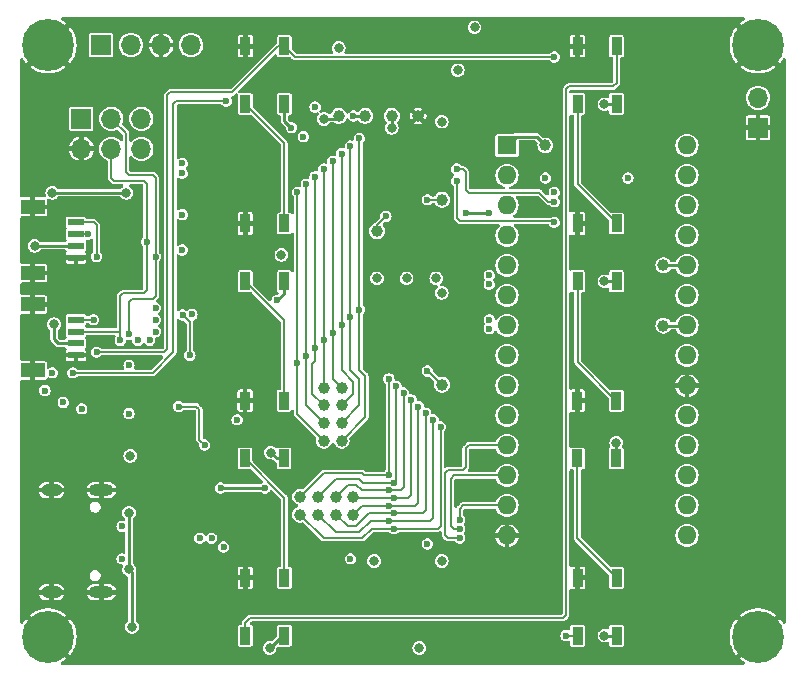
<source format=gbr>
%TF.GenerationSoftware,KiCad,Pcbnew,7.0.5-7.0.5~ubuntu20.04.1*%
%TF.CreationDate,2023-07-05T21:04:24+02:00*%
%TF.ProjectId,sao_eprom_v2,73616f5f-6570-4726-9f6d-5f76322e6b69,rev?*%
%TF.SameCoordinates,Original*%
%TF.FileFunction,Copper,L4,Bot*%
%TF.FilePolarity,Positive*%
%FSLAX46Y46*%
G04 Gerber Fmt 4.6, Leading zero omitted, Abs format (unit mm)*
G04 Created by KiCad (PCBNEW 7.0.5-7.0.5~ubuntu20.04.1) date 2023-07-05 21:04:24*
%MOMM*%
%LPD*%
G01*
G04 APERTURE LIST*
%TA.AperFunction,ComponentPad*%
%ADD10C,0.700000*%
%TD*%
%TA.AperFunction,ComponentPad*%
%ADD11C,4.400000*%
%TD*%
%TA.AperFunction,ComponentPad*%
%ADD12R,1.700000X1.700000*%
%TD*%
%TA.AperFunction,ComponentPad*%
%ADD13O,1.700000X1.700000*%
%TD*%
%TA.AperFunction,ComponentPad*%
%ADD14R,1.600000X1.600000*%
%TD*%
%TA.AperFunction,ComponentPad*%
%ADD15O,1.600000X1.600000*%
%TD*%
%TA.AperFunction,ComponentPad*%
%ADD16C,0.600000*%
%TD*%
%TA.AperFunction,ComponentPad*%
%ADD17O,2.100000X1.000000*%
%TD*%
%TA.AperFunction,ComponentPad*%
%ADD18O,1.800000X1.000000*%
%TD*%
%TA.AperFunction,SMDPad,CuDef*%
%ADD19C,1.000000*%
%TD*%
%TA.AperFunction,SMDPad,CuDef*%
%ADD20R,1.348740X0.599440*%
%TD*%
%TA.AperFunction,SMDPad,CuDef*%
%ADD21R,1.998980X1.198880*%
%TD*%
%TA.AperFunction,SMDPad,CuDef*%
%ADD22R,0.900000X1.500000*%
%TD*%
%TA.AperFunction,ViaPad*%
%ADD23C,0.800000*%
%TD*%
%TA.AperFunction,ViaPad*%
%ADD24C,0.600000*%
%TD*%
%TA.AperFunction,Conductor*%
%ADD25C,0.250000*%
%TD*%
%TA.AperFunction,Conductor*%
%ADD26C,0.200000*%
%TD*%
G04 APERTURE END LIST*
D10*
%TO.P,H3,1,1*%
%TO.N,GND*%
X185600000Y-32750000D03*
X186083274Y-31583274D03*
X186083274Y-33916726D03*
X187250000Y-31100000D03*
D11*
X187250000Y-32750000D03*
D10*
X187250000Y-34400000D03*
X188416726Y-31583274D03*
X188416726Y-33916726D03*
X188900000Y-32750000D03*
%TD*%
D12*
%TO.P,J4,1,Pin_1*%
%TO.N,GND*%
X187250000Y-39750000D03*
D13*
%TO.P,J4,2,Pin_2*%
%TO.N,/Power generation/VLED*%
X187250000Y-37210000D03*
%TD*%
D10*
%TO.P,H4,1,1*%
%TO.N,GND*%
X185600000Y-82850000D03*
X186083274Y-81683274D03*
X186083274Y-84016726D03*
X187250000Y-81200000D03*
D11*
X187250000Y-82850000D03*
D10*
X187250000Y-84500000D03*
X188416726Y-81683274D03*
X188416726Y-84016726D03*
X188900000Y-82850000D03*
%TD*%
D14*
%TO.P,U5,1,A15/VppA*%
%TO.N,/EPROM and level shifters/Q15*%
X166000000Y-41250000D03*
D15*
%TO.P,U5,2,A12*%
%TO.N,/EPROM and level shifters/Q12*%
X166000000Y-43790000D03*
%TO.P,U5,3,A7*%
%TO.N,/EPROM and level shifters/Q7*%
X166000000Y-46330000D03*
%TO.P,U5,4,A6*%
%TO.N,/EPROM and level shifters/Q6*%
X166000000Y-48870000D03*
%TO.P,U5,5,A5*%
%TO.N,/EPROM and level shifters/Q5*%
X166000000Y-51410000D03*
%TO.P,U5,6,A4*%
%TO.N,/EPROM and level shifters/Q4*%
X166000000Y-53950000D03*
%TO.P,U5,7,A3*%
%TO.N,/EPROM and level shifters/Q3*%
X166000000Y-56490000D03*
%TO.P,U5,8,A2*%
%TO.N,/EPROM and level shifters/Q2*%
X166000000Y-59030000D03*
%TO.P,U5,9,A1*%
%TO.N,/EPROM and level shifters/Q1*%
X166000000Y-61570000D03*
%TO.P,U5,10,A0*%
%TO.N,/EPROM and level shifters/Q0*%
X166000000Y-64110000D03*
%TO.P,U5,11,D0*%
%TO.N,/EPROM and level shifters/D0H*%
X166000000Y-66650000D03*
%TO.P,U5,12,D1*%
%TO.N,/EPROM and level shifters/D1H*%
X166000000Y-69190000D03*
%TO.P,U5,13,D2*%
%TO.N,/EPROM and level shifters/D2H*%
X166000000Y-71730000D03*
%TO.P,U5,14,GND*%
%TO.N,GND*%
X166000000Y-74270000D03*
%TO.P,U5,15,D3*%
%TO.N,/EPROM and level shifters/D3H*%
X181240000Y-74270000D03*
%TO.P,U5,16,D4*%
%TO.N,/EPROM and level shifters/D4H*%
X181240000Y-71730000D03*
%TO.P,U5,17,D5*%
%TO.N,/EPROM and level shifters/D5H*%
X181240000Y-69190000D03*
%TO.P,U5,18,D6*%
%TO.N,/EPROM and level shifters/D6H*%
X181240000Y-66650000D03*
%TO.P,U5,19,D7*%
%TO.N,/EPROM and level shifters/D7H*%
X181240000Y-64110000D03*
%TO.P,U5,20,~{CE}*%
%TO.N,GND*%
X181240000Y-61570000D03*
%TO.P,U5,21,A10*%
%TO.N,/EPROM and level shifters/Q10*%
X181240000Y-59030000D03*
%TO.P,U5,22,~{OE}/VppB*%
%TO.N,/EPROM and level shifters/VppB*%
X181240000Y-56490000D03*
%TO.P,U5,23,A11*%
%TO.N,/EPROM and level shifters/Q11*%
X181240000Y-53950000D03*
%TO.P,U5,24,A9/Vdet*%
%TO.N,/EPROM and level shifters/Q9*%
X181240000Y-51410000D03*
%TO.P,U5,25,A8*%
%TO.N,/EPROM and level shifters/Q8*%
X181240000Y-48870000D03*
%TO.P,U5,26,A13*%
%TO.N,/EPROM and level shifters/Q13*%
X181240000Y-46330000D03*
%TO.P,U5,27,A14*%
%TO.N,/EPROM and level shifters/Q14*%
X181240000Y-43790000D03*
%TO.P,U5,28,Vcc*%
%TO.N,+5V*%
X181240000Y-41250000D03*
%TD*%
D16*
%TO.P,U2,57,GND*%
%TO.N,GND*%
X141020000Y-62370000D03*
X141020000Y-61100000D03*
X141020000Y-59830000D03*
X139750000Y-62370000D03*
X139750000Y-61100000D03*
X139750000Y-59830000D03*
X138480000Y-62370000D03*
X138480000Y-61100000D03*
X138480000Y-59830000D03*
%TD*%
D12*
%TO.P,J1,1,Pin_1*%
%TO.N,/~{QSPI_CS}*%
X131630000Y-32750000D03*
D13*
%TO.P,J1,2,Pin_2*%
%TO.N,/SWD_DATA*%
X134170000Y-32750000D03*
%TO.P,J1,3,Pin_3*%
%TO.N,GND*%
X136710000Y-32750000D03*
%TO.P,J1,4,Pin_4*%
%TO.N,/SWD_CLK*%
X139250000Y-32750000D03*
%TD*%
D10*
%TO.P,H2,1,1*%
%TO.N,GND*%
X125500000Y-82850000D03*
X125983274Y-81683274D03*
X125983274Y-84016726D03*
X127150000Y-81200000D03*
D11*
X127150000Y-82850000D03*
D10*
X127150000Y-84500000D03*
X128316726Y-81683274D03*
X128316726Y-84016726D03*
X128800000Y-82850000D03*
%TD*%
%TO.P,H1,1,1*%
%TO.N,GND*%
X125500000Y-32750000D03*
X125983274Y-31583274D03*
X125983274Y-33916726D03*
X127150000Y-31100000D03*
D11*
X127150000Y-32750000D03*
D10*
X127150000Y-34400000D03*
X128316726Y-31583274D03*
X128316726Y-33916726D03*
X128800000Y-32750000D03*
%TD*%
D17*
%TO.P,J2,S1,SHIELD*%
%TO.N,GND*%
X131650000Y-70430000D03*
D18*
X127450000Y-70430000D03*
D17*
X131650000Y-79070000D03*
D18*
X127450000Y-79070000D03*
%TD*%
D12*
%TO.P,J3,1,3V3*%
%TO.N,+3V3*%
X129960000Y-38980000D03*
D13*
%TO.P,J3,2,GND*%
%TO.N,GND*%
X129960000Y-41535000D03*
%TO.P,J3,3,SDA*%
%TO.N,SDA*%
X132500000Y-38980000D03*
%TO.P,J3,4,SCL*%
%TO.N,SCL*%
X132500000Y-41535000D03*
%TO.P,J3,5,IO1*%
%TO.N,LED_DIN*%
X135040000Y-38980000D03*
%TO.P,J3,6,IO2*%
%TO.N,unconnected-(J3-IO2-Pad6)*%
X135040000Y-41535000D03*
%TD*%
D19*
%TO.P,TP10,1,1*%
%TO.N,/EPROM and level shifters/A4*%
X152000000Y-61750000D03*
%TD*%
D20*
%TO.P,J5,1,GND*%
%TO.N,GND*%
X129500000Y-50748600D03*
%TO.P,J5,2,VCC*%
%TO.N,+3V3*%
X129500000Y-49747840D03*
%TO.P,J5,3,SDA*%
%TO.N,SCL*%
X129500000Y-48752160D03*
%TO.P,J5,4,SCL*%
%TO.N,SDA*%
X129500000Y-47751400D03*
D21*
%TO.P,J5,5*%
%TO.N,GND*%
X125827160Y-52049080D03*
%TO.P,J5,6*%
X125827160Y-46450920D03*
%TD*%
D22*
%TO.P,D13,1,VDD*%
%TO.N,+3V3*%
X175250000Y-67750000D03*
%TO.P,D13,2,DOUT*%
%TO.N,Net-(D13-DOUT)*%
X171950000Y-67750000D03*
%TO.P,D13,3,VSS*%
%TO.N,GND*%
X171950000Y-62850000D03*
%TO.P,D13,4,DIN*%
%TO.N,Net-(D12-DOUT)*%
X175250000Y-62850000D03*
%TD*%
D19*
%TO.P,TP3,1,1*%
%TO.N,/EPROM and level shifters/~{OE}*%
X155000000Y-48500000D03*
%TD*%
%TO.P,TP11,1,1*%
%TO.N,/EPROM and level shifters/A5*%
X152000000Y-63250000D03*
%TD*%
%TO.P,TP20,1,1*%
%TO.N,/EPROM and level shifters/D6*%
X150000000Y-71000000D03*
%TD*%
D20*
%TO.P,J6,1,GND*%
%TO.N,GND*%
X129500000Y-58998600D03*
%TO.P,J6,2,VCC*%
%TO.N,+3V3*%
X129500000Y-57997840D03*
%TO.P,J6,3,SDA*%
%TO.N,SCL*%
X129500000Y-57002160D03*
%TO.P,J6,4,SCL*%
%TO.N,SDA*%
X129500000Y-56001400D03*
D21*
%TO.P,J6,5*%
%TO.N,GND*%
X125827160Y-60299080D03*
%TO.P,J6,6*%
X125827160Y-54700920D03*
%TD*%
D22*
%TO.P,D14,1,VDD*%
%TO.N,+3V3*%
X175275000Y-82750000D03*
%TO.P,D14,2,DOUT*%
%TO.N,Net-(D14-DOUT)*%
X171975000Y-82750000D03*
%TO.P,D14,3,VSS*%
%TO.N,GND*%
X171975000Y-77850000D03*
%TO.P,D14,4,DIN*%
%TO.N,Net-(D13-DOUT)*%
X175275000Y-77850000D03*
%TD*%
%TO.P,D9,1,VDD*%
%TO.N,+3V3*%
X147125000Y-67750000D03*
%TO.P,D9,2,DOUT*%
%TO.N,Net-(D10-DIN)*%
X143825000Y-67750000D03*
%TO.P,D9,3,VSS*%
%TO.N,GND*%
X143825000Y-62850000D03*
%TO.P,D9,4,DIN*%
%TO.N,Net-(D8-DOUT)*%
X147125000Y-62850000D03*
%TD*%
D19*
%TO.P,TP27,1,1*%
%TO.N,/EPROM and level shifters/VppB*%
X179250000Y-56500000D03*
%TD*%
D22*
%TO.P,D10,1,VDD*%
%TO.N,+3V3*%
X147150000Y-82750000D03*
%TO.P,D10,2,DOUT*%
%TO.N,Net-(D10-DOUT)*%
X143850000Y-82750000D03*
%TO.P,D10,3,VSS*%
%TO.N,GND*%
X143850000Y-77850000D03*
%TO.P,D10,4,DIN*%
%TO.N,Net-(D10-DIN)*%
X147150000Y-77850000D03*
%TD*%
%TO.P,D8,1,VDD*%
%TO.N,+3V3*%
X147150000Y-52750000D03*
%TO.P,D8,2,DOUT*%
%TO.N,Net-(D8-DOUT)*%
X143850000Y-52750000D03*
%TO.P,D8,3,VSS*%
%TO.N,GND*%
X143850000Y-47850000D03*
%TO.P,D8,4,DIN*%
%TO.N,Net-(D7-DOUT)*%
X147150000Y-47850000D03*
%TD*%
D19*
%TO.P,TP13,1,1*%
%TO.N,/EPROM and level shifters/A7*%
X152000000Y-66250000D03*
%TD*%
%TO.P,TP7,1,1*%
%TO.N,/EPROM and level shifters/A1*%
X150500000Y-64750000D03*
%TD*%
%TO.P,TP19,1,1*%
%TO.N,/EPROM and level shifters/D5*%
X151500000Y-71000000D03*
%TD*%
%TO.P,TP8,1,1*%
%TO.N,/EPROM and level shifters/A2*%
X150500000Y-63250000D03*
%TD*%
%TO.P,TP26,1,1*%
%TO.N,/EPROM and level shifters/Q15*%
X169250000Y-41250000D03*
%TD*%
%TO.P,TP21,1,1*%
%TO.N,/EPROM and level shifters/D7*%
X148500000Y-71000000D03*
%TD*%
%TO.P,TP24,1,1*%
%TO.N,/Power generation/12V75*%
X151750000Y-38750000D03*
%TD*%
%TO.P,TP12,1,1*%
%TO.N,/EPROM and level shifters/A6*%
X152000000Y-64750000D03*
%TD*%
%TO.P,TP16,1,1*%
%TO.N,/EPROM and level shifters/D2*%
X151500000Y-72500000D03*
%TD*%
%TO.P,TP15,1,1*%
%TO.N,/EPROM and level shifters/D1*%
X150000000Y-72500000D03*
%TD*%
%TO.P,TP25,1,1*%
%TO.N,/EPROM and level shifters/Q9*%
X179250000Y-51400000D03*
%TD*%
%TO.P,TP28,1,1*%
%TO.N,GND*%
X158500000Y-38750000D03*
%TD*%
%TO.P,TP6,1,1*%
%TO.N,/EPROM and level shifters/A0*%
X150500000Y-66250000D03*
%TD*%
%TO.P,TP17,1,1*%
%TO.N,/EPROM and level shifters/D3*%
X153000000Y-72500000D03*
%TD*%
%TO.P,TP22,1,1*%
%TO.N,+3V3*%
X156250000Y-38750000D03*
%TD*%
%TO.P,TP18,1,1*%
%TO.N,/EPROM and level shifters/D4*%
X153000000Y-71000000D03*
%TD*%
D22*
%TO.P,D7,1,VDD*%
%TO.N,+3V3*%
X147150000Y-37750000D03*
%TO.P,D7,2,DOUT*%
%TO.N,Net-(D7-DOUT)*%
X143850000Y-37750000D03*
%TO.P,D7,3,VSS*%
%TO.N,GND*%
X143850000Y-32850000D03*
%TO.P,D7,4,DIN*%
%TO.N,Net-(D6-DOUT)*%
X147150000Y-32850000D03*
%TD*%
D19*
%TO.P,TP9,1,1*%
%TO.N,/EPROM and level shifters/A3*%
X150500000Y-61750000D03*
%TD*%
%TO.P,TP4,1,1*%
%TO.N,/EPROM and level shifters/ALS*%
X160500000Y-61500000D03*
%TD*%
D22*
%TO.P,D12,1,VDD*%
%TO.N,+3V3*%
X175275000Y-52750000D03*
%TO.P,D12,2,DOUT*%
%TO.N,Net-(D12-DOUT)*%
X171975000Y-52750000D03*
%TO.P,D12,3,VSS*%
%TO.N,GND*%
X171975000Y-47850000D03*
%TO.P,D12,4,DIN*%
%TO.N,Net-(D11-DOUT)*%
X175275000Y-47850000D03*
%TD*%
%TO.P,D11,1,VDD*%
%TO.N,+3V3*%
X175275000Y-37750000D03*
%TO.P,D11,2,DOUT*%
%TO.N,Net-(D11-DOUT)*%
X171975000Y-37750000D03*
%TO.P,D11,3,VSS*%
%TO.N,GND*%
X171975000Y-32850000D03*
%TO.P,D11,4,DIN*%
%TO.N,Net-(D10-DOUT)*%
X175275000Y-32850000D03*
%TD*%
D19*
%TO.P,TP23,1,1*%
%TO.N,+5V*%
X154000000Y-38750000D03*
%TD*%
%TO.P,TP14,1,1*%
%TO.N,/EPROM and level shifters/D0*%
X148500000Y-72500000D03*
%TD*%
%TO.P,TP5,1,1*%
%TO.N,/EPROM and level shifters/AHS*%
X160500000Y-45850000D03*
%TD*%
D23*
%TO.N,GND*%
X134100000Y-68675000D03*
D24*
X157250000Y-75750000D03*
X179250000Y-71750000D03*
X133250000Y-51750000D03*
X179250000Y-69250000D03*
X178750000Y-46500000D03*
X147750000Y-69750000D03*
X131000000Y-46750000D03*
X178750000Y-41250000D03*
X158750000Y-43750000D03*
X126000000Y-48750000D03*
X143250000Y-50250000D03*
X140250000Y-82000000D03*
D23*
X154750000Y-67725000D03*
D24*
X167750000Y-41250000D03*
X179250000Y-66750000D03*
X139000000Y-45000000D03*
X145000000Y-55250000D03*
X161250000Y-66750000D03*
X167750000Y-74250000D03*
X163900000Y-54575000D03*
X126000000Y-64000000D03*
D23*
X133450000Y-71550000D03*
D24*
X167750000Y-71750000D03*
X141500000Y-52250000D03*
D23*
X154475000Y-79100000D03*
D24*
X163875000Y-48250000D03*
X147250000Y-65250000D03*
X138750000Y-51500000D03*
X136250000Y-43000000D03*
X149500000Y-83000000D03*
X167750000Y-46500000D03*
X179250000Y-77000000D03*
X143250000Y-45000000D03*
X143250000Y-41750000D03*
X167750000Y-43750000D03*
X187750000Y-43250000D03*
X164250000Y-60250000D03*
X166000000Y-37750000D03*
D23*
X133450000Y-77950000D03*
D24*
X167750000Y-66750000D03*
X158750000Y-54250000D03*
X148250000Y-43250000D03*
X167750000Y-77000000D03*
D23*
X157750000Y-35750000D03*
D24*
X131750000Y-80750000D03*
X131000000Y-63950000D03*
D23*
X148500000Y-35750000D03*
D24*
X167750000Y-69250000D03*
X182500000Y-37750000D03*
X156000000Y-59750000D03*
X163875000Y-49550000D03*
X131000000Y-59850000D03*
X158750000Y-41250000D03*
X178750000Y-43750000D03*
X167750000Y-82750000D03*
X140000000Y-70750000D03*
X164250000Y-62750000D03*
X179250000Y-74250000D03*
X141050000Y-54675000D03*
D23*
%TO.N,VBUS*%
X134250000Y-82000000D03*
X134002084Y-77146969D03*
X134002084Y-72353031D03*
%TO.N,+5V*%
X163250000Y-31250000D03*
X160475000Y-76425000D03*
D24*
X153000000Y-38750000D03*
D23*
%TO.N,/Power generation/12V75*%
X150500000Y-39000000D03*
%TO.N,/EPROM and level shifters/VppB*%
X155000000Y-52500000D03*
D24*
%TO.N,/EPROM and level shifters/~{OE}*%
X136250000Y-57000000D03*
X155750000Y-47250000D03*
%TO.N,Net-(J2-CC1)*%
X140000000Y-74500000D03*
X133400500Y-73500000D03*
%TO.N,Net-(J2-CC2)*%
X141000000Y-74500000D03*
X133400500Y-76250000D03*
%TO.N,/Power generation/12V75EN*%
X149750000Y-38000000D03*
X142250000Y-37500000D03*
X129250000Y-60500000D03*
%TO.N,/Power generation/VppAEN*%
X127500000Y-60500000D03*
X138500000Y-43600000D03*
%TO.N,/Power generation/VppBEN*%
X126875000Y-62000000D03*
X138500000Y-47100000D03*
%TO.N,/Power generation/VdetEN*%
X138500000Y-50100000D03*
X130000000Y-63550000D03*
%TO.N,/~{QSPI_CS}*%
X152750000Y-76250000D03*
%TO.N,/EPROM and level shifters/A0*%
X148250000Y-59700000D03*
X148250000Y-45200000D03*
%TO.N,/EPROM and level shifters/A1*%
X149000000Y-59050000D03*
X149000000Y-44550000D03*
%TO.N,/EPROM and level shifters/A2*%
X149750000Y-58400000D03*
X149750000Y-43900000D03*
%TO.N,/EPROM and level shifters/A3*%
X150500000Y-43250000D03*
X150500000Y-57750000D03*
%TO.N,/EPROM and level shifters/A4*%
X151250000Y-42600000D03*
X151250000Y-57100000D03*
%TO.N,/EPROM and level shifters/A5*%
X152012036Y-56429137D03*
X152012036Y-41929137D03*
%TO.N,/EPROM and level shifters/A6*%
X152750000Y-55800000D03*
X152750000Y-41300000D03*
%TO.N,/EPROM and level shifters/A7*%
X153500000Y-40650000D03*
X153500000Y-55150000D03*
%TO.N,/EPROM and level shifters/D0*%
X160375000Y-65075000D03*
X156425000Y-73700000D03*
%TO.N,/EPROM and level shifters/D1*%
X156000000Y-73050000D03*
X159750000Y-64500000D03*
%TO.N,/EPROM and level shifters/D2*%
X156425000Y-72400000D03*
X159125000Y-63925000D03*
%TO.N,/EPROM and level shifters/D3*%
X156000000Y-71750000D03*
X158500000Y-63350000D03*
%TO.N,/EPROM and level shifters/D4*%
X156425000Y-71100000D03*
X157875000Y-62775000D03*
%TO.N,/EPROM and level shifters/D5*%
X156000000Y-70450000D03*
X157250000Y-62200000D03*
%TO.N,/EPROM and level shifters/D6*%
X156425000Y-69800000D03*
X156625000Y-61625000D03*
%TO.N,/EPROM and level shifters/D7*%
X156000000Y-61000000D03*
X156000000Y-69150000D03*
D23*
%TO.N,+3V3*%
X126000000Y-49750000D03*
D24*
X164500000Y-56000000D03*
D23*
X174250000Y-82750000D03*
X175250000Y-66425000D03*
X174250000Y-52750000D03*
X174250000Y-37750000D03*
X156250000Y-39750000D03*
D24*
X164500000Y-52250000D03*
X134000000Y-59850000D03*
X136250000Y-55000000D03*
D23*
X161825000Y-34875000D03*
D24*
X164500000Y-53000000D03*
X147750000Y-39750000D03*
D23*
X160475000Y-53725000D03*
X134100000Y-67525000D03*
D24*
X143150000Y-64475000D03*
X164500000Y-47000000D03*
X139323253Y-55556010D03*
D23*
X151750000Y-33000000D03*
D24*
X134000000Y-63950000D03*
X145500000Y-70250000D03*
X141750000Y-70250000D03*
D23*
X146000000Y-67250000D03*
D24*
X164500000Y-56750000D03*
D23*
X158575000Y-83800000D03*
X160475000Y-39225000D03*
X127500000Y-45250000D03*
X154750000Y-76425000D03*
D24*
X146550000Y-54350000D03*
X142000000Y-75250000D03*
D23*
X145900000Y-83800000D03*
D24*
X162500000Y-47000000D03*
D23*
X127650000Y-56375000D03*
X133750000Y-45250000D03*
D24*
%TO.N,/EPROM and level shifters/OE*%
X136250000Y-56000000D03*
X159250000Y-75000000D03*
%TO.N,/EPROM and level shifters/ALS*%
X159250000Y-60350000D03*
X135750000Y-57750000D03*
%TO.N,/EPROM and level shifters/AHS*%
X134750000Y-57750000D03*
X159250000Y-45850000D03*
%TO.N,SDA*%
X131250000Y-50650000D03*
X131000000Y-56000000D03*
X134001231Y-57250000D03*
X136250000Y-50675000D03*
%TO.N,SCL*%
X133250000Y-57750000D03*
X130500000Y-48750000D03*
X135500000Y-49400000D03*
%TO.N,Net-(D6-DOUT)*%
X170000000Y-33750000D03*
X176250000Y-44000000D03*
X131250000Y-58750000D03*
%TO.N,+1V1*%
X139150000Y-59025498D03*
X138200000Y-63350000D03*
X138550000Y-55600000D03*
X140400000Y-66600000D03*
D23*
%TO.N,/EPROM and level shifters/Q15*%
X157500000Y-52500000D03*
%TO.N,/EPROM and level shifters/Q9*%
X146900000Y-50500000D03*
X160000000Y-52500000D03*
D24*
%TO.N,/EPROM and level shifters/Q8*%
X170000000Y-45200000D03*
%TO.N,/EPROM and level shifters/Q11*%
X161750000Y-43250000D03*
X170000000Y-46000000D03*
%TO.N,/EPROM and level shifters/Q10*%
X170000000Y-47750000D03*
X161750000Y-44250000D03*
%TO.N,/EPROM and level shifters/D2H*%
X162000000Y-72925497D03*
%TO.N,/EPROM and level shifters/D1H*%
X162000000Y-73700000D03*
%TO.N,/EPROM and level shifters/D0H*%
X162000000Y-74474503D03*
%TO.N,Net-(D14-DOUT)*%
X171000000Y-82750000D03*
X169250000Y-44000000D03*
%TO.N,/Power generation/VLED*%
X148750000Y-40500000D03*
%TO.N,/Power generation/VLEDEN*%
X138500000Y-42750000D03*
X128425000Y-63000000D03*
%TD*%
D25*
%TO.N,VBUS*%
X134000000Y-77144885D02*
X134000000Y-72355115D01*
X134250000Y-82000000D02*
X134250000Y-77394885D01*
X134002084Y-77146969D02*
X134000000Y-77144885D01*
X134000000Y-72355115D02*
X134002084Y-72353031D01*
X134250000Y-77394885D02*
X134002084Y-77146969D01*
%TO.N,+5V*%
X154000000Y-38750000D02*
X153000000Y-38750000D01*
%TO.N,/Power generation/12V75*%
X150500000Y-39000000D02*
X151500000Y-39000000D01*
X151500000Y-39000000D02*
X151750000Y-38750000D01*
%TO.N,/EPROM and level shifters/VppB*%
X179250000Y-56500000D02*
X181230000Y-56500000D01*
X181230000Y-56500000D02*
X181240000Y-56490000D01*
D26*
%TO.N,/EPROM and level shifters/~{OE}*%
X155000000Y-48500000D02*
X155000000Y-48000000D01*
X155000000Y-48000000D02*
X155750000Y-47250000D01*
%TO.N,/Power generation/12V75EN*%
X136000000Y-60500000D02*
X137750000Y-58750000D01*
X137750000Y-39750000D02*
X137750000Y-37750000D01*
X138000000Y-37500000D02*
X142250000Y-37500000D01*
X137750000Y-37750000D02*
X138000000Y-37500000D01*
X137750000Y-58750000D02*
X137750000Y-39750000D01*
X129250000Y-60500000D02*
X136000000Y-60500000D01*
%TO.N,/EPROM and level shifters/A0*%
X148250000Y-64000000D02*
X150500000Y-66250000D01*
X148250000Y-45200000D02*
X148250000Y-59700000D01*
X148250000Y-59700000D02*
X148250000Y-64000000D01*
%TO.N,/EPROM and level shifters/A1*%
X149000000Y-59050000D02*
X149000000Y-44550000D01*
X149000000Y-59050000D02*
X149000000Y-63250000D01*
X149000000Y-63250000D02*
X150500000Y-64750000D01*
%TO.N,/EPROM and level shifters/A2*%
X149500000Y-62250000D02*
X150500000Y-63250000D01*
X149750000Y-59500000D02*
X149500000Y-59750000D01*
X149500000Y-59750000D02*
X149500000Y-62250000D01*
X149750000Y-43900000D02*
X149750000Y-58400000D01*
X149750000Y-58400000D02*
X149750000Y-59500000D01*
%TO.N,/EPROM and level shifters/A3*%
X150500000Y-57750000D02*
X150500000Y-43250000D01*
X150500000Y-57750000D02*
X150500000Y-61750000D01*
%TO.N,/EPROM and level shifters/A4*%
X151250000Y-57100000D02*
X151250000Y-61000000D01*
X151250000Y-42600000D02*
X151250000Y-57100000D01*
X151250000Y-61000000D02*
X152000000Y-61750000D01*
%TO.N,/EPROM and level shifters/A5*%
X152012036Y-56429137D02*
X152012036Y-60262036D01*
X153000000Y-62250000D02*
X152000000Y-63250000D01*
X153000000Y-61250000D02*
X153000000Y-62250000D01*
X152000000Y-56450000D02*
X152000000Y-41950000D01*
X152012036Y-60262036D02*
X153000000Y-61250000D01*
%TO.N,/EPROM and level shifters/A6*%
X152750000Y-41300000D02*
X152750000Y-55800000D01*
X152750000Y-60250000D02*
X153500000Y-61000000D01*
X152750000Y-55800000D02*
X152750000Y-60250000D01*
X153500000Y-61000000D02*
X153500000Y-63250000D01*
X153500000Y-63250000D02*
X152000000Y-64750000D01*
%TO.N,/EPROM and level shifters/A7*%
X154000000Y-64250000D02*
X152000000Y-66250000D01*
X154000000Y-60750000D02*
X154000000Y-64250000D01*
X153500000Y-60250000D02*
X154000000Y-60750000D01*
X153500000Y-55150000D02*
X153500000Y-40650000D01*
X153500000Y-55150000D02*
X153500000Y-60250000D01*
%TO.N,/EPROM and level shifters/D0*%
X156425000Y-73700000D02*
X154550000Y-73700000D01*
X160375000Y-73450000D02*
X160125000Y-73700000D01*
X160375000Y-65075000D02*
X160375000Y-73450000D01*
X160125000Y-73700000D02*
X156425000Y-73700000D01*
X154550000Y-73700000D02*
X153750000Y-74500000D01*
X153750000Y-74500000D02*
X150500000Y-74500000D01*
X150500000Y-74500000D02*
X148500000Y-72500000D01*
%TO.N,/EPROM and level shifters/D1*%
X159750000Y-64500000D02*
X159750000Y-72800000D01*
X154450000Y-73050000D02*
X153500000Y-74000000D01*
X159750000Y-72800000D02*
X159500000Y-73050000D01*
X151500000Y-74000000D02*
X150000000Y-72500000D01*
X153500000Y-74000000D02*
X151500000Y-74000000D01*
X159500000Y-73050000D02*
X156000000Y-73050000D01*
X156000000Y-73050000D02*
X154450000Y-73050000D01*
%TO.N,/EPROM and level shifters/D2*%
X153250000Y-73500000D02*
X152500000Y-73500000D01*
X159125000Y-63925000D02*
X159125000Y-72150000D01*
X158875000Y-72400000D02*
X156425000Y-72400000D01*
X156425000Y-72400000D02*
X154350000Y-72400000D01*
X152500000Y-73500000D02*
X151500000Y-72500000D01*
X154350000Y-72400000D02*
X153250000Y-73500000D01*
X159125000Y-72150000D02*
X158875000Y-72400000D01*
%TO.N,/EPROM and level shifters/D3*%
X158250000Y-71750000D02*
X156000000Y-71750000D01*
X156000000Y-71750000D02*
X153750000Y-71750000D01*
X153750000Y-71750000D02*
X153000000Y-72500000D01*
X158500000Y-63350000D02*
X158500000Y-71500000D01*
X158500000Y-71500000D02*
X158250000Y-71750000D01*
%TO.N,/EPROM and level shifters/D4*%
X153100000Y-71100000D02*
X153000000Y-71000000D01*
X156425000Y-71100000D02*
X153100000Y-71100000D01*
X157875000Y-70850000D02*
X157625000Y-71100000D01*
X157875000Y-62775000D02*
X157875000Y-70850000D01*
X157625000Y-71100000D02*
X156425000Y-71100000D01*
%TO.N,/EPROM and level shifters/D5*%
X157250000Y-62200000D02*
X157250000Y-70200000D01*
X157000000Y-70450000D02*
X156000000Y-70450000D01*
X157250000Y-70200000D02*
X157000000Y-70450000D01*
X152500000Y-70000000D02*
X151500000Y-71000000D01*
X156000000Y-70450000D02*
X153700000Y-70450000D01*
X153700000Y-70450000D02*
X153250000Y-70000000D01*
X153250000Y-70000000D02*
X152500000Y-70000000D01*
%TO.N,/EPROM and level shifters/D6*%
X153800000Y-69800000D02*
X153500000Y-69500000D01*
X156625000Y-61625000D02*
X156625000Y-69600000D01*
X151500000Y-69500000D02*
X150000000Y-71000000D01*
X156625000Y-69600000D02*
X156425000Y-69800000D01*
X153500000Y-69500000D02*
X151500000Y-69500000D01*
X156425000Y-69800000D02*
X153800000Y-69800000D01*
%TO.N,/EPROM and level shifters/D7*%
X156000000Y-69150000D02*
X156000000Y-61000000D01*
X150500000Y-69000000D02*
X148500000Y-71000000D01*
X153900000Y-69150000D02*
X153750000Y-69000000D01*
X153750000Y-69000000D02*
X150500000Y-69000000D01*
X156000000Y-69150000D02*
X153900000Y-69150000D01*
D25*
%TO.N,+3V3*%
X127650000Y-57650000D02*
X128000000Y-58000000D01*
X129500000Y-49747840D02*
X126002160Y-49747840D01*
X127650000Y-56375000D02*
X127650000Y-57650000D01*
X141750000Y-70250000D02*
X145500000Y-70250000D01*
X133750000Y-45250000D02*
X127500000Y-45250000D01*
X162500000Y-47000000D02*
X164500000Y-47000000D01*
X147150000Y-82750000D02*
X146950000Y-82750000D01*
X147750000Y-39750000D02*
X147150000Y-39150000D01*
X128002160Y-57997840D02*
X129500000Y-57997840D01*
X126002160Y-49747840D02*
X126000000Y-49750000D01*
X146500000Y-67750000D02*
X146000000Y-67250000D01*
X175250000Y-67750000D02*
X175250000Y-66425000D01*
X175275000Y-52750000D02*
X174250000Y-52750000D01*
X156250000Y-38750000D02*
X156250000Y-39750000D01*
X147150000Y-53775000D02*
X146575000Y-54350000D01*
X175275000Y-37750000D02*
X174250000Y-37750000D01*
X146950000Y-82750000D02*
X145900000Y-83800000D01*
X128000000Y-58000000D02*
X128002160Y-57997840D01*
X175275000Y-82750000D02*
X174250000Y-82750000D01*
X147150000Y-39150000D02*
X147150000Y-37750000D01*
X147150000Y-52750000D02*
X147150000Y-53775000D01*
X147125000Y-67750000D02*
X146500000Y-67750000D01*
D26*
%TO.N,/EPROM and level shifters/ALS*%
X159250000Y-60350000D02*
X159350000Y-60350000D01*
X159350000Y-60350000D02*
X160500000Y-61500000D01*
%TO.N,/EPROM and level shifters/AHS*%
X159250000Y-45850000D02*
X160500000Y-45850000D01*
%TO.N,SDA*%
X131000000Y-47750000D02*
X130998600Y-47751400D01*
X134000000Y-55901449D02*
X134001231Y-55902680D01*
X133750000Y-43500000D02*
X134000000Y-43750000D01*
X133750000Y-40230000D02*
X133750000Y-43500000D01*
X136000000Y-54250000D02*
X134250000Y-54250000D01*
X131250000Y-48000000D02*
X131000000Y-47750000D01*
X136250000Y-54000000D02*
X136000000Y-54250000D01*
X131250000Y-50650000D02*
X131250000Y-48000000D01*
X132500000Y-38980000D02*
X133750000Y-40230000D01*
X130998600Y-56001400D02*
X131000000Y-56000000D01*
X134000000Y-43750000D02*
X136000000Y-43750000D01*
X130998600Y-47751400D02*
X129500000Y-47751400D01*
X134001231Y-55902680D02*
X134001231Y-57250000D01*
X136250000Y-44000000D02*
X136250000Y-54000000D01*
X134000000Y-54500000D02*
X134000000Y-55901449D01*
X129500000Y-56001400D02*
X130998600Y-56001400D01*
X136000000Y-43750000D02*
X136250000Y-44000000D01*
X134250000Y-54250000D02*
X134000000Y-54500000D01*
%TO.N,SCL*%
X133250000Y-55901449D02*
X133248769Y-55902680D01*
X130500000Y-48750000D02*
X129502160Y-48750000D01*
X133500000Y-53750000D02*
X133250000Y-54000000D01*
X135500000Y-53500000D02*
X135250000Y-53750000D01*
X135500000Y-44500000D02*
X135500000Y-53500000D01*
X133246609Y-57002160D02*
X133248769Y-57000000D01*
X135250000Y-53750000D02*
X133500000Y-53750000D01*
X133248769Y-57748769D02*
X133250000Y-57750000D01*
X133248769Y-57000000D02*
X133248769Y-57748769D01*
X135250000Y-44250000D02*
X135500000Y-44500000D01*
X132750000Y-44250000D02*
X135250000Y-44250000D01*
X133250000Y-54000000D02*
X133250000Y-55901449D01*
X132500000Y-41535000D02*
X132500000Y-44000000D01*
X133248769Y-55902680D02*
X133248769Y-57000000D01*
X129500000Y-57002160D02*
X133246609Y-57002160D01*
X129502160Y-48750000D02*
X129500000Y-48752160D01*
X132500000Y-44000000D02*
X132750000Y-44250000D01*
%TO.N,Net-(D6-DOUT)*%
X137000000Y-58750000D02*
X137250000Y-58500000D01*
X131250000Y-58750000D02*
X137000000Y-58750000D01*
X142750000Y-36750000D02*
X146650000Y-32850000D01*
X137500000Y-36750000D02*
X142750000Y-36750000D01*
X147150000Y-32850000D02*
X148050000Y-33750000D01*
X137250000Y-58500000D02*
X137250000Y-37000000D01*
X137250000Y-37000000D02*
X137500000Y-36750000D01*
X148050000Y-33750000D02*
X170000000Y-33750000D01*
X146650000Y-32850000D02*
X147150000Y-32850000D01*
%TO.N,+1V1*%
X139150000Y-59025498D02*
X139150000Y-56200000D01*
X140400000Y-66600000D02*
X139950000Y-66150000D01*
X139950000Y-63600000D02*
X139700000Y-63350000D01*
X139700000Y-63350000D02*
X138200000Y-63350000D01*
X139150000Y-56200000D02*
X138550000Y-55600000D01*
X139950000Y-66150000D02*
X139950000Y-63600000D01*
D25*
%TO.N,/EPROM and level shifters/Q15*%
X166750000Y-40500000D02*
X168500000Y-40500000D01*
X166000000Y-41250000D02*
X166750000Y-40500000D01*
X168500000Y-40500000D02*
X169250000Y-41250000D01*
%TO.N,/EPROM and level shifters/Q9*%
X181230000Y-51400000D02*
X181240000Y-51410000D01*
X179250000Y-51400000D02*
X181230000Y-51400000D01*
D26*
%TO.N,/EPROM and level shifters/Q11*%
X161750000Y-43250000D02*
X162250000Y-43250000D01*
X162500000Y-43500000D02*
X162500000Y-45000000D01*
X162500000Y-45000000D02*
X162750000Y-45250000D01*
X168750000Y-45250000D02*
X169500000Y-46000000D01*
X169500000Y-46000000D02*
X170000000Y-46000000D01*
X162750000Y-45250000D02*
X168750000Y-45250000D01*
X162250000Y-43250000D02*
X162500000Y-43500000D01*
%TO.N,/EPROM and level shifters/Q10*%
X161750000Y-47375000D02*
X161750000Y-44250000D01*
X162000000Y-47625000D02*
X161750000Y-47375000D01*
X169875000Y-47625000D02*
X162000000Y-47625000D01*
X170000000Y-47750000D02*
X169875000Y-47625000D01*
%TO.N,/EPROM and level shifters/D2H*%
X162000000Y-72000000D02*
X162000000Y-72925497D01*
X162270000Y-71730000D02*
X162000000Y-72000000D01*
X166000000Y-71730000D02*
X162270000Y-71730000D01*
%TO.N,/EPROM and level shifters/D1H*%
X161500000Y-73700000D02*
X162000000Y-73700000D01*
X161250000Y-69450000D02*
X161250000Y-73450000D01*
X161510000Y-69190000D02*
X161250000Y-69450000D01*
X161250000Y-73450000D02*
X161500000Y-73700000D01*
X166000000Y-69190000D02*
X161510000Y-69190000D01*
%TO.N,/EPROM and level shifters/D0H*%
X166000000Y-66650000D02*
X162750000Y-66650000D01*
X162500000Y-66900000D02*
X162500000Y-68500000D01*
X162500000Y-68500000D02*
X162250000Y-68750000D01*
X160750000Y-74225000D02*
X160999503Y-74474503D01*
X162250000Y-68750000D02*
X161000000Y-68750000D01*
X160999503Y-74474503D02*
X162000000Y-74474503D01*
X161000000Y-68750000D02*
X160750000Y-69000000D01*
X162750000Y-66650000D02*
X162500000Y-66900000D01*
X160750000Y-69000000D02*
X160750000Y-74225000D01*
%TO.N,Net-(D7-DOUT)*%
X147150000Y-41050000D02*
X143850000Y-37750000D01*
X147150000Y-47850000D02*
X147150000Y-41050000D01*
%TO.N,Net-(D8-DOUT)*%
X147125000Y-62850000D02*
X147125000Y-56025000D01*
X147125000Y-56025000D02*
X143850000Y-52750000D01*
%TO.N,Net-(D10-DIN)*%
X147150000Y-71075000D02*
X143825000Y-67750000D01*
X147150000Y-77850000D02*
X147150000Y-71075000D01*
%TO.N,Net-(D10-DOUT)*%
X144250000Y-81250000D02*
X170750000Y-81250000D01*
X171000000Y-81000000D02*
X171000000Y-36500000D01*
X175275000Y-35975000D02*
X175275000Y-32850000D01*
X143850000Y-81650000D02*
X144250000Y-81250000D01*
X170750000Y-81250000D02*
X171000000Y-81000000D01*
X143850000Y-82750000D02*
X143850000Y-81650000D01*
X175000000Y-36250000D02*
X175275000Y-35975000D01*
X171250000Y-36250000D02*
X175000000Y-36250000D01*
X171000000Y-36500000D02*
X171250000Y-36250000D01*
%TO.N,Net-(D11-DOUT)*%
X171975000Y-44550000D02*
X175275000Y-47850000D01*
X171975000Y-37750000D02*
X171975000Y-44550000D01*
%TO.N,Net-(D12-DOUT)*%
X171975000Y-52750000D02*
X171975000Y-59575000D01*
X171975000Y-59575000D02*
X175250000Y-62850000D01*
%TO.N,Net-(D13-DOUT)*%
X171950000Y-67750000D02*
X171950000Y-74525000D01*
X171950000Y-74525000D02*
X175275000Y-77850000D01*
%TO.N,Net-(D14-DOUT)*%
X171975000Y-82750000D02*
X171000000Y-82750000D01*
%TD*%
%TA.AperFunction,Conductor*%
%TO.N,GND*%
G36*
X138230703Y-55958974D02*
G01*
X138230709Y-55958979D01*
X138235403Y-55963046D01*
X138235411Y-55963055D01*
X138350439Y-56036978D01*
X138402035Y-56052128D01*
X138481632Y-56075500D01*
X138584522Y-56075500D01*
X138651561Y-56095185D01*
X138672198Y-56111814D01*
X138838182Y-56277797D01*
X138871666Y-56339119D01*
X138874500Y-56365477D01*
X138874500Y-58500000D01*
X138025500Y-58500000D01*
X138025500Y-56052687D01*
X138045185Y-55985648D01*
X138097989Y-55939893D01*
X138167147Y-55929949D01*
X138230703Y-55958974D01*
G37*
%TD.AperFunction*%
%TA.AperFunction,Conductor*%
G36*
X186126017Y-30420185D02*
G01*
X186171772Y-30472989D01*
X186181716Y-30542147D01*
X186152691Y-30605703D01*
X186118715Y-30633162D01*
X185961479Y-30719602D01*
X185961461Y-30719614D01*
X185717170Y-30897101D01*
X185717153Y-30897116D01*
X185697971Y-30915127D01*
X185697970Y-30915128D01*
X186216754Y-31433911D01*
X186172282Y-31398447D01*
X186105806Y-31383274D01*
X186060742Y-31383274D01*
X185994266Y-31398447D01*
X185922887Y-31455369D01*
X185883274Y-31537625D01*
X185883274Y-31628923D01*
X185917824Y-31700666D01*
X185417325Y-31200167D01*
X185304516Y-31336530D01*
X185142707Y-31591502D01*
X185142704Y-31591508D01*
X185014127Y-31864747D01*
X185014125Y-31864752D01*
X184920805Y-32151959D01*
X184864216Y-32448609D01*
X184864215Y-32448616D01*
X184845255Y-32749994D01*
X184845255Y-32750005D01*
X184864215Y-33051383D01*
X184864216Y-33051390D01*
X184920805Y-33348040D01*
X185014125Y-33635247D01*
X185014127Y-33635252D01*
X185142704Y-33908491D01*
X185142707Y-33908497D01*
X185304513Y-34163464D01*
X185417325Y-34299830D01*
X185917826Y-33799329D01*
X185883274Y-33871077D01*
X185883274Y-33962375D01*
X185922887Y-34044631D01*
X185994266Y-34101553D01*
X186060742Y-34116726D01*
X186105806Y-34116726D01*
X186172282Y-34101553D01*
X186216749Y-34066092D01*
X185697971Y-34584870D01*
X185697971Y-34584871D01*
X185717154Y-34602884D01*
X185961469Y-34780390D01*
X185961479Y-34780397D01*
X186226109Y-34925878D01*
X186226117Y-34925882D01*
X186506889Y-35037047D01*
X186506892Y-35037048D01*
X186799399Y-35112150D01*
X187098995Y-35149999D01*
X187099007Y-35150000D01*
X187400993Y-35150000D01*
X187401004Y-35149999D01*
X187700600Y-35112150D01*
X187993107Y-35037048D01*
X187993110Y-35037047D01*
X188273882Y-34925882D01*
X188273890Y-34925878D01*
X188538520Y-34780397D01*
X188538538Y-34780385D01*
X188782834Y-34602894D01*
X188802027Y-34584870D01*
X188283245Y-34066088D01*
X188327718Y-34101553D01*
X188394194Y-34116726D01*
X188439258Y-34116726D01*
X188505734Y-34101553D01*
X188577113Y-34044631D01*
X188616726Y-33962375D01*
X188616726Y-33871077D01*
X188582175Y-33799333D01*
X189082673Y-34299831D01*
X189195483Y-34163469D01*
X189357290Y-33908501D01*
X189363300Y-33895729D01*
X189409655Y-33843451D01*
X189476914Y-33824532D01*
X189543725Y-33844980D01*
X189588875Y-33898302D01*
X189599500Y-33948524D01*
X189599500Y-81651475D01*
X189579815Y-81718514D01*
X189527011Y-81764269D01*
X189457853Y-81774213D01*
X189394297Y-81745188D01*
X189363302Y-81704272D01*
X189357296Y-81691508D01*
X189357292Y-81691502D01*
X189195486Y-81436535D01*
X189082672Y-81300167D01*
X188582177Y-81800662D01*
X188616726Y-81728923D01*
X188616726Y-81637625D01*
X188577113Y-81555369D01*
X188505734Y-81498447D01*
X188439258Y-81483274D01*
X188394194Y-81483274D01*
X188327718Y-81498447D01*
X188283232Y-81533922D01*
X188802027Y-81015128D01*
X188782841Y-80997112D01*
X188538530Y-80819609D01*
X188538520Y-80819602D01*
X188273890Y-80674121D01*
X188273882Y-80674117D01*
X187993110Y-80562952D01*
X187993107Y-80562951D01*
X187700600Y-80487849D01*
X187401004Y-80450000D01*
X187098995Y-80450000D01*
X186799399Y-80487849D01*
X186506892Y-80562951D01*
X186506889Y-80562952D01*
X186226117Y-80674117D01*
X186226109Y-80674121D01*
X185961479Y-80819602D01*
X185961461Y-80819614D01*
X185717170Y-80997101D01*
X185717153Y-80997116D01*
X185697971Y-81015127D01*
X185697970Y-81015128D01*
X186216754Y-81533911D01*
X186172282Y-81498447D01*
X186105806Y-81483274D01*
X186060742Y-81483274D01*
X185994266Y-81498447D01*
X185922887Y-81555369D01*
X185883274Y-81637625D01*
X185883274Y-81728923D01*
X185917823Y-81800665D01*
X185417325Y-81300167D01*
X185304516Y-81436530D01*
X185142707Y-81691502D01*
X185142704Y-81691508D01*
X185014127Y-81964747D01*
X185014125Y-81964752D01*
X184920805Y-82251959D01*
X184864216Y-82548609D01*
X184864215Y-82548616D01*
X184845255Y-82849994D01*
X184845255Y-82850005D01*
X184864215Y-83151383D01*
X184864216Y-83151390D01*
X184920805Y-83448040D01*
X185014125Y-83735247D01*
X185014127Y-83735252D01*
X185142704Y-84008491D01*
X185142707Y-84008497D01*
X185304513Y-84263464D01*
X185417325Y-84399830D01*
X185917826Y-83899328D01*
X185883274Y-83971077D01*
X185883274Y-84062375D01*
X185922887Y-84144631D01*
X185994266Y-84201553D01*
X186060742Y-84216726D01*
X186105806Y-84216726D01*
X186172282Y-84201553D01*
X186216750Y-84166090D01*
X185697971Y-84684870D01*
X185697971Y-84684871D01*
X185717154Y-84702884D01*
X185961469Y-84880390D01*
X185961479Y-84880397D01*
X186118715Y-84966838D01*
X186167979Y-85016384D01*
X186182636Y-85084699D01*
X186158032Y-85150094D01*
X186101980Y-85191805D01*
X186058978Y-85199500D01*
X128341022Y-85199500D01*
X128273983Y-85179815D01*
X128228228Y-85127011D01*
X128218284Y-85057853D01*
X128247309Y-84994297D01*
X128281285Y-84966838D01*
X128438520Y-84880397D01*
X128438538Y-84880385D01*
X128682834Y-84702894D01*
X128702027Y-84684870D01*
X128183242Y-84166085D01*
X128227718Y-84201553D01*
X128294194Y-84216726D01*
X128339258Y-84216726D01*
X128405734Y-84201553D01*
X128477113Y-84144631D01*
X128516726Y-84062375D01*
X128516726Y-83971077D01*
X128482175Y-83899333D01*
X128982673Y-84399831D01*
X129095483Y-84263469D01*
X129257292Y-84008497D01*
X129257295Y-84008491D01*
X129355404Y-83800000D01*
X145319534Y-83800000D01*
X145339312Y-83950234D01*
X145339313Y-83950236D01*
X145385762Y-84062375D01*
X145397302Y-84090233D01*
X145489549Y-84210451D01*
X145609767Y-84302698D01*
X145749764Y-84360687D01*
X145824882Y-84370576D01*
X145899999Y-84380466D01*
X145900000Y-84380466D01*
X145900001Y-84380466D01*
X145963584Y-84372095D01*
X146050236Y-84360687D01*
X146190233Y-84302698D01*
X146310451Y-84210451D01*
X146402698Y-84090233D01*
X146460687Y-83950236D01*
X146480466Y-83800000D01*
X157994534Y-83800000D01*
X158014312Y-83950234D01*
X158014313Y-83950236D01*
X158060762Y-84062375D01*
X158072302Y-84090233D01*
X158164549Y-84210451D01*
X158284767Y-84302698D01*
X158424764Y-84360687D01*
X158499882Y-84370576D01*
X158574999Y-84380466D01*
X158575000Y-84380466D01*
X158575001Y-84380466D01*
X158638584Y-84372095D01*
X158725236Y-84360687D01*
X158865233Y-84302698D01*
X158985451Y-84210451D01*
X159077698Y-84090233D01*
X159135687Y-83950236D01*
X159155466Y-83800000D01*
X159135687Y-83649764D01*
X159077698Y-83509767D01*
X158985451Y-83389549D01*
X158865233Y-83297302D01*
X158865229Y-83297300D01*
X158725236Y-83239313D01*
X158725234Y-83239312D01*
X158575001Y-83219534D01*
X158574999Y-83219534D01*
X158424765Y-83239312D01*
X158424763Y-83239313D01*
X158284770Y-83297300D01*
X158284767Y-83297301D01*
X158284767Y-83297302D01*
X158164549Y-83389549D01*
X158086730Y-83490965D01*
X158072300Y-83509770D01*
X158014313Y-83649763D01*
X158014312Y-83649765D01*
X157994534Y-83799999D01*
X157994534Y-83800000D01*
X146480466Y-83800000D01*
X146480466Y-83799999D01*
X146480466Y-83791873D01*
X146482425Y-83791873D01*
X146491545Y-83733371D01*
X146537923Y-83681113D01*
X146605191Y-83662225D01*
X146627913Y-83664599D01*
X146682713Y-83675500D01*
X146682716Y-83675500D01*
X147617286Y-83675500D01*
X147617287Y-83675499D01*
X147630257Y-83672919D01*
X147668475Y-83665318D01*
X147668475Y-83665317D01*
X147668477Y-83665317D01*
X147726528Y-83626528D01*
X147765317Y-83568477D01*
X147765317Y-83568475D01*
X147765318Y-83568475D01*
X147775499Y-83517288D01*
X147775500Y-83517286D01*
X147775500Y-82750000D01*
X170519610Y-82750000D01*
X170539068Y-82885337D01*
X170539070Y-82885345D01*
X170595867Y-83009714D01*
X170595872Y-83009721D01*
X170685409Y-83113053D01*
X170685413Y-83113057D01*
X170716202Y-83132843D01*
X170800439Y-83186978D01*
X170866035Y-83206238D01*
X170931632Y-83225500D01*
X170931633Y-83225500D01*
X171068367Y-83225500D01*
X171190567Y-83189619D01*
X171260434Y-83189619D01*
X171319213Y-83227393D01*
X171348238Y-83290948D01*
X171349500Y-83308596D01*
X171349500Y-83517288D01*
X171359681Y-83568475D01*
X171359682Y-83568476D01*
X171398471Y-83626528D01*
X171456523Y-83665317D01*
X171456524Y-83665318D01*
X171507711Y-83675499D01*
X171507714Y-83675500D01*
X171507716Y-83675500D01*
X172442286Y-83675500D01*
X172442287Y-83675499D01*
X172455257Y-83672919D01*
X172493475Y-83665318D01*
X172493475Y-83665317D01*
X172493477Y-83665317D01*
X172551528Y-83626528D01*
X172590317Y-83568477D01*
X172590317Y-83568475D01*
X172590318Y-83568475D01*
X172600499Y-83517288D01*
X172600500Y-83517286D01*
X172600500Y-82750000D01*
X173669534Y-82750000D01*
X173689312Y-82900234D01*
X173689313Y-82900236D01*
X173745062Y-83034827D01*
X173747302Y-83040233D01*
X173839549Y-83160451D01*
X173959767Y-83252698D01*
X174099764Y-83310687D01*
X174174882Y-83320576D01*
X174249999Y-83330466D01*
X174250000Y-83330466D01*
X174250001Y-83330466D01*
X174300078Y-83323873D01*
X174400236Y-83310687D01*
X174478048Y-83278455D01*
X174547516Y-83270987D01*
X174609996Y-83302262D01*
X174645648Y-83362351D01*
X174649500Y-83393017D01*
X174649500Y-83517288D01*
X174659681Y-83568475D01*
X174659682Y-83568476D01*
X174698471Y-83626528D01*
X174756523Y-83665317D01*
X174756524Y-83665318D01*
X174807711Y-83675499D01*
X174807714Y-83675500D01*
X174807716Y-83675500D01*
X175742286Y-83675500D01*
X175742287Y-83675499D01*
X175755257Y-83672919D01*
X175793475Y-83665318D01*
X175793475Y-83665317D01*
X175793477Y-83665317D01*
X175851528Y-83626528D01*
X175890317Y-83568477D01*
X175890317Y-83568475D01*
X175890318Y-83568475D01*
X175900499Y-83517288D01*
X175900500Y-83517286D01*
X175900500Y-81982713D01*
X175900499Y-81982711D01*
X175890318Y-81931524D01*
X175890317Y-81931523D01*
X175851528Y-81873471D01*
X175793476Y-81834682D01*
X175793475Y-81834681D01*
X175742288Y-81824500D01*
X175742284Y-81824500D01*
X174807716Y-81824500D01*
X174807711Y-81824500D01*
X174756524Y-81834681D01*
X174756523Y-81834682D01*
X174698471Y-81873471D01*
X174659682Y-81931523D01*
X174659681Y-81931524D01*
X174649500Y-81982711D01*
X174649500Y-82106982D01*
X174629815Y-82174021D01*
X174577011Y-82219776D01*
X174507853Y-82229720D01*
X174478048Y-82221543D01*
X174400239Y-82189314D01*
X174400234Y-82189312D01*
X174250001Y-82169534D01*
X174249999Y-82169534D01*
X174099765Y-82189312D01*
X174099763Y-82189313D01*
X173959770Y-82247300D01*
X173959767Y-82247301D01*
X173959767Y-82247302D01*
X173839549Y-82339549D01*
X173785145Y-82410450D01*
X173747300Y-82459770D01*
X173689313Y-82599763D01*
X173689312Y-82599765D01*
X173669534Y-82749999D01*
X173669534Y-82750000D01*
X172600500Y-82750000D01*
X172600500Y-81982713D01*
X172600499Y-81982711D01*
X172590318Y-81931524D01*
X172590317Y-81931523D01*
X172551528Y-81873471D01*
X172493476Y-81834682D01*
X172493475Y-81834681D01*
X172442288Y-81824500D01*
X172442284Y-81824500D01*
X171507716Y-81824500D01*
X171507711Y-81824500D01*
X171456524Y-81834681D01*
X171456523Y-81834682D01*
X171398471Y-81873471D01*
X171359682Y-81931523D01*
X171359681Y-81931524D01*
X171349500Y-81982711D01*
X171349500Y-82191403D01*
X171329815Y-82258442D01*
X171277011Y-82304197D01*
X171207853Y-82314141D01*
X171190565Y-82310380D01*
X171068368Y-82274500D01*
X171068367Y-82274500D01*
X170931633Y-82274500D01*
X170931632Y-82274500D01*
X170800440Y-82313021D01*
X170685413Y-82386942D01*
X170685409Y-82386946D01*
X170595872Y-82490278D01*
X170595867Y-82490285D01*
X170539070Y-82614654D01*
X170539068Y-82614662D01*
X170519610Y-82750000D01*
X147775500Y-82750000D01*
X147775500Y-81982713D01*
X147775499Y-81982711D01*
X147765318Y-81931524D01*
X147765317Y-81931523D01*
X147726528Y-81873471D01*
X147668476Y-81834682D01*
X147668475Y-81834681D01*
X147617288Y-81824500D01*
X147617284Y-81824500D01*
X146682716Y-81824500D01*
X146682711Y-81824500D01*
X146631524Y-81834681D01*
X146631523Y-81834682D01*
X146573471Y-81873471D01*
X146534682Y-81931523D01*
X146534681Y-81931524D01*
X146524500Y-81982711D01*
X146524500Y-82699165D01*
X146504815Y-82766204D01*
X146488181Y-82786846D01*
X146080644Y-83194383D01*
X146019321Y-83227868D01*
X145976779Y-83229641D01*
X145900003Y-83219534D01*
X145899999Y-83219534D01*
X145749764Y-83239313D01*
X145749763Y-83239313D01*
X145609770Y-83297300D01*
X145609767Y-83297301D01*
X145609767Y-83297302D01*
X145489549Y-83389549D01*
X145411730Y-83490965D01*
X145397300Y-83509770D01*
X145339313Y-83649763D01*
X145339312Y-83649765D01*
X145319534Y-83799999D01*
X145319534Y-83800000D01*
X129355404Y-83800000D01*
X129385872Y-83735252D01*
X129385874Y-83735247D01*
X129456694Y-83517288D01*
X143224500Y-83517288D01*
X143234681Y-83568475D01*
X143234682Y-83568476D01*
X143273471Y-83626528D01*
X143331523Y-83665317D01*
X143331524Y-83665318D01*
X143382711Y-83675499D01*
X143382714Y-83675500D01*
X143382716Y-83675500D01*
X144317286Y-83675500D01*
X144317287Y-83675499D01*
X144330257Y-83672919D01*
X144368475Y-83665318D01*
X144368475Y-83665317D01*
X144368477Y-83665317D01*
X144426528Y-83626528D01*
X144465317Y-83568477D01*
X144465317Y-83568475D01*
X144465318Y-83568475D01*
X144475499Y-83517288D01*
X144475500Y-83517286D01*
X144475500Y-81982713D01*
X144475499Y-81982711D01*
X144465318Y-81931524D01*
X144465317Y-81931523D01*
X144426528Y-81873471D01*
X144368476Y-81834682D01*
X144334482Y-81827920D01*
X144272571Y-81795535D01*
X144237997Y-81734819D01*
X144241738Y-81665049D01*
X144270992Y-81618623D01*
X144327797Y-81561818D01*
X144389121Y-81528334D01*
X144415478Y-81525500D01*
X170710656Y-81525500D01*
X170734846Y-81527882D01*
X170750000Y-81530897D01*
X170777132Y-81525500D01*
X170777133Y-81525500D01*
X170857495Y-81509515D01*
X170910081Y-81474378D01*
X170925622Y-81463994D01*
X170925622Y-81463993D01*
X170939029Y-81455035D01*
X170939032Y-81455032D01*
X170948624Y-81448624D01*
X170957211Y-81435772D01*
X170972624Y-81416991D01*
X171166989Y-81222625D01*
X171185774Y-81207209D01*
X171198624Y-81198624D01*
X171259515Y-81107495D01*
X171266103Y-81074376D01*
X171275853Y-81025359D01*
X171275855Y-81025338D01*
X171280896Y-81000000D01*
X171277882Y-80984845D01*
X171275500Y-80960657D01*
X171275500Y-78902952D01*
X171295185Y-78835913D01*
X171347989Y-78790158D01*
X171417147Y-78780214D01*
X171446957Y-78788393D01*
X171446966Y-78788397D01*
X171505297Y-78799999D01*
X171505301Y-78800000D01*
X171775000Y-78800000D01*
X171775000Y-78050000D01*
X172175000Y-78050000D01*
X172175000Y-78800000D01*
X172444699Y-78800000D01*
X172444702Y-78799999D01*
X172503033Y-78788397D01*
X172503034Y-78788396D01*
X172569191Y-78744191D01*
X172613396Y-78678034D01*
X172613397Y-78678033D01*
X172624999Y-78619702D01*
X172625000Y-78619698D01*
X172625000Y-78050000D01*
X172175000Y-78050000D01*
X171775000Y-78050000D01*
X171775000Y-76900000D01*
X172175000Y-76900000D01*
X172175000Y-77650000D01*
X172625000Y-77650000D01*
X172625000Y-77080301D01*
X172624999Y-77080297D01*
X172613397Y-77021966D01*
X172613396Y-77021965D01*
X172569191Y-76955808D01*
X172503034Y-76911603D01*
X172503033Y-76911602D01*
X172444702Y-76900000D01*
X172175000Y-76900000D01*
X171775000Y-76900000D01*
X171505297Y-76900000D01*
X171446963Y-76911603D01*
X171446948Y-76911610D01*
X171446911Y-76911613D01*
X171434986Y-76913986D01*
X171434773Y-76912918D01*
X171377478Y-76919076D01*
X171315000Y-76887798D01*
X171279351Y-76827708D01*
X171275500Y-76797047D01*
X171275500Y-68785376D01*
X171295185Y-68718337D01*
X171347989Y-68672582D01*
X171417147Y-68662638D01*
X171423693Y-68663759D01*
X171431522Y-68665316D01*
X171431523Y-68665317D01*
X171466013Y-68672177D01*
X171482715Y-68675500D01*
X171482716Y-68675500D01*
X171550500Y-68675500D01*
X171617539Y-68695185D01*
X171663294Y-68747989D01*
X171674500Y-68799500D01*
X171674500Y-74485655D01*
X171672117Y-74509847D01*
X171669103Y-74524999D01*
X171669103Y-74525000D01*
X171673640Y-74547807D01*
X171673647Y-74547849D01*
X171690483Y-74632493D01*
X171698914Y-74645109D01*
X171698915Y-74645114D01*
X171698917Y-74645114D01*
X171727904Y-74688497D01*
X171727905Y-74688498D01*
X171727904Y-74688498D01*
X171751374Y-74723623D01*
X171751377Y-74723625D01*
X171764222Y-74732207D01*
X171783012Y-74747628D01*
X174613181Y-77577797D01*
X174646666Y-77639120D01*
X174649500Y-77665478D01*
X174649500Y-78617288D01*
X174659681Y-78668475D01*
X174659682Y-78668476D01*
X174698471Y-78726528D01*
X174756523Y-78765317D01*
X174756524Y-78765318D01*
X174807711Y-78775499D01*
X174807714Y-78775500D01*
X174807716Y-78775500D01*
X175742286Y-78775500D01*
X175742287Y-78775499D01*
X175755257Y-78772919D01*
X175793475Y-78765318D01*
X175793475Y-78765317D01*
X175793477Y-78765317D01*
X175851528Y-78726528D01*
X175890317Y-78668477D01*
X175890317Y-78668475D01*
X175890318Y-78668475D01*
X175900499Y-78617288D01*
X175900500Y-78617286D01*
X175900500Y-77082713D01*
X175900499Y-77082711D01*
X175890318Y-77031524D01*
X175890317Y-77031523D01*
X175851528Y-76973471D01*
X175793476Y-76934682D01*
X175793475Y-76934681D01*
X175742288Y-76924500D01*
X175742284Y-76924500D01*
X174807716Y-76924500D01*
X174807709Y-76924500D01*
X174803626Y-76924902D01*
X174734981Y-76911881D01*
X174703796Y-76889180D01*
X172261819Y-74447202D01*
X172228334Y-74385879D01*
X172225500Y-74359521D01*
X172225500Y-74269999D01*
X180259780Y-74269999D01*
X180278614Y-74461229D01*
X180334396Y-74645118D01*
X180424973Y-74814575D01*
X180424977Y-74814582D01*
X180546879Y-74963120D01*
X180695417Y-75085022D01*
X180695424Y-75085026D01*
X180864881Y-75175603D01*
X180864883Y-75175603D01*
X180864886Y-75175605D01*
X181048769Y-75231385D01*
X181048768Y-75231385D01*
X181065914Y-75233073D01*
X181240000Y-75250220D01*
X181431231Y-75231385D01*
X181615114Y-75175605D01*
X181784581Y-75085023D01*
X181933120Y-74963120D01*
X182055023Y-74814581D01*
X182145605Y-74645114D01*
X182201385Y-74461231D01*
X182220220Y-74270000D01*
X182201385Y-74078769D01*
X182145605Y-73894886D01*
X182145603Y-73894883D01*
X182145603Y-73894881D01*
X182055026Y-73725424D01*
X182055022Y-73725417D01*
X181933120Y-73576879D01*
X181784582Y-73454977D01*
X181784575Y-73454973D01*
X181615118Y-73364396D01*
X181503030Y-73330395D01*
X181431231Y-73308615D01*
X181431229Y-73308614D01*
X181431231Y-73308614D01*
X181240000Y-73289780D01*
X181048770Y-73308614D01*
X180864881Y-73364396D01*
X180695424Y-73454973D01*
X180695417Y-73454977D01*
X180546879Y-73576879D01*
X180424977Y-73725417D01*
X180424973Y-73725424D01*
X180334396Y-73894881D01*
X180278614Y-74078770D01*
X180259780Y-74269999D01*
X172225500Y-74269999D01*
X172225500Y-71730000D01*
X180259780Y-71730000D01*
X180278614Y-71921229D01*
X180334396Y-72105118D01*
X180424973Y-72274575D01*
X180424977Y-72274582D01*
X180546879Y-72423120D01*
X180695417Y-72545022D01*
X180695424Y-72545026D01*
X180864881Y-72635603D01*
X180864883Y-72635603D01*
X180864886Y-72635605D01*
X181048769Y-72691385D01*
X181048768Y-72691385D01*
X181065914Y-72693073D01*
X181240000Y-72710220D01*
X181431231Y-72691385D01*
X181615114Y-72635605D01*
X181784581Y-72545023D01*
X181933120Y-72423120D01*
X182055023Y-72274581D01*
X182140793Y-72114116D01*
X182145603Y-72105118D01*
X182145603Y-72105117D01*
X182145605Y-72105114D01*
X182201385Y-71921231D01*
X182220220Y-71730000D01*
X182201385Y-71538769D01*
X182145605Y-71354886D01*
X182145603Y-71354883D01*
X182145603Y-71354881D01*
X182055026Y-71185424D01*
X182055022Y-71185417D01*
X181933120Y-71036879D01*
X181784582Y-70914977D01*
X181784575Y-70914973D01*
X181615118Y-70824396D01*
X181495722Y-70788178D01*
X181431231Y-70768615D01*
X181431229Y-70768614D01*
X181431231Y-70768614D01*
X181240000Y-70749780D01*
X181048770Y-70768614D01*
X180864881Y-70824396D01*
X180695424Y-70914973D01*
X180695417Y-70914977D01*
X180546879Y-71036879D01*
X180424977Y-71185417D01*
X180424973Y-71185424D01*
X180334396Y-71354881D01*
X180278614Y-71538770D01*
X180259780Y-71730000D01*
X172225500Y-71730000D01*
X172225500Y-69190000D01*
X180259780Y-69190000D01*
X180278614Y-69381229D01*
X180334396Y-69565118D01*
X180424973Y-69734575D01*
X180424977Y-69734582D01*
X180546879Y-69883120D01*
X180695417Y-70005022D01*
X180695424Y-70005026D01*
X180864881Y-70095603D01*
X180864883Y-70095603D01*
X180864886Y-70095605D01*
X181048769Y-70151385D01*
X181048768Y-70151385D01*
X181065914Y-70153073D01*
X181240000Y-70170220D01*
X181431231Y-70151385D01*
X181615114Y-70095605D01*
X181784581Y-70005023D01*
X181933120Y-69883120D01*
X182055023Y-69734581D01*
X182145605Y-69565114D01*
X182201385Y-69381231D01*
X182220220Y-69190000D01*
X182201385Y-68998769D01*
X182145605Y-68814886D01*
X182145603Y-68814883D01*
X182145603Y-68814881D01*
X182055026Y-68645424D01*
X182055022Y-68645417D01*
X181933120Y-68496879D01*
X181784582Y-68374977D01*
X181784575Y-68374973D01*
X181615118Y-68284396D01*
X181523172Y-68256505D01*
X181431231Y-68228615D01*
X181431229Y-68228614D01*
X181431231Y-68228614D01*
X181240000Y-68209780D01*
X181048770Y-68228614D01*
X180864881Y-68284396D01*
X180695424Y-68374973D01*
X180695417Y-68374977D01*
X180546879Y-68496879D01*
X180424977Y-68645417D01*
X180424973Y-68645424D01*
X180334396Y-68814881D01*
X180278614Y-68998770D01*
X180259780Y-69190000D01*
X172225500Y-69190000D01*
X172225500Y-68799500D01*
X172245185Y-68732461D01*
X172297989Y-68686706D01*
X172349500Y-68675500D01*
X172417286Y-68675500D01*
X172417287Y-68675499D01*
X172431954Y-68672582D01*
X172468475Y-68665318D01*
X172468475Y-68665317D01*
X172468477Y-68665317D01*
X172526528Y-68626528D01*
X172565317Y-68568477D01*
X172565317Y-68568475D01*
X172565318Y-68568475D01*
X172575499Y-68517288D01*
X174624500Y-68517288D01*
X174634681Y-68568475D01*
X174634682Y-68568476D01*
X174673471Y-68626528D01*
X174731523Y-68665317D01*
X174731524Y-68665318D01*
X174782711Y-68675499D01*
X174782714Y-68675500D01*
X174782716Y-68675500D01*
X175717286Y-68675500D01*
X175717287Y-68675499D01*
X175731954Y-68672582D01*
X175768475Y-68665318D01*
X175768475Y-68665317D01*
X175768477Y-68665317D01*
X175826528Y-68626528D01*
X175865317Y-68568477D01*
X175865317Y-68568475D01*
X175865318Y-68568475D01*
X175875499Y-68517288D01*
X175875500Y-68517286D01*
X175875500Y-66982713D01*
X175875499Y-66982711D01*
X175865318Y-66931524D01*
X175865317Y-66931523D01*
X175826528Y-66873472D01*
X175801978Y-66857068D01*
X175757174Y-66803455D01*
X175748467Y-66734130D01*
X175756306Y-66706520D01*
X175779718Y-66649999D01*
X180259780Y-66649999D01*
X180278614Y-66841229D01*
X180334396Y-67025118D01*
X180424973Y-67194575D01*
X180424977Y-67194582D01*
X180546879Y-67343120D01*
X180695417Y-67465022D01*
X180695424Y-67465026D01*
X180864881Y-67555603D01*
X180864883Y-67555603D01*
X180864886Y-67555605D01*
X181048769Y-67611385D01*
X181048768Y-67611385D01*
X181065914Y-67613073D01*
X181240000Y-67630220D01*
X181431231Y-67611385D01*
X181615114Y-67555605D01*
X181643881Y-67540229D01*
X181784575Y-67465026D01*
X181784581Y-67465023D01*
X181933120Y-67343120D01*
X182055023Y-67194581D01*
X182145605Y-67025114D01*
X182201385Y-66841231D01*
X182220220Y-66650000D01*
X182201385Y-66458769D01*
X182145605Y-66274886D01*
X182145603Y-66274883D01*
X182145603Y-66274881D01*
X182055026Y-66105424D01*
X182055022Y-66105417D01*
X181933120Y-65956879D01*
X181784582Y-65834977D01*
X181784575Y-65834973D01*
X181615118Y-65744396D01*
X181523172Y-65716505D01*
X181431231Y-65688615D01*
X181431229Y-65688614D01*
X181431231Y-65688614D01*
X181240000Y-65669780D01*
X181048770Y-65688614D01*
X180864881Y-65744396D01*
X180695424Y-65834973D01*
X180695417Y-65834977D01*
X180546879Y-65956879D01*
X180424977Y-66105417D01*
X180424973Y-66105424D01*
X180334396Y-66274881D01*
X180278614Y-66458770D01*
X180259780Y-66649999D01*
X175779718Y-66649999D01*
X175810687Y-66575236D01*
X175830466Y-66425000D01*
X175810687Y-66274764D01*
X175752698Y-66134767D01*
X175660451Y-66014549D01*
X175540233Y-65922302D01*
X175540229Y-65922300D01*
X175400236Y-65864313D01*
X175400234Y-65864312D01*
X175250001Y-65844534D01*
X175249999Y-65844534D01*
X175099765Y-65864312D01*
X175099763Y-65864313D01*
X174959770Y-65922300D01*
X174959767Y-65922301D01*
X174959767Y-65922302D01*
X174839549Y-66014549D01*
X174756434Y-66122867D01*
X174747300Y-66134770D01*
X174689313Y-66274763D01*
X174689312Y-66274765D01*
X174669534Y-66424999D01*
X174669534Y-66425000D01*
X174689312Y-66575234D01*
X174689313Y-66575236D01*
X174743690Y-66706513D01*
X174751159Y-66775983D01*
X174719884Y-66838462D01*
X174698022Y-66857067D01*
X174673471Y-66873471D01*
X174634682Y-66931523D01*
X174634681Y-66931524D01*
X174624500Y-66982711D01*
X174624500Y-68517288D01*
X172575499Y-68517288D01*
X172575500Y-68517286D01*
X172575500Y-66982713D01*
X172575499Y-66982711D01*
X172565318Y-66931524D01*
X172565317Y-66931523D01*
X172526528Y-66873471D01*
X172468476Y-66834682D01*
X172468475Y-66834681D01*
X172417288Y-66824500D01*
X172417284Y-66824500D01*
X171482716Y-66824500D01*
X171482711Y-66824500D01*
X171423691Y-66836240D01*
X171354099Y-66830013D01*
X171298922Y-66787150D01*
X171275678Y-66721260D01*
X171275500Y-66714623D01*
X171275500Y-64110000D01*
X180259780Y-64110000D01*
X180260331Y-64115592D01*
X180278614Y-64301229D01*
X180334396Y-64485118D01*
X180424973Y-64654575D01*
X180424977Y-64654582D01*
X180546879Y-64803120D01*
X180695417Y-64925022D01*
X180695424Y-64925026D01*
X180864881Y-65015603D01*
X180864883Y-65015603D01*
X180864886Y-65015605D01*
X181048769Y-65071385D01*
X181048768Y-65071385D01*
X181065914Y-65073073D01*
X181240000Y-65090220D01*
X181431231Y-65071385D01*
X181615114Y-65015605D01*
X181784581Y-64925023D01*
X181933120Y-64803120D01*
X182055023Y-64654581D01*
X182145605Y-64485114D01*
X182201385Y-64301231D01*
X182220220Y-64110000D01*
X182201385Y-63918769D01*
X182145605Y-63734886D01*
X182145603Y-63734883D01*
X182145603Y-63734881D01*
X182055026Y-63565424D01*
X182055022Y-63565417D01*
X181933120Y-63416879D01*
X181784582Y-63294977D01*
X181784575Y-63294973D01*
X181615118Y-63204396D01*
X181508987Y-63172202D01*
X181431231Y-63148615D01*
X181431229Y-63148614D01*
X181431231Y-63148614D01*
X181240000Y-63129780D01*
X181048770Y-63148614D01*
X180864881Y-63204396D01*
X180695424Y-63294973D01*
X180695417Y-63294977D01*
X180546879Y-63416879D01*
X180424977Y-63565417D01*
X180424973Y-63565424D01*
X180334396Y-63734881D01*
X180278614Y-63918770D01*
X180262208Y-64085345D01*
X180259780Y-64110000D01*
X171275500Y-64110000D01*
X171275500Y-63910357D01*
X171295185Y-63843318D01*
X171347989Y-63797563D01*
X171417147Y-63787619D01*
X171423691Y-63788740D01*
X171480297Y-63799999D01*
X171480301Y-63800000D01*
X171750000Y-63800000D01*
X171750000Y-63050000D01*
X172150000Y-63050000D01*
X172150000Y-63800000D01*
X172419699Y-63800000D01*
X172419702Y-63799999D01*
X172478033Y-63788397D01*
X172478034Y-63788396D01*
X172544191Y-63744191D01*
X172588396Y-63678034D01*
X172588397Y-63678033D01*
X172599999Y-63619702D01*
X172600000Y-63619698D01*
X172600000Y-63050000D01*
X172150000Y-63050000D01*
X171750000Y-63050000D01*
X171750000Y-61900000D01*
X172150000Y-61900000D01*
X172150000Y-62650000D01*
X172600000Y-62650000D01*
X172600000Y-62080301D01*
X172599999Y-62080297D01*
X172588397Y-62021966D01*
X172588396Y-62021965D01*
X172544191Y-61955808D01*
X172478034Y-61911603D01*
X172478033Y-61911602D01*
X172419702Y-61900000D01*
X172150000Y-61900000D01*
X171750000Y-61900000D01*
X171480302Y-61900000D01*
X171423689Y-61911260D01*
X171354098Y-61905031D01*
X171298921Y-61862167D01*
X171275678Y-61796277D01*
X171275500Y-61789642D01*
X171275500Y-53775913D01*
X171295185Y-53708874D01*
X171347989Y-53663119D01*
X171417147Y-53653175D01*
X171446959Y-53661355D01*
X171456525Y-53665318D01*
X171507711Y-53675499D01*
X171507714Y-53675500D01*
X171507716Y-53675500D01*
X171575500Y-53675500D01*
X171642539Y-53695185D01*
X171688294Y-53747989D01*
X171699500Y-53799500D01*
X171699500Y-59535655D01*
X171697117Y-59559847D01*
X171694188Y-59574575D01*
X171694103Y-59575000D01*
X171697143Y-59590285D01*
X171698640Y-59597807D01*
X171698647Y-59597849D01*
X171715483Y-59682493D01*
X171715484Y-59682495D01*
X171727181Y-59699999D01*
X171727180Y-59699999D01*
X171727184Y-59700003D01*
X171745632Y-59727614D01*
X171760590Y-59750000D01*
X171776376Y-59773624D01*
X171789222Y-59782207D01*
X171808011Y-59797627D01*
X174588181Y-62577797D01*
X174621666Y-62639120D01*
X174624500Y-62665478D01*
X174624500Y-63617288D01*
X174634681Y-63668475D01*
X174634682Y-63668476D01*
X174673471Y-63726528D01*
X174731523Y-63765317D01*
X174731524Y-63765318D01*
X174782711Y-63775499D01*
X174782714Y-63775500D01*
X174782716Y-63775500D01*
X175717286Y-63775500D01*
X175717287Y-63775499D01*
X175732879Y-63772398D01*
X175768475Y-63765318D01*
X175768475Y-63765317D01*
X175768477Y-63765317D01*
X175826528Y-63726528D01*
X175865317Y-63668477D01*
X175865317Y-63668475D01*
X175865318Y-63668475D01*
X175874033Y-63624657D01*
X175875500Y-63617284D01*
X175875500Y-62082716D01*
X175875500Y-62082713D01*
X175875499Y-62082711D01*
X175865318Y-62031524D01*
X175865317Y-62031523D01*
X175826528Y-61973471D01*
X175768476Y-61934682D01*
X175768475Y-61934681D01*
X175717288Y-61924500D01*
X175717284Y-61924500D01*
X174782716Y-61924500D01*
X174782709Y-61924500D01*
X174778626Y-61924902D01*
X174709981Y-61911881D01*
X174678796Y-61889180D01*
X174559616Y-61770000D01*
X180255672Y-61770000D01*
X180311651Y-61954539D01*
X180404503Y-62128253D01*
X180404507Y-62128260D01*
X180529471Y-62280528D01*
X180681739Y-62405491D01*
X180855465Y-62498349D01*
X181040000Y-62554326D01*
X181040000Y-61917025D01*
X181114852Y-61955165D01*
X181208519Y-61970000D01*
X181271481Y-61970000D01*
X181365148Y-61955165D01*
X181440000Y-61917025D01*
X181440000Y-62554326D01*
X181624534Y-62498349D01*
X181798260Y-62405491D01*
X181950528Y-62280528D01*
X182075492Y-62128260D01*
X182075496Y-62128253D01*
X182168348Y-61954539D01*
X182224327Y-61770000D01*
X181587026Y-61770000D01*
X181625165Y-61695148D01*
X181644986Y-61570000D01*
X181625165Y-61444852D01*
X181587026Y-61370000D01*
X182224327Y-61370000D01*
X182224327Y-61369999D01*
X182168348Y-61185460D01*
X182075496Y-61011746D01*
X182075492Y-61011739D01*
X181950528Y-60859471D01*
X181798260Y-60734507D01*
X181798253Y-60734503D01*
X181624539Y-60641651D01*
X181440000Y-60585672D01*
X181440000Y-61222974D01*
X181365148Y-61184835D01*
X181271481Y-61170000D01*
X181208519Y-61170000D01*
X181114852Y-61184835D01*
X181039999Y-61222974D01*
X181039999Y-60585672D01*
X180855460Y-60641651D01*
X180681746Y-60734503D01*
X180681739Y-60734507D01*
X180529471Y-60859471D01*
X180404507Y-61011739D01*
X180404503Y-61011746D01*
X180311651Y-61185460D01*
X180255672Y-61369999D01*
X180255673Y-61370000D01*
X180892974Y-61370000D01*
X180854835Y-61444852D01*
X180835014Y-61570000D01*
X180854835Y-61695148D01*
X180892974Y-61770000D01*
X180255672Y-61770000D01*
X174559616Y-61770000D01*
X172286819Y-59497203D01*
X172253334Y-59435880D01*
X172250500Y-59409522D01*
X172250500Y-59029999D01*
X180259780Y-59029999D01*
X180278614Y-59221229D01*
X180334396Y-59405118D01*
X180424973Y-59574575D01*
X180424977Y-59574582D01*
X180546879Y-59723120D01*
X180695417Y-59845022D01*
X180695424Y-59845026D01*
X180864881Y-59935603D01*
X180864883Y-59935603D01*
X180864886Y-59935605D01*
X181048769Y-59991385D01*
X181048768Y-59991385D01*
X181065914Y-59993073D01*
X181240000Y-60010220D01*
X181431231Y-59991385D01*
X181615114Y-59935605D01*
X181621137Y-59932386D01*
X181772042Y-59851725D01*
X181784581Y-59845023D01*
X181933120Y-59723120D01*
X182055023Y-59574581D01*
X182133826Y-59427151D01*
X182145603Y-59405118D01*
X182145603Y-59405117D01*
X182145605Y-59405114D01*
X182201385Y-59221231D01*
X182220220Y-59030000D01*
X182201385Y-58838769D01*
X182145605Y-58654886D01*
X182145603Y-58654883D01*
X182145603Y-58654881D01*
X182055026Y-58485424D01*
X182055022Y-58485417D01*
X181933120Y-58336879D01*
X181784582Y-58214977D01*
X181784575Y-58214973D01*
X181615118Y-58124396D01*
X181523172Y-58096504D01*
X181431231Y-58068615D01*
X181431229Y-58068614D01*
X181431231Y-58068614D01*
X181240000Y-58049780D01*
X181048770Y-58068614D01*
X180864881Y-58124396D01*
X180695424Y-58214973D01*
X180695417Y-58214977D01*
X180546879Y-58336879D01*
X180424977Y-58485417D01*
X180424973Y-58485424D01*
X180334396Y-58654881D01*
X180278614Y-58838770D01*
X180259780Y-59029999D01*
X172250500Y-59029999D01*
X172250500Y-56500000D01*
X178569539Y-56500000D01*
X178589311Y-56662842D01*
X178589312Y-56662845D01*
X178645147Y-56810070D01*
X178647483Y-56816228D01*
X178690462Y-56878493D01*
X178740668Y-56951229D01*
X178740670Y-56951231D01*
X178740672Y-56951233D01*
X178863451Y-57060006D01*
X178863452Y-57060006D01*
X178863454Y-57060008D01*
X179008705Y-57136242D01*
X179008707Y-57136242D01*
X179008708Y-57136243D01*
X179167978Y-57175500D01*
X179167979Y-57175500D01*
X179332022Y-57175500D01*
X179491291Y-57136243D01*
X179491291Y-57136242D01*
X179491295Y-57136242D01*
X179636546Y-57060008D01*
X179759332Y-56951229D01*
X179826403Y-56854059D01*
X179880686Y-56810070D01*
X179928453Y-56800500D01*
X180225535Y-56800500D01*
X180292574Y-56820185D01*
X180334893Y-56866047D01*
X180424973Y-57034575D01*
X180424977Y-57034582D01*
X180546879Y-57183120D01*
X180695417Y-57305022D01*
X180695424Y-57305026D01*
X180864881Y-57395603D01*
X180864883Y-57395603D01*
X180864886Y-57395605D01*
X181048769Y-57451385D01*
X181048768Y-57451385D01*
X181065914Y-57453073D01*
X181240000Y-57470220D01*
X181431231Y-57451385D01*
X181615114Y-57395605D01*
X181631320Y-57386943D01*
X181700156Y-57350149D01*
X181784581Y-57305023D01*
X181933120Y-57183120D01*
X182055023Y-57034581D01*
X182145605Y-56865114D01*
X182201385Y-56681231D01*
X182220220Y-56490000D01*
X182201385Y-56298769D01*
X182145605Y-56114886D01*
X182145603Y-56114883D01*
X182145603Y-56114881D01*
X182055026Y-55945424D01*
X182055022Y-55945417D01*
X181933120Y-55796879D01*
X181784582Y-55674977D01*
X181784575Y-55674973D01*
X181615118Y-55584396D01*
X181462746Y-55538175D01*
X181431231Y-55528615D01*
X181431229Y-55528614D01*
X181431231Y-55528614D01*
X181240000Y-55509780D01*
X181048770Y-55528614D01*
X180864881Y-55584396D01*
X180695424Y-55674973D01*
X180695417Y-55674977D01*
X180546879Y-55796879D01*
X180424977Y-55945417D01*
X180424973Y-55945424D01*
X180334398Y-56114878D01*
X180332067Y-56120508D01*
X180330065Y-56119679D01*
X180297110Y-56169947D01*
X180233294Y-56198393D01*
X180216763Y-56199500D01*
X179928453Y-56199500D01*
X179861414Y-56179815D01*
X179826403Y-56145940D01*
X179819084Y-56135337D01*
X179759332Y-56048771D01*
X179759329Y-56048768D01*
X179759327Y-56048766D01*
X179636548Y-55939993D01*
X179563109Y-55901449D01*
X179491295Y-55863758D01*
X179491294Y-55863757D01*
X179491291Y-55863756D01*
X179332022Y-55824500D01*
X179332021Y-55824500D01*
X179167979Y-55824500D01*
X179167978Y-55824500D01*
X179008708Y-55863756D01*
X178863451Y-55939993D01*
X178740672Y-56048766D01*
X178740666Y-56048773D01*
X178647483Y-56183771D01*
X178589312Y-56337154D01*
X178589311Y-56337157D01*
X178569539Y-56499999D01*
X178569539Y-56500000D01*
X172250500Y-56500000D01*
X172250500Y-53950000D01*
X180259780Y-53950000D01*
X180261533Y-53967797D01*
X180278614Y-54141229D01*
X180334396Y-54325118D01*
X180424973Y-54494575D01*
X180424977Y-54494582D01*
X180546879Y-54643120D01*
X180695417Y-54765022D01*
X180695424Y-54765026D01*
X180864881Y-54855603D01*
X180864883Y-54855603D01*
X180864886Y-54855605D01*
X181048769Y-54911385D01*
X181048768Y-54911385D01*
X181065914Y-54913073D01*
X181240000Y-54930220D01*
X181431231Y-54911385D01*
X181615114Y-54855605D01*
X181625165Y-54850233D01*
X181784575Y-54765026D01*
X181784581Y-54765023D01*
X181933120Y-54643120D01*
X182055023Y-54494581D01*
X182132303Y-54350000D01*
X182145603Y-54325118D01*
X182145603Y-54325117D01*
X182145605Y-54325114D01*
X182201385Y-54141231D01*
X182220220Y-53950000D01*
X182201385Y-53758769D01*
X182145605Y-53574886D01*
X182145603Y-53574883D01*
X182145603Y-53574881D01*
X182055026Y-53405424D01*
X182055022Y-53405417D01*
X181933120Y-53256879D01*
X181784582Y-53134977D01*
X181784575Y-53134973D01*
X181615118Y-53044396D01*
X181523172Y-53016504D01*
X181431231Y-52988615D01*
X181431229Y-52988614D01*
X181431231Y-52988614D01*
X181240000Y-52969780D01*
X181048770Y-52988614D01*
X180864881Y-53044396D01*
X180695424Y-53134973D01*
X180695417Y-53134977D01*
X180546879Y-53256879D01*
X180424977Y-53405417D01*
X180424973Y-53405424D01*
X180334396Y-53574881D01*
X180278614Y-53758770D01*
X180259780Y-53949999D01*
X180259780Y-53950000D01*
X172250500Y-53950000D01*
X172250500Y-53799500D01*
X172270185Y-53732461D01*
X172322989Y-53686706D01*
X172374500Y-53675500D01*
X172442286Y-53675500D01*
X172442287Y-53675499D01*
X172455257Y-53672919D01*
X172493475Y-53665318D01*
X172493475Y-53665317D01*
X172493477Y-53665317D01*
X172551528Y-53626528D01*
X172590317Y-53568477D01*
X172590317Y-53568475D01*
X172590318Y-53568475D01*
X172600499Y-53517288D01*
X172600500Y-53517286D01*
X172600500Y-52750000D01*
X173669534Y-52750000D01*
X173689312Y-52900234D01*
X173689313Y-52900236D01*
X173731832Y-53002887D01*
X173747302Y-53040233D01*
X173839549Y-53160451D01*
X173959767Y-53252698D01*
X174099764Y-53310687D01*
X174129084Y-53314547D01*
X174249999Y-53330466D01*
X174250000Y-53330466D01*
X174250001Y-53330466D01*
X174300078Y-53323873D01*
X174400236Y-53310687D01*
X174478048Y-53278455D01*
X174547516Y-53270987D01*
X174609996Y-53302262D01*
X174645648Y-53362351D01*
X174649500Y-53393017D01*
X174649500Y-53517288D01*
X174659681Y-53568475D01*
X174659682Y-53568476D01*
X174698471Y-53626528D01*
X174756523Y-53665317D01*
X174756524Y-53665318D01*
X174807711Y-53675499D01*
X174807714Y-53675500D01*
X174807716Y-53675500D01*
X175742286Y-53675500D01*
X175742287Y-53675499D01*
X175755257Y-53672919D01*
X175793475Y-53665318D01*
X175793475Y-53665317D01*
X175793477Y-53665317D01*
X175851528Y-53626528D01*
X175890317Y-53568477D01*
X175890317Y-53568475D01*
X175890318Y-53568475D01*
X175900499Y-53517288D01*
X175900500Y-53517286D01*
X175900500Y-51982713D01*
X175900499Y-51982711D01*
X175890318Y-51931524D01*
X175890317Y-51931523D01*
X175851528Y-51873471D01*
X175793476Y-51834682D01*
X175793475Y-51834681D01*
X175742288Y-51824500D01*
X175742284Y-51824500D01*
X174807716Y-51824500D01*
X174807711Y-51824500D01*
X174756524Y-51834681D01*
X174756523Y-51834682D01*
X174698471Y-51873471D01*
X174659682Y-51931523D01*
X174659681Y-51931524D01*
X174649500Y-51982711D01*
X174649500Y-52106982D01*
X174629815Y-52174021D01*
X174577011Y-52219776D01*
X174507853Y-52229720D01*
X174478048Y-52221543D01*
X174400239Y-52189314D01*
X174400234Y-52189312D01*
X174250001Y-52169534D01*
X174249999Y-52169534D01*
X174099765Y-52189312D01*
X174099763Y-52189313D01*
X173959770Y-52247300D01*
X173959767Y-52247301D01*
X173959767Y-52247302D01*
X173839549Y-52339549D01*
X173804415Y-52385337D01*
X173747300Y-52459770D01*
X173689313Y-52599763D01*
X173689312Y-52599765D01*
X173669534Y-52749999D01*
X173669534Y-52750000D01*
X172600500Y-52750000D01*
X172600500Y-51982713D01*
X172600499Y-51982711D01*
X172590318Y-51931524D01*
X172590317Y-51931523D01*
X172551528Y-51873471D01*
X172493476Y-51834682D01*
X172493475Y-51834681D01*
X172442288Y-51824500D01*
X172442284Y-51824500D01*
X171507716Y-51824500D01*
X171507711Y-51824500D01*
X171456524Y-51834681D01*
X171446955Y-51838646D01*
X171377485Y-51846116D01*
X171315006Y-51814842D01*
X171279352Y-51754754D01*
X171275500Y-51724086D01*
X171275500Y-51400000D01*
X178569539Y-51400000D01*
X178589311Y-51562842D01*
X178589312Y-51562845D01*
X178645147Y-51710070D01*
X178647483Y-51716228D01*
X178652907Y-51724086D01*
X178740668Y-51851229D01*
X178740670Y-51851231D01*
X178740672Y-51851233D01*
X178863451Y-51960006D01*
X178863452Y-51960006D01*
X178863454Y-51960008D01*
X179008705Y-52036242D01*
X179008707Y-52036242D01*
X179008708Y-52036243D01*
X179167978Y-52075500D01*
X179167979Y-52075500D01*
X179332022Y-52075500D01*
X179491291Y-52036243D01*
X179491291Y-52036242D01*
X179491295Y-52036242D01*
X179636546Y-51960008D01*
X179759332Y-51851229D01*
X179826403Y-51754059D01*
X179880686Y-51710070D01*
X179928453Y-51700500D01*
X180216763Y-51700500D01*
X180283802Y-51720185D01*
X180329557Y-51772989D01*
X180332023Y-51779510D01*
X180332067Y-51779492D01*
X180334398Y-51785121D01*
X180424973Y-51954575D01*
X180424977Y-51954582D01*
X180546879Y-52103120D01*
X180695417Y-52225022D01*
X180695424Y-52225026D01*
X180864881Y-52315603D01*
X180864883Y-52315603D01*
X180864886Y-52315605D01*
X181048769Y-52371385D01*
X181048768Y-52371385D01*
X181065914Y-52373073D01*
X181240000Y-52390220D01*
X181431231Y-52371385D01*
X181615114Y-52315605D01*
X181784581Y-52225023D01*
X181933120Y-52103120D01*
X182055023Y-51954581D01*
X182145605Y-51785114D01*
X182201385Y-51601231D01*
X182220220Y-51410000D01*
X182201385Y-51218769D01*
X182145605Y-51034886D01*
X182145603Y-51034883D01*
X182145603Y-51034881D01*
X182055026Y-50865424D01*
X182055022Y-50865417D01*
X181933120Y-50716879D01*
X181784582Y-50594977D01*
X181784575Y-50594973D01*
X181615118Y-50504396D01*
X181516830Y-50474581D01*
X181431231Y-50448615D01*
X181431229Y-50448614D01*
X181431231Y-50448614D01*
X181240000Y-50429780D01*
X181048770Y-50448614D01*
X180864881Y-50504396D01*
X180695424Y-50594973D01*
X180695417Y-50594977D01*
X180546879Y-50716879D01*
X180424977Y-50865417D01*
X180424973Y-50865424D01*
X180334893Y-51033953D01*
X180285931Y-51083797D01*
X180225535Y-51099500D01*
X179928453Y-51099500D01*
X179861414Y-51079815D01*
X179826403Y-51045940D01*
X179818773Y-51034886D01*
X179759332Y-50948771D01*
X179759329Y-50948768D01*
X179759327Y-50948766D01*
X179636548Y-50839993D01*
X179491291Y-50763756D01*
X179332022Y-50724500D01*
X179332021Y-50724500D01*
X179167979Y-50724500D01*
X179167978Y-50724500D01*
X179008708Y-50763756D01*
X178863451Y-50839993D01*
X178740672Y-50948766D01*
X178740666Y-50948773D01*
X178647483Y-51083771D01*
X178589312Y-51237154D01*
X178589311Y-51237157D01*
X178569539Y-51399999D01*
X178569539Y-51400000D01*
X171275500Y-51400000D01*
X171275500Y-48902952D01*
X171285176Y-48870000D01*
X180259780Y-48870000D01*
X180278614Y-49061229D01*
X180334396Y-49245118D01*
X180424973Y-49414575D01*
X180424977Y-49414582D01*
X180546879Y-49563120D01*
X180695417Y-49685022D01*
X180695424Y-49685026D01*
X180864881Y-49775603D01*
X180864883Y-49775603D01*
X180864886Y-49775605D01*
X181048769Y-49831385D01*
X181048768Y-49831385D01*
X181065914Y-49833073D01*
X181240000Y-49850220D01*
X181431231Y-49831385D01*
X181615114Y-49775605D01*
X181638594Y-49763055D01*
X181688042Y-49736624D01*
X181784581Y-49685023D01*
X181933120Y-49563120D01*
X182055023Y-49414581D01*
X182144176Y-49247787D01*
X182145603Y-49245118D01*
X182145603Y-49245117D01*
X182145605Y-49245114D01*
X182201385Y-49061231D01*
X182220220Y-48870000D01*
X182201385Y-48678769D01*
X182145605Y-48494886D01*
X182145603Y-48494883D01*
X182145603Y-48494881D01*
X182055026Y-48325424D01*
X182055022Y-48325417D01*
X181933120Y-48176879D01*
X181784582Y-48054977D01*
X181784575Y-48054973D01*
X181615118Y-47964396D01*
X181523172Y-47936505D01*
X181431231Y-47908615D01*
X181431229Y-47908614D01*
X181431231Y-47908614D01*
X181240000Y-47889780D01*
X181048770Y-47908614D01*
X180864881Y-47964396D01*
X180695424Y-48054973D01*
X180695417Y-48054977D01*
X180546879Y-48176879D01*
X180424977Y-48325417D01*
X180424973Y-48325424D01*
X180334396Y-48494881D01*
X180278614Y-48678770D01*
X180259780Y-48870000D01*
X171285176Y-48870000D01*
X171295185Y-48835913D01*
X171347989Y-48790158D01*
X171417147Y-48780214D01*
X171446957Y-48788393D01*
X171446966Y-48788397D01*
X171505297Y-48799999D01*
X171505301Y-48800000D01*
X171775000Y-48800000D01*
X171775000Y-48050000D01*
X172175000Y-48050000D01*
X172175000Y-48800000D01*
X172444699Y-48800000D01*
X172444702Y-48799999D01*
X172503033Y-48788397D01*
X172503034Y-48788396D01*
X172569191Y-48744191D01*
X172613396Y-48678034D01*
X172613397Y-48678033D01*
X172624999Y-48619702D01*
X172625000Y-48619698D01*
X172625000Y-48050000D01*
X172175000Y-48050000D01*
X171775000Y-48050000D01*
X171775000Y-46900000D01*
X172175000Y-46900000D01*
X172175000Y-47650000D01*
X172625000Y-47650000D01*
X172625000Y-47080301D01*
X172624999Y-47080297D01*
X172613397Y-47021966D01*
X172613396Y-47021965D01*
X172569191Y-46955808D01*
X172503034Y-46911603D01*
X172503033Y-46911602D01*
X172444702Y-46900000D01*
X172175000Y-46900000D01*
X171775000Y-46900000D01*
X171505297Y-46900000D01*
X171446963Y-46911603D01*
X171446948Y-46911610D01*
X171446911Y-46911613D01*
X171434986Y-46913986D01*
X171434773Y-46912918D01*
X171377478Y-46919076D01*
X171315000Y-46887798D01*
X171279351Y-46827708D01*
X171275500Y-46797047D01*
X171275500Y-38775913D01*
X171295185Y-38708874D01*
X171347989Y-38663119D01*
X171417147Y-38653175D01*
X171446959Y-38661355D01*
X171456525Y-38665318D01*
X171507711Y-38675499D01*
X171507714Y-38675500D01*
X171507716Y-38675500D01*
X171575500Y-38675500D01*
X171642539Y-38695185D01*
X171688294Y-38747989D01*
X171699500Y-38799500D01*
X171699500Y-44510655D01*
X171697116Y-44534847D01*
X171694103Y-44550000D01*
X171696453Y-44561816D01*
X171698640Y-44572807D01*
X171698647Y-44572849D01*
X171715483Y-44657492D01*
X171715484Y-44657494D01*
X171715485Y-44657495D01*
X171720818Y-44665477D01*
X171734093Y-44685343D01*
X171760921Y-44725497D01*
X171775876Y-44747876D01*
X171776376Y-44748624D01*
X171789222Y-44757207D01*
X171808011Y-44772627D01*
X174613181Y-47577797D01*
X174646666Y-47639120D01*
X174649500Y-47665478D01*
X174649500Y-48617288D01*
X174659681Y-48668475D01*
X174659682Y-48668476D01*
X174698471Y-48726528D01*
X174756523Y-48765317D01*
X174756524Y-48765318D01*
X174807711Y-48775499D01*
X174807714Y-48775500D01*
X174807716Y-48775500D01*
X175742286Y-48775500D01*
X175742287Y-48775499D01*
X175755257Y-48772919D01*
X175793475Y-48765318D01*
X175793475Y-48765317D01*
X175793477Y-48765317D01*
X175851528Y-48726528D01*
X175890317Y-48668477D01*
X175890317Y-48668475D01*
X175890318Y-48668475D01*
X175900019Y-48619702D01*
X175900500Y-48617284D01*
X175900500Y-47082716D01*
X175900500Y-47082715D01*
X175900500Y-47082713D01*
X175900499Y-47082711D01*
X175890318Y-47031524D01*
X175890317Y-47031523D01*
X175851528Y-46973471D01*
X175793476Y-46934682D01*
X175793475Y-46934681D01*
X175742288Y-46924500D01*
X175742284Y-46924500D01*
X174807716Y-46924500D01*
X174807709Y-46924500D01*
X174803626Y-46924902D01*
X174734981Y-46911881D01*
X174703796Y-46889180D01*
X174144615Y-46329999D01*
X180259780Y-46329999D01*
X180278614Y-46521229D01*
X180334396Y-46705118D01*
X180424973Y-46874575D01*
X180424977Y-46874582D01*
X180546879Y-47023120D01*
X180695417Y-47145022D01*
X180695424Y-47145026D01*
X180864881Y-47235603D01*
X180864883Y-47235603D01*
X180864886Y-47235605D01*
X181048769Y-47291385D01*
X181048768Y-47291385D01*
X181065914Y-47293073D01*
X181240000Y-47310220D01*
X181431231Y-47291385D01*
X181615114Y-47235605D01*
X181615601Y-47235345D01*
X181705314Y-47187392D01*
X181784581Y-47145023D01*
X181933120Y-47023120D01*
X182055023Y-46874581D01*
X182126807Y-46740282D01*
X182145603Y-46705118D01*
X182145603Y-46705117D01*
X182145605Y-46705114D01*
X182201385Y-46521231D01*
X182220220Y-46330000D01*
X182201385Y-46138769D01*
X182145605Y-45954886D01*
X182145603Y-45954883D01*
X182145603Y-45954881D01*
X182055026Y-45785424D01*
X182055022Y-45785417D01*
X181933120Y-45636879D01*
X181784582Y-45514977D01*
X181784575Y-45514973D01*
X181615118Y-45424396D01*
X181450631Y-45374500D01*
X181431231Y-45368615D01*
X181431229Y-45368614D01*
X181431231Y-45368614D01*
X181240000Y-45349780D01*
X181048770Y-45368614D01*
X180864881Y-45424396D01*
X180695424Y-45514973D01*
X180695417Y-45514977D01*
X180546879Y-45636879D01*
X180424977Y-45785417D01*
X180424973Y-45785424D01*
X180334396Y-45954881D01*
X180278614Y-46138770D01*
X180259780Y-46329999D01*
X174144615Y-46329999D01*
X172286819Y-44472202D01*
X172253334Y-44410879D01*
X172250500Y-44384521D01*
X172250500Y-44000000D01*
X175769610Y-44000000D01*
X175786095Y-44114662D01*
X175789069Y-44135342D01*
X175800201Y-44159717D01*
X175845867Y-44259714D01*
X175845872Y-44259721D01*
X175935409Y-44363053D01*
X175935413Y-44363057D01*
X175991642Y-44399192D01*
X176050439Y-44436978D01*
X176090102Y-44448624D01*
X176181632Y-44475500D01*
X176181633Y-44475500D01*
X176318367Y-44475500D01*
X176449561Y-44436978D01*
X176564589Y-44363055D01*
X176654130Y-44259718D01*
X176710931Y-44135342D01*
X176730390Y-44000000D01*
X176710931Y-43864658D01*
X176692428Y-43824142D01*
X176676836Y-43790000D01*
X180259780Y-43790000D01*
X180261837Y-43810891D01*
X180278614Y-43981229D01*
X180334396Y-44165118D01*
X180424973Y-44334575D01*
X180424977Y-44334582D01*
X180546879Y-44483120D01*
X180695417Y-44605022D01*
X180695424Y-44605026D01*
X180864881Y-44695603D01*
X180864883Y-44695603D01*
X180864886Y-44695605D01*
X181048769Y-44751385D01*
X181048768Y-44751385D01*
X181065914Y-44753073D01*
X181240000Y-44770220D01*
X181431231Y-44751385D01*
X181615114Y-44695605D01*
X181626888Y-44689312D01*
X181722558Y-44638175D01*
X181784581Y-44605023D01*
X181933120Y-44483120D01*
X182055023Y-44334581D01*
X182139862Y-44175858D01*
X182145603Y-44165118D01*
X182145603Y-44165117D01*
X182145605Y-44165114D01*
X182201385Y-43981231D01*
X182220220Y-43790000D01*
X182201385Y-43598769D01*
X182145605Y-43414886D01*
X182145603Y-43414883D01*
X182145603Y-43414881D01*
X182055026Y-43245424D01*
X182055022Y-43245417D01*
X181933120Y-43096879D01*
X181784582Y-42974977D01*
X181784575Y-42974973D01*
X181615118Y-42884396D01*
X181523172Y-42856505D01*
X181431231Y-42828615D01*
X181431229Y-42828614D01*
X181431231Y-42828614D01*
X181240000Y-42809780D01*
X181048770Y-42828614D01*
X180864881Y-42884396D01*
X180695424Y-42974973D01*
X180695417Y-42974977D01*
X180546879Y-43096879D01*
X180424977Y-43245417D01*
X180424973Y-43245424D01*
X180334396Y-43414881D01*
X180278614Y-43598770D01*
X180261024Y-43777369D01*
X180259780Y-43790000D01*
X176676836Y-43790000D01*
X176654132Y-43740285D01*
X176654127Y-43740278D01*
X176564590Y-43636946D01*
X176564586Y-43636942D01*
X176467228Y-43574376D01*
X176449561Y-43563022D01*
X176449560Y-43563021D01*
X176449559Y-43563021D01*
X176318368Y-43524500D01*
X176318367Y-43524500D01*
X176181633Y-43524500D01*
X176181632Y-43524500D01*
X176050440Y-43563021D01*
X175935413Y-43636942D01*
X175935409Y-43636946D01*
X175845872Y-43740278D01*
X175845867Y-43740285D01*
X175789070Y-43864654D01*
X175789068Y-43864662D01*
X175769610Y-44000000D01*
X172250500Y-44000000D01*
X172250500Y-41250000D01*
X180259780Y-41250000D01*
X180278614Y-41441229D01*
X180334396Y-41625118D01*
X180424973Y-41794575D01*
X180424977Y-41794582D01*
X180546879Y-41943120D01*
X180695417Y-42065022D01*
X180695424Y-42065026D01*
X180864881Y-42155603D01*
X180864883Y-42155603D01*
X180864886Y-42155605D01*
X181048769Y-42211385D01*
X181048768Y-42211385D01*
X181065914Y-42213073D01*
X181240000Y-42230220D01*
X181431231Y-42211385D01*
X181615114Y-42155605D01*
X181627176Y-42149158D01*
X181705123Y-42107494D01*
X181784581Y-42065023D01*
X181933120Y-41943120D01*
X182055023Y-41794581D01*
X182121922Y-41669422D01*
X182145603Y-41625118D01*
X182145603Y-41625117D01*
X182145605Y-41625114D01*
X182201385Y-41441231D01*
X182220220Y-41250000D01*
X182201385Y-41058769D01*
X182145605Y-40874886D01*
X182145603Y-40874883D01*
X182145603Y-40874881D01*
X182055026Y-40705424D01*
X182055022Y-40705417D01*
X181984678Y-40619702D01*
X186200000Y-40619702D01*
X186211602Y-40678033D01*
X186211603Y-40678034D01*
X186255808Y-40744191D01*
X186321965Y-40788396D01*
X186321966Y-40788397D01*
X186380297Y-40799999D01*
X186380301Y-40800000D01*
X187050000Y-40800000D01*
X187050000Y-40208335D01*
X187107685Y-40234680D01*
X187214237Y-40250000D01*
X187285763Y-40250000D01*
X187392315Y-40234680D01*
X187450000Y-40208335D01*
X187450000Y-40800000D01*
X188119699Y-40800000D01*
X188119702Y-40799999D01*
X188178033Y-40788397D01*
X188178034Y-40788396D01*
X188244191Y-40744191D01*
X188288396Y-40678034D01*
X188288397Y-40678033D01*
X188299999Y-40619702D01*
X188300000Y-40619698D01*
X188300000Y-39950000D01*
X187712383Y-39950000D01*
X187750000Y-39821889D01*
X187750000Y-39678111D01*
X187712383Y-39550000D01*
X188300000Y-39550000D01*
X188300000Y-38880301D01*
X188299999Y-38880297D01*
X188288397Y-38821966D01*
X188288396Y-38821965D01*
X188244191Y-38755808D01*
X188178034Y-38711603D01*
X188178033Y-38711602D01*
X188119702Y-38700000D01*
X187450000Y-38700000D01*
X187450000Y-39291664D01*
X187392315Y-39265320D01*
X187285763Y-39250000D01*
X187214237Y-39250000D01*
X187107685Y-39265320D01*
X187050000Y-39291664D01*
X187050000Y-38700000D01*
X186380297Y-38700000D01*
X186321966Y-38711602D01*
X186321965Y-38711603D01*
X186255808Y-38755808D01*
X186211603Y-38821965D01*
X186211602Y-38821966D01*
X186200000Y-38880297D01*
X186200000Y-39550000D01*
X186787617Y-39550000D01*
X186750000Y-39678111D01*
X186750000Y-39821889D01*
X186787617Y-39950000D01*
X186200000Y-39950000D01*
X186200000Y-40619702D01*
X181984678Y-40619702D01*
X181933120Y-40556879D01*
X181784582Y-40434977D01*
X181784575Y-40434973D01*
X181615118Y-40344396D01*
X181520756Y-40315772D01*
X181431231Y-40288615D01*
X181431229Y-40288614D01*
X181431231Y-40288614D01*
X181240000Y-40269780D01*
X181048770Y-40288614D01*
X180864881Y-40344396D01*
X180695424Y-40434973D01*
X180695417Y-40434977D01*
X180546879Y-40556879D01*
X180424977Y-40705417D01*
X180424973Y-40705424D01*
X180334396Y-40874881D01*
X180278614Y-41058770D01*
X180259780Y-41250000D01*
X172250500Y-41250000D01*
X172250500Y-38799500D01*
X172270185Y-38732461D01*
X172322989Y-38686706D01*
X172374500Y-38675500D01*
X172442286Y-38675500D01*
X172442287Y-38675499D01*
X172455257Y-38672919D01*
X172493475Y-38665318D01*
X172493475Y-38665317D01*
X172493477Y-38665317D01*
X172551528Y-38626528D01*
X172590317Y-38568477D01*
X172590317Y-38568475D01*
X172590318Y-38568475D01*
X172600499Y-38517288D01*
X172600500Y-38517286D01*
X172600500Y-37750000D01*
X173669534Y-37750000D01*
X173689312Y-37900234D01*
X173689313Y-37900236D01*
X173742225Y-38027978D01*
X173747302Y-38040233D01*
X173839549Y-38160451D01*
X173959767Y-38252698D01*
X174099764Y-38310687D01*
X174174881Y-38320576D01*
X174249999Y-38330466D01*
X174250000Y-38330466D01*
X174250001Y-38330466D01*
X174300078Y-38323873D01*
X174400236Y-38310687D01*
X174478048Y-38278455D01*
X174547516Y-38270987D01*
X174609996Y-38302262D01*
X174645648Y-38362351D01*
X174649500Y-38393017D01*
X174649500Y-38517288D01*
X174659681Y-38568475D01*
X174659682Y-38568476D01*
X174698471Y-38626528D01*
X174756523Y-38665317D01*
X174756524Y-38665318D01*
X174807711Y-38675499D01*
X174807714Y-38675500D01*
X174807716Y-38675500D01*
X175742286Y-38675500D01*
X175742287Y-38675499D01*
X175755257Y-38672919D01*
X175793475Y-38665318D01*
X175793475Y-38665317D01*
X175793477Y-38665317D01*
X175851528Y-38626528D01*
X175890317Y-38568477D01*
X175890317Y-38568475D01*
X175890318Y-38568475D01*
X175900499Y-38517288D01*
X175900500Y-38517286D01*
X175900500Y-37210000D01*
X186219538Y-37210000D01*
X186239337Y-37411031D01*
X186297978Y-37604345D01*
X186393198Y-37782488D01*
X186393203Y-37782495D01*
X186521352Y-37938647D01*
X186623165Y-38022202D01*
X186677506Y-38066798D01*
X186677509Y-38066799D01*
X186677511Y-38066801D01*
X186855654Y-38162021D01*
X186855656Y-38162021D01*
X186855659Y-38162023D01*
X187048967Y-38220662D01*
X187250000Y-38240462D01*
X187451033Y-38220662D01*
X187644341Y-38162023D01*
X187822494Y-38066798D01*
X187978647Y-37938647D01*
X188106798Y-37782494D01*
X188202023Y-37604341D01*
X188260662Y-37411033D01*
X188280462Y-37210000D01*
X188260662Y-37008967D01*
X188202023Y-36815659D01*
X188202021Y-36815656D01*
X188202021Y-36815654D01*
X188106801Y-36637511D01*
X188106799Y-36637509D01*
X188106798Y-36637506D01*
X188067824Y-36590016D01*
X187978647Y-36481352D01*
X187822495Y-36353203D01*
X187822488Y-36353198D01*
X187644345Y-36257978D01*
X187451031Y-36199337D01*
X187250000Y-36179538D01*
X187048968Y-36199337D01*
X186855654Y-36257978D01*
X186677511Y-36353198D01*
X186677504Y-36353203D01*
X186521352Y-36481352D01*
X186393203Y-36637504D01*
X186393198Y-36637511D01*
X186297978Y-36815654D01*
X186239337Y-37008968D01*
X186219538Y-37210000D01*
X175900500Y-37210000D01*
X175900500Y-36982713D01*
X175900499Y-36982711D01*
X175890318Y-36931524D01*
X175890317Y-36931523D01*
X175851528Y-36873471D01*
X175793476Y-36834682D01*
X175793475Y-36834681D01*
X175742288Y-36824500D01*
X175742284Y-36824500D01*
X174807716Y-36824500D01*
X174807711Y-36824500D01*
X174756524Y-36834681D01*
X174756523Y-36834682D01*
X174698471Y-36873471D01*
X174659682Y-36931523D01*
X174659681Y-36931524D01*
X174649500Y-36982711D01*
X174649500Y-37106982D01*
X174629815Y-37174021D01*
X174577011Y-37219776D01*
X174507853Y-37229720D01*
X174478048Y-37221543D01*
X174400239Y-37189314D01*
X174400234Y-37189312D01*
X174250001Y-37169534D01*
X174249999Y-37169534D01*
X174099765Y-37189312D01*
X174099763Y-37189313D01*
X173959770Y-37247300D01*
X173959767Y-37247301D01*
X173959767Y-37247302D01*
X173872556Y-37314222D01*
X173839549Y-37339549D01*
X173747300Y-37459770D01*
X173689313Y-37599763D01*
X173689312Y-37599765D01*
X173669534Y-37749999D01*
X173669534Y-37750000D01*
X172600500Y-37750000D01*
X172600500Y-36982713D01*
X172600499Y-36982711D01*
X172590318Y-36931524D01*
X172590317Y-36931523D01*
X172551528Y-36873471D01*
X172493476Y-36834682D01*
X172493475Y-36834681D01*
X172442288Y-36824500D01*
X172442284Y-36824500D01*
X171507716Y-36824500D01*
X171507711Y-36824500D01*
X171456524Y-36834681D01*
X171446955Y-36838646D01*
X171377485Y-36846116D01*
X171315006Y-36814842D01*
X171279352Y-36754754D01*
X171275500Y-36724086D01*
X171275500Y-36665478D01*
X171295185Y-36598439D01*
X171311822Y-36577794D01*
X171327801Y-36561816D01*
X171389125Y-36528333D01*
X171415479Y-36525500D01*
X174960656Y-36525500D01*
X174984846Y-36527882D01*
X175000000Y-36530897D01*
X175027132Y-36525500D01*
X175027133Y-36525500D01*
X175107490Y-36509516D01*
X175107491Y-36509516D01*
X175107491Y-36509515D01*
X175107495Y-36509515D01*
X175167974Y-36469104D01*
X175175622Y-36463994D01*
X175175622Y-36463993D01*
X175189050Y-36455022D01*
X175189053Y-36455018D01*
X175198624Y-36448624D01*
X175207211Y-36435772D01*
X175222624Y-36416991D01*
X175441990Y-36197624D01*
X175460774Y-36182209D01*
X175473624Y-36173624D01*
X175494418Y-36142505D01*
X175506471Y-36124465D01*
X175534515Y-36082495D01*
X175534515Y-36082493D01*
X175534516Y-36082493D01*
X175551686Y-35996169D01*
X175555897Y-35975000D01*
X175552883Y-35959847D01*
X175550500Y-35935655D01*
X175550500Y-33899500D01*
X175570185Y-33832461D01*
X175622989Y-33786706D01*
X175674500Y-33775500D01*
X175742286Y-33775500D01*
X175742287Y-33775499D01*
X175755257Y-33772919D01*
X175793475Y-33765318D01*
X175793475Y-33765317D01*
X175793477Y-33765317D01*
X175851528Y-33726528D01*
X175890317Y-33668477D01*
X175890317Y-33668475D01*
X175890318Y-33668475D01*
X175900019Y-33619702D01*
X175900500Y-33617284D01*
X175900500Y-32082716D01*
X175900500Y-32082715D01*
X175900500Y-32082713D01*
X175900499Y-32082711D01*
X175890318Y-32031524D01*
X175890317Y-32031523D01*
X175851528Y-31973471D01*
X175793476Y-31934682D01*
X175793475Y-31934681D01*
X175742288Y-31924500D01*
X175742284Y-31924500D01*
X174807716Y-31924500D01*
X174807711Y-31924500D01*
X174756524Y-31934681D01*
X174756523Y-31934682D01*
X174698471Y-31973471D01*
X174659682Y-32031523D01*
X174659681Y-32031524D01*
X174649500Y-32082711D01*
X174649500Y-33617288D01*
X174659681Y-33668475D01*
X174659682Y-33668476D01*
X174698471Y-33726528D01*
X174756523Y-33765317D01*
X174756524Y-33765318D01*
X174807711Y-33775499D01*
X174807714Y-33775500D01*
X174807716Y-33775500D01*
X174875500Y-33775500D01*
X174942539Y-33795185D01*
X174988294Y-33847989D01*
X174999500Y-33899500D01*
X174999500Y-35809520D01*
X174979815Y-35876559D01*
X174963182Y-35897200D01*
X174922203Y-35938180D01*
X174860881Y-35971666D01*
X174834521Y-35974500D01*
X171289343Y-35974500D01*
X171265155Y-35972118D01*
X171250001Y-35969104D01*
X171249999Y-35969104D01*
X171226657Y-35973746D01*
X171226641Y-35973748D01*
X171142507Y-35990483D01*
X171142506Y-35990484D01*
X171103247Y-36016715D01*
X171074378Y-36036006D01*
X171074376Y-36036007D01*
X171060069Y-36045567D01*
X171051374Y-36051377D01*
X171042791Y-36064222D01*
X171027372Y-36083010D01*
X170833010Y-36277372D01*
X170814222Y-36292791D01*
X170801380Y-36301371D01*
X170801374Y-36301378D01*
X170747268Y-36382352D01*
X170731848Y-36401141D01*
X170730860Y-36402128D01*
X170733559Y-36427224D01*
X170733146Y-36429399D01*
X170719103Y-36499997D01*
X170719103Y-36499999D01*
X170722117Y-36515151D01*
X170724500Y-36539344D01*
X170724500Y-45164074D01*
X170714318Y-45198747D01*
X170723238Y-45218278D01*
X170724500Y-45235925D01*
X170724500Y-45964074D01*
X170714318Y-45998747D01*
X170723238Y-46018278D01*
X170724500Y-46035925D01*
X170724500Y-47714074D01*
X170714318Y-47748747D01*
X170723238Y-47768278D01*
X170724500Y-47785925D01*
X170724500Y-80834521D01*
X170704815Y-80901560D01*
X170688184Y-80922199D01*
X170672206Y-80938178D01*
X170610884Y-80971665D01*
X170584522Y-80974500D01*
X144289343Y-80974500D01*
X144265155Y-80972118D01*
X144250001Y-80969104D01*
X144249996Y-80969104D01*
X144230356Y-80973009D01*
X144230320Y-80973018D01*
X144222869Y-80974500D01*
X144222867Y-80974500D01*
X144170855Y-80984845D01*
X144125318Y-80993902D01*
X144117083Y-81006469D01*
X144105614Y-81015134D01*
X144077609Y-81033847D01*
X144051374Y-81051376D01*
X144042791Y-81064222D01*
X144027372Y-81083010D01*
X143683010Y-81427372D01*
X143664222Y-81442791D01*
X143651380Y-81451371D01*
X143651375Y-81451376D01*
X143611490Y-81511069D01*
X143590485Y-81542505D01*
X143575106Y-81619819D01*
X143569103Y-81650000D01*
X143572096Y-81665049D01*
X143572117Y-81665151D01*
X143574500Y-81689344D01*
X143574500Y-81700500D01*
X143554815Y-81767539D01*
X143502011Y-81813294D01*
X143450500Y-81824500D01*
X143382711Y-81824500D01*
X143331524Y-81834681D01*
X143331523Y-81834682D01*
X143273471Y-81873471D01*
X143234682Y-81931523D01*
X143234681Y-81931524D01*
X143224500Y-81982711D01*
X143224500Y-83517288D01*
X129456694Y-83517288D01*
X129479194Y-83448040D01*
X129535783Y-83151390D01*
X129535784Y-83151383D01*
X129554745Y-82850005D01*
X129554745Y-82849994D01*
X129535784Y-82548616D01*
X129535783Y-82548609D01*
X129479194Y-82251959D01*
X129385874Y-81964752D01*
X129385872Y-81964747D01*
X129257295Y-81691508D01*
X129257292Y-81691502D01*
X129095486Y-81436535D01*
X128982672Y-81300167D01*
X128482177Y-81800662D01*
X128516726Y-81728923D01*
X128516726Y-81637625D01*
X128477113Y-81555369D01*
X128405734Y-81498447D01*
X128339258Y-81483274D01*
X128294194Y-81483274D01*
X128227718Y-81498447D01*
X128183237Y-81533918D01*
X128702027Y-81015128D01*
X128682841Y-80997112D01*
X128438530Y-80819609D01*
X128438520Y-80819602D01*
X128173890Y-80674121D01*
X128173882Y-80674117D01*
X127893110Y-80562952D01*
X127893107Y-80562951D01*
X127600600Y-80487849D01*
X127301004Y-80450000D01*
X126998995Y-80450000D01*
X126699399Y-80487849D01*
X126406892Y-80562951D01*
X126406889Y-80562952D01*
X126126117Y-80674117D01*
X126126109Y-80674121D01*
X125861479Y-80819602D01*
X125861461Y-80819614D01*
X125617170Y-80997101D01*
X125617153Y-80997116D01*
X125597971Y-81015127D01*
X125597970Y-81015128D01*
X126116754Y-81533911D01*
X126072282Y-81498447D01*
X126005806Y-81483274D01*
X125960742Y-81483274D01*
X125894266Y-81498447D01*
X125822887Y-81555369D01*
X125783274Y-81637625D01*
X125783274Y-81728923D01*
X125817824Y-81800666D01*
X125317325Y-81300167D01*
X125204516Y-81436530D01*
X125042707Y-81691502D01*
X125042707Y-81691503D01*
X125036697Y-81704275D01*
X124990342Y-81756552D01*
X124923081Y-81775469D01*
X124856271Y-81755019D01*
X124811123Y-81701696D01*
X124800499Y-81651477D01*
X124800499Y-79270000D01*
X126378347Y-79270000D01*
X126390682Y-79320048D01*
X126469680Y-79470567D01*
X126582400Y-79597801D01*
X126582406Y-79597807D01*
X126722303Y-79694369D01*
X126722301Y-79694369D01*
X126881248Y-79754650D01*
X126881250Y-79754651D01*
X127007657Y-79770000D01*
X127249999Y-79770000D01*
X127250000Y-79370000D01*
X127650000Y-79370000D01*
X127649999Y-79769999D01*
X127650000Y-79770000D01*
X127892343Y-79770000D01*
X128018749Y-79754651D01*
X128018751Y-79754650D01*
X128177697Y-79694369D01*
X128317593Y-79597807D01*
X128317599Y-79597801D01*
X128430319Y-79470567D01*
X128509317Y-79320048D01*
X128521653Y-79270000D01*
X130428347Y-79270000D01*
X130440682Y-79320048D01*
X130519680Y-79470567D01*
X130632400Y-79597801D01*
X130632406Y-79597807D01*
X130772303Y-79694369D01*
X130772301Y-79694369D01*
X130931248Y-79754650D01*
X130931250Y-79754651D01*
X131057657Y-79770000D01*
X131450000Y-79770000D01*
X131450000Y-79370000D01*
X131850000Y-79370000D01*
X131850000Y-79770000D01*
X132242343Y-79770000D01*
X132368749Y-79754651D01*
X132368751Y-79754650D01*
X132527697Y-79694369D01*
X132667593Y-79597807D01*
X132667599Y-79597801D01*
X132780319Y-79470567D01*
X132859317Y-79320048D01*
X132871653Y-79270000D01*
X132424899Y-79270000D01*
X132473201Y-79206038D01*
X132503895Y-79098160D01*
X132493546Y-78986479D01*
X132443552Y-78886078D01*
X132425916Y-78870000D01*
X132871653Y-78870000D01*
X132859317Y-78819951D01*
X132780319Y-78669432D01*
X132667599Y-78542198D01*
X132667593Y-78542192D01*
X132527696Y-78445630D01*
X132527698Y-78445630D01*
X132368751Y-78385349D01*
X132368749Y-78385348D01*
X132242343Y-78370000D01*
X131850000Y-78370000D01*
X131850000Y-78770000D01*
X131450000Y-78770000D01*
X131450000Y-78370000D01*
X131057657Y-78370000D01*
X130931250Y-78385348D01*
X130931248Y-78385349D01*
X130772302Y-78445630D01*
X130632406Y-78542192D01*
X130632400Y-78542198D01*
X130519680Y-78669432D01*
X130440682Y-78819951D01*
X130428347Y-78870000D01*
X130875101Y-78870000D01*
X130826799Y-78933962D01*
X130796105Y-79041840D01*
X130806454Y-79153521D01*
X130856448Y-79253922D01*
X130874084Y-79270000D01*
X130428347Y-79270000D01*
X128521653Y-79270000D01*
X128074899Y-79270000D01*
X128123201Y-79206038D01*
X128153895Y-79098160D01*
X128143546Y-78986479D01*
X128093552Y-78886078D01*
X128075916Y-78870000D01*
X128521653Y-78870000D01*
X128509317Y-78819951D01*
X128430319Y-78669432D01*
X128317599Y-78542198D01*
X128317593Y-78542192D01*
X128177696Y-78445630D01*
X128177698Y-78445630D01*
X128018751Y-78385349D01*
X128018749Y-78385348D01*
X127892343Y-78370000D01*
X127650000Y-78370000D01*
X127649999Y-78770000D01*
X127249999Y-78770000D01*
X127250000Y-78370000D01*
X127007657Y-78370000D01*
X126881250Y-78385348D01*
X126881248Y-78385349D01*
X126722302Y-78445630D01*
X126582406Y-78542192D01*
X126582400Y-78542198D01*
X126469680Y-78669432D01*
X126390682Y-78819951D01*
X126378347Y-78870000D01*
X126825101Y-78870000D01*
X126776799Y-78933962D01*
X126746105Y-79041840D01*
X126756454Y-79153521D01*
X126806448Y-79253922D01*
X126824084Y-79270000D01*
X126378347Y-79270000D01*
X124800499Y-79270000D01*
X124800499Y-77708367D01*
X130654500Y-77708367D01*
X130693021Y-77839559D01*
X130693020Y-77839559D01*
X130766942Y-77954586D01*
X130766946Y-77954590D01*
X130870278Y-78044127D01*
X130870285Y-78044132D01*
X130967827Y-78088677D01*
X130994658Y-78100931D01*
X131095989Y-78115500D01*
X131095992Y-78115500D01*
X131164008Y-78115500D01*
X131164011Y-78115500D01*
X131265342Y-78100931D01*
X131389718Y-78044130D01*
X131493055Y-77954589D01*
X131566978Y-77839561D01*
X131605500Y-77708367D01*
X131605500Y-77571633D01*
X131601326Y-77557419D01*
X131569535Y-77449147D01*
X131566978Y-77440440D01*
X131566979Y-77440440D01*
X131493057Y-77325413D01*
X131493053Y-77325409D01*
X131389721Y-77235872D01*
X131389714Y-77235867D01*
X131265345Y-77179070D01*
X131265343Y-77179069D01*
X131265342Y-77179069D01*
X131265337Y-77179068D01*
X131265336Y-77179068D01*
X131164011Y-77164500D01*
X131095989Y-77164500D01*
X131095988Y-77164500D01*
X130994663Y-77179068D01*
X130994654Y-77179070D01*
X130870285Y-77235867D01*
X130870278Y-77235872D01*
X130766946Y-77325409D01*
X130766942Y-77325413D01*
X130693021Y-77440440D01*
X130654500Y-77571632D01*
X130654500Y-77708367D01*
X124800499Y-77708367D01*
X124800499Y-76250000D01*
X132920110Y-76250000D01*
X132939568Y-76385337D01*
X132939570Y-76385345D01*
X132996367Y-76509714D01*
X132996372Y-76509721D01*
X133085909Y-76613053D01*
X133085913Y-76613057D01*
X133114371Y-76631345D01*
X133200939Y-76686978D01*
X133266536Y-76706238D01*
X133332132Y-76725500D01*
X133368166Y-76725500D01*
X133435205Y-76745185D01*
X133480960Y-76797989D01*
X133490904Y-76867147D01*
X133482727Y-76896952D01*
X133441398Y-76996729D01*
X133441396Y-76996734D01*
X133421618Y-77146968D01*
X133421618Y-77146969D01*
X133441396Y-77297203D01*
X133441397Y-77297205D01*
X133467478Y-77360171D01*
X133499386Y-77437202D01*
X133591633Y-77557420D01*
X133711851Y-77649667D01*
X133851848Y-77707656D01*
X133851854Y-77707656D01*
X133857585Y-77709192D01*
X133917248Y-77745553D01*
X133947782Y-77808397D01*
X133949500Y-77828969D01*
X133949500Y-81444030D01*
X133929815Y-81511069D01*
X133900987Y-81542405D01*
X133839551Y-81589546D01*
X133839548Y-81589549D01*
X133839549Y-81589549D01*
X133751519Y-81704272D01*
X133747300Y-81709770D01*
X133689313Y-81849763D01*
X133689312Y-81849765D01*
X133669533Y-81999999D01*
X133669533Y-82000000D01*
X133689312Y-82150234D01*
X133689313Y-82150236D01*
X133734133Y-82258442D01*
X133747302Y-82290233D01*
X133839549Y-82410451D01*
X133959767Y-82502698D01*
X134099764Y-82560687D01*
X134174881Y-82570576D01*
X134249999Y-82580466D01*
X134250000Y-82580466D01*
X134250001Y-82580466D01*
X134300078Y-82573873D01*
X134400236Y-82560687D01*
X134540233Y-82502698D01*
X134660451Y-82410451D01*
X134752698Y-82290233D01*
X134810687Y-82150236D01*
X134830466Y-82000000D01*
X134825825Y-81964752D01*
X134810687Y-81849765D01*
X134810687Y-81849764D01*
X134752698Y-81709767D01*
X134660451Y-81589549D01*
X134660449Y-81589547D01*
X134660448Y-81589546D01*
X134599013Y-81542405D01*
X134557810Y-81485977D01*
X134550500Y-81444030D01*
X134550500Y-78050000D01*
X143200000Y-78050000D01*
X143200000Y-78619702D01*
X143211602Y-78678033D01*
X143211603Y-78678034D01*
X143255808Y-78744191D01*
X143321965Y-78788396D01*
X143321966Y-78788397D01*
X143380297Y-78799999D01*
X143380301Y-78800000D01*
X143650000Y-78800000D01*
X143650000Y-78050000D01*
X144050000Y-78050000D01*
X144050000Y-78800000D01*
X144319699Y-78800000D01*
X144319702Y-78799999D01*
X144378033Y-78788397D01*
X144378034Y-78788396D01*
X144444191Y-78744191D01*
X144488396Y-78678034D01*
X144488397Y-78678033D01*
X144499999Y-78619702D01*
X144500000Y-78619698D01*
X144500000Y-78050000D01*
X144050000Y-78050000D01*
X143650000Y-78050000D01*
X143200000Y-78050000D01*
X134550500Y-78050000D01*
X134550500Y-77650000D01*
X143200000Y-77650000D01*
X143650000Y-77650000D01*
X143650000Y-76900000D01*
X144050000Y-76900000D01*
X144050000Y-77650000D01*
X144500000Y-77650000D01*
X144500000Y-77080300D01*
X144499999Y-77080297D01*
X144488397Y-77021966D01*
X144488396Y-77021965D01*
X144444191Y-76955808D01*
X144378034Y-76911603D01*
X144378033Y-76911602D01*
X144319702Y-76900000D01*
X144050000Y-76900000D01*
X143650000Y-76900000D01*
X143380297Y-76900000D01*
X143321966Y-76911602D01*
X143321965Y-76911603D01*
X143255808Y-76955808D01*
X143211603Y-77021965D01*
X143211602Y-77021966D01*
X143200000Y-77080297D01*
X143200000Y-77650000D01*
X134550500Y-77650000D01*
X134550500Y-77457723D01*
X134551095Y-77449147D01*
X134552771Y-77437124D01*
X134552773Y-77437120D01*
X134550566Y-77389375D01*
X134550500Y-77386512D01*
X134550500Y-77367043D01*
X134550287Y-77364749D01*
X134550500Y-77363340D01*
X134550500Y-77361305D01*
X134550808Y-77361305D01*
X134559196Y-77305835D01*
X134562771Y-77297205D01*
X134582550Y-77146969D01*
X134562771Y-76996733D01*
X134504782Y-76856736D01*
X134412535Y-76736518D01*
X134384791Y-76715229D01*
X134349012Y-76687774D01*
X134307810Y-76631345D01*
X134300500Y-76589399D01*
X134300500Y-75250000D01*
X141519610Y-75250000D01*
X141519642Y-75250220D01*
X141539068Y-75385337D01*
X141539070Y-75385345D01*
X141595867Y-75509714D01*
X141595872Y-75509721D01*
X141685409Y-75613053D01*
X141685413Y-75613057D01*
X141745979Y-75651979D01*
X141800439Y-75686978D01*
X141866035Y-75706238D01*
X141931632Y-75725500D01*
X141931633Y-75725500D01*
X142068367Y-75725500D01*
X142199561Y-75686978D01*
X142314589Y-75613055D01*
X142404130Y-75509718D01*
X142460931Y-75385342D01*
X142480390Y-75250000D01*
X142460931Y-75114658D01*
X142447397Y-75085022D01*
X142404132Y-74990285D01*
X142404127Y-74990278D01*
X142314590Y-74886946D01*
X142314586Y-74886942D01*
X142201988Y-74814582D01*
X142199561Y-74813022D01*
X142199560Y-74813021D01*
X142199559Y-74813021D01*
X142068368Y-74774500D01*
X142068367Y-74774500D01*
X141931633Y-74774500D01*
X141931632Y-74774500D01*
X141800440Y-74813021D01*
X141685413Y-74886942D01*
X141685409Y-74886946D01*
X141595872Y-74990278D01*
X141595867Y-74990285D01*
X141539070Y-75114654D01*
X141539068Y-75114662D01*
X141530306Y-75175605D01*
X141519610Y-75250000D01*
X134300500Y-75250000D01*
X134300500Y-74500000D01*
X139519610Y-74500000D01*
X139539068Y-74635337D01*
X139539070Y-74635345D01*
X139595867Y-74759714D01*
X139595872Y-74759721D01*
X139685409Y-74863053D01*
X139685413Y-74863057D01*
X139745979Y-74901979D01*
X139800439Y-74936978D01*
X139844798Y-74950003D01*
X139931632Y-74975500D01*
X139931633Y-74975500D01*
X140068367Y-74975500D01*
X140199561Y-74936978D01*
X140314589Y-74863055D01*
X140389425Y-74776689D01*
X140406287Y-74757229D01*
X140465065Y-74719454D01*
X140534934Y-74719454D01*
X140593713Y-74757228D01*
X140593713Y-74757229D01*
X140685409Y-74863053D01*
X140685413Y-74863057D01*
X140745979Y-74901979D01*
X140800439Y-74936978D01*
X140844798Y-74950003D01*
X140931632Y-74975500D01*
X140931633Y-74975500D01*
X141068367Y-74975500D01*
X141199561Y-74936978D01*
X141314589Y-74863055D01*
X141404130Y-74759718D01*
X141406103Y-74755399D01*
X141422518Y-74719454D01*
X141460931Y-74635342D01*
X141480390Y-74500000D01*
X141460931Y-74364658D01*
X141417702Y-74270000D01*
X141404132Y-74240285D01*
X141404127Y-74240278D01*
X141314590Y-74136946D01*
X141314586Y-74136942D01*
X141210419Y-74070000D01*
X141199561Y-74063022D01*
X141199560Y-74063021D01*
X141199559Y-74063021D01*
X141068368Y-74024500D01*
X141068367Y-74024500D01*
X140931633Y-74024500D01*
X140931632Y-74024500D01*
X140800440Y-74063021D01*
X140685413Y-74136942D01*
X140685413Y-74136943D01*
X140685411Y-74136944D01*
X140685411Y-74136945D01*
X140663108Y-74162684D01*
X140593713Y-74242771D01*
X140534935Y-74280545D01*
X140465065Y-74280545D01*
X140406287Y-74242771D01*
X140389025Y-74222850D01*
X140314589Y-74136945D01*
X140314586Y-74136943D01*
X140314586Y-74136942D01*
X140210419Y-74070000D01*
X140199561Y-74063022D01*
X140199560Y-74063021D01*
X140199559Y-74063021D01*
X140068368Y-74024500D01*
X140068367Y-74024500D01*
X139931633Y-74024500D01*
X139931632Y-74024500D01*
X139800440Y-74063021D01*
X139685413Y-74136942D01*
X139685409Y-74136946D01*
X139595872Y-74240278D01*
X139595867Y-74240285D01*
X139539070Y-74364654D01*
X139539068Y-74364662D01*
X139519610Y-74500000D01*
X134300500Y-74500000D01*
X134300500Y-72910598D01*
X134320185Y-72843559D01*
X134349010Y-72812225D01*
X134412535Y-72763482D01*
X134504782Y-72643264D01*
X134562771Y-72503267D01*
X134582550Y-72353031D01*
X134580460Y-72337159D01*
X134569972Y-72257495D01*
X134562771Y-72202795D01*
X134504782Y-72062798D01*
X134412535Y-71942580D01*
X134292317Y-71850333D01*
X134292313Y-71850331D01*
X134152320Y-71792344D01*
X134152318Y-71792343D01*
X134002085Y-71772565D01*
X134002083Y-71772565D01*
X133851849Y-71792343D01*
X133851847Y-71792344D01*
X133711854Y-71850331D01*
X133711851Y-71850332D01*
X133711851Y-71850333D01*
X133591633Y-71942580D01*
X133501872Y-72059559D01*
X133499384Y-72062801D01*
X133441397Y-72202794D01*
X133441396Y-72202796D01*
X133421618Y-72353030D01*
X133421618Y-72353031D01*
X133441396Y-72503265D01*
X133441397Y-72503267D01*
X133499384Y-72643261D01*
X133499386Y-72643264D01*
X133591630Y-72763479D01*
X133591633Y-72763482D01*
X133650987Y-72809026D01*
X133692189Y-72865451D01*
X133699500Y-72907406D01*
X133699499Y-72926581D01*
X133679811Y-72993620D01*
X133627005Y-73039372D01*
X133557846Y-73049312D01*
X133540564Y-73045552D01*
X133468868Y-73024500D01*
X133468867Y-73024500D01*
X133332133Y-73024500D01*
X133332132Y-73024500D01*
X133200940Y-73063021D01*
X133085913Y-73136942D01*
X133085909Y-73136946D01*
X132996372Y-73240278D01*
X132996367Y-73240285D01*
X132939570Y-73364654D01*
X132939568Y-73364662D01*
X132920110Y-73499999D01*
X132939568Y-73635337D01*
X132939570Y-73635345D01*
X132996367Y-73759714D01*
X132996372Y-73759721D01*
X133085909Y-73863053D01*
X133085913Y-73863057D01*
X133141257Y-73898623D01*
X133200939Y-73936978D01*
X133260433Y-73954447D01*
X133332132Y-73975500D01*
X133332133Y-73975500D01*
X133468867Y-73975500D01*
X133540567Y-73954447D01*
X133610434Y-73954447D01*
X133669212Y-73992220D01*
X133698238Y-74055776D01*
X133699500Y-74073424D01*
X133699500Y-75676575D01*
X133679815Y-75743614D01*
X133627011Y-75789369D01*
X133557853Y-75799313D01*
X133540565Y-75795552D01*
X133468868Y-75774500D01*
X133468867Y-75774500D01*
X133332133Y-75774500D01*
X133332132Y-75774500D01*
X133200940Y-75813021D01*
X133085913Y-75886942D01*
X133085909Y-75886946D01*
X132996372Y-75990278D01*
X132996367Y-75990285D01*
X132939570Y-76114654D01*
X132939568Y-76114662D01*
X132920110Y-76250000D01*
X124800499Y-76250000D01*
X124800499Y-71928367D01*
X130654500Y-71928367D01*
X130693021Y-72059559D01*
X130693020Y-72059559D01*
X130766942Y-72174586D01*
X130766946Y-72174590D01*
X130870278Y-72264127D01*
X130870285Y-72264132D01*
X130951839Y-72301376D01*
X130994658Y-72320931D01*
X131095989Y-72335500D01*
X131095992Y-72335500D01*
X131164008Y-72335500D01*
X131164011Y-72335500D01*
X131265342Y-72320931D01*
X131362887Y-72276383D01*
X131389714Y-72264132D01*
X131389714Y-72264131D01*
X131389718Y-72264130D01*
X131493055Y-72174589D01*
X131566978Y-72059561D01*
X131605500Y-71928367D01*
X131605500Y-71791633D01*
X131566978Y-71660440D01*
X131566979Y-71660440D01*
X131493057Y-71545413D01*
X131493053Y-71545409D01*
X131389721Y-71455872D01*
X131389714Y-71455867D01*
X131265345Y-71399070D01*
X131265343Y-71399069D01*
X131265342Y-71399069D01*
X131265337Y-71399068D01*
X131265336Y-71399068D01*
X131164011Y-71384500D01*
X131095989Y-71384500D01*
X131095988Y-71384500D01*
X130994663Y-71399068D01*
X130994654Y-71399070D01*
X130870285Y-71455867D01*
X130870278Y-71455872D01*
X130766946Y-71545409D01*
X130766942Y-71545413D01*
X130693021Y-71660440D01*
X130654500Y-71791632D01*
X130654500Y-71928367D01*
X124800499Y-71928367D01*
X124800499Y-70630000D01*
X126378347Y-70630000D01*
X126390682Y-70680048D01*
X126469680Y-70830567D01*
X126582400Y-70957801D01*
X126582406Y-70957807D01*
X126722303Y-71054369D01*
X126722301Y-71054369D01*
X126881248Y-71114650D01*
X126881250Y-71114651D01*
X127007657Y-71130000D01*
X127249999Y-71130000D01*
X127250000Y-70730000D01*
X127650000Y-70730000D01*
X127649999Y-71129999D01*
X127650000Y-71130000D01*
X127892343Y-71130000D01*
X128018749Y-71114651D01*
X128018751Y-71114650D01*
X128177697Y-71054369D01*
X128317593Y-70957807D01*
X128317599Y-70957801D01*
X128430319Y-70830567D01*
X128509317Y-70680048D01*
X128521653Y-70630000D01*
X130428347Y-70630000D01*
X130440682Y-70680048D01*
X130519680Y-70830567D01*
X130632400Y-70957801D01*
X130632406Y-70957807D01*
X130772303Y-71054369D01*
X130772301Y-71054369D01*
X130931248Y-71114650D01*
X130931250Y-71114651D01*
X131057657Y-71130000D01*
X131450000Y-71130000D01*
X131450000Y-70730000D01*
X131850000Y-70730000D01*
X131850000Y-71130000D01*
X132242343Y-71130000D01*
X132368749Y-71114651D01*
X132368751Y-71114650D01*
X132527697Y-71054369D01*
X132667593Y-70957807D01*
X132667599Y-70957801D01*
X132780319Y-70830567D01*
X132859317Y-70680048D01*
X132871653Y-70630000D01*
X132424899Y-70630000D01*
X132473201Y-70566038D01*
X132503895Y-70458160D01*
X132493546Y-70346479D01*
X132445505Y-70250000D01*
X141269610Y-70250000D01*
X141289068Y-70385337D01*
X141289070Y-70385345D01*
X141345867Y-70509714D01*
X141345872Y-70509721D01*
X141435409Y-70613053D01*
X141435413Y-70613057D01*
X141454967Y-70625623D01*
X141550439Y-70686978D01*
X141616035Y-70706238D01*
X141681632Y-70725500D01*
X141681633Y-70725500D01*
X141818367Y-70725500D01*
X141949561Y-70686978D01*
X142064589Y-70613055D01*
X142072714Y-70603677D01*
X142081710Y-70593297D01*
X142140488Y-70555523D01*
X142175422Y-70550500D01*
X145074578Y-70550500D01*
X145141617Y-70570185D01*
X145168290Y-70593297D01*
X145185408Y-70613052D01*
X145185413Y-70613057D01*
X145204967Y-70625623D01*
X145300439Y-70686978D01*
X145366035Y-70706239D01*
X145431632Y-70725500D01*
X145431633Y-70725500D01*
X145568367Y-70725500D01*
X145699561Y-70686978D01*
X145814589Y-70613055D01*
X145904130Y-70509718D01*
X145921162Y-70472422D01*
X145966915Y-70419619D01*
X146033955Y-70399934D01*
X146100994Y-70419618D01*
X146121637Y-70436253D01*
X146838181Y-71152797D01*
X146871666Y-71214120D01*
X146874500Y-71240478D01*
X146874500Y-76800500D01*
X146854815Y-76867539D01*
X146802011Y-76913294D01*
X146750500Y-76924500D01*
X146682711Y-76924500D01*
X146631524Y-76934681D01*
X146631523Y-76934682D01*
X146573471Y-76973471D01*
X146534682Y-77031523D01*
X146534681Y-77031524D01*
X146524500Y-77082711D01*
X146524500Y-78617288D01*
X146534681Y-78668475D01*
X146534682Y-78668476D01*
X146573471Y-78726528D01*
X146631523Y-78765317D01*
X146631524Y-78765318D01*
X146682711Y-78775499D01*
X146682714Y-78775500D01*
X146682716Y-78775500D01*
X147617286Y-78775500D01*
X147617287Y-78775499D01*
X147630257Y-78772919D01*
X147668475Y-78765318D01*
X147668475Y-78765317D01*
X147668477Y-78765317D01*
X147726528Y-78726528D01*
X147765317Y-78668477D01*
X147765317Y-78668475D01*
X147765318Y-78668475D01*
X147775499Y-78617288D01*
X147775500Y-78617286D01*
X147775500Y-77082713D01*
X147775499Y-77082711D01*
X147765318Y-77031524D01*
X147765317Y-77031523D01*
X147726528Y-76973471D01*
X147668476Y-76934682D01*
X147668475Y-76934681D01*
X147617288Y-76924500D01*
X147617284Y-76924500D01*
X147549500Y-76924500D01*
X147482461Y-76904815D01*
X147436706Y-76852011D01*
X147425500Y-76800500D01*
X147425500Y-76250000D01*
X152269610Y-76250000D01*
X152289068Y-76385337D01*
X152289070Y-76385345D01*
X152345867Y-76509714D01*
X152345872Y-76509721D01*
X152435409Y-76613053D01*
X152435413Y-76613057D01*
X152463871Y-76631345D01*
X152550439Y-76686978D01*
X152616035Y-76706238D01*
X152681632Y-76725500D01*
X152681633Y-76725500D01*
X152818367Y-76725500D01*
X152949561Y-76686978D01*
X153064589Y-76613055D01*
X153154130Y-76509718D01*
X153192820Y-76425000D01*
X154169534Y-76425000D01*
X154189312Y-76575234D01*
X154189313Y-76575236D01*
X154247302Y-76715233D01*
X154339549Y-76835451D01*
X154459767Y-76927698D01*
X154599764Y-76985687D01*
X154674881Y-76995576D01*
X154749999Y-77005466D01*
X154750000Y-77005466D01*
X154750001Y-77005466D01*
X154816326Y-76996734D01*
X154900236Y-76985687D01*
X155040233Y-76927698D01*
X155160451Y-76835451D01*
X155252698Y-76715233D01*
X155310687Y-76575236D01*
X155330466Y-76425000D01*
X159894534Y-76425000D01*
X159914312Y-76575234D01*
X159914313Y-76575236D01*
X159972302Y-76715233D01*
X160064549Y-76835451D01*
X160184767Y-76927698D01*
X160324764Y-76985687D01*
X160399881Y-76995576D01*
X160474999Y-77005466D01*
X160475000Y-77005466D01*
X160475001Y-77005466D01*
X160541326Y-76996734D01*
X160625236Y-76985687D01*
X160765233Y-76927698D01*
X160885451Y-76835451D01*
X160977698Y-76715233D01*
X161035687Y-76575236D01*
X161055466Y-76425000D01*
X161035687Y-76274764D01*
X160977698Y-76134767D01*
X160885451Y-76014549D01*
X160765233Y-75922302D01*
X160765229Y-75922300D01*
X160625236Y-75864313D01*
X160625234Y-75864312D01*
X160475001Y-75844534D01*
X160474999Y-75844534D01*
X160324765Y-75864312D01*
X160324763Y-75864313D01*
X160184770Y-75922300D01*
X160184767Y-75922301D01*
X160184767Y-75922302D01*
X160064549Y-76014549D01*
X159987733Y-76114658D01*
X159972300Y-76134770D01*
X159914313Y-76274763D01*
X159914312Y-76274765D01*
X159894534Y-76424999D01*
X159894534Y-76425000D01*
X155330466Y-76425000D01*
X155310687Y-76274764D01*
X155252698Y-76134767D01*
X155160451Y-76014549D01*
X155040233Y-75922302D01*
X155040229Y-75922300D01*
X154900236Y-75864313D01*
X154900234Y-75864312D01*
X154750001Y-75844534D01*
X154749999Y-75844534D01*
X154599765Y-75864312D01*
X154599763Y-75864313D01*
X154459770Y-75922300D01*
X154459767Y-75922301D01*
X154459767Y-75922302D01*
X154339549Y-76014549D01*
X154262733Y-76114658D01*
X154247300Y-76134770D01*
X154189313Y-76274763D01*
X154189312Y-76274765D01*
X154169534Y-76424999D01*
X154169534Y-76425000D01*
X153192820Y-76425000D01*
X153210931Y-76385342D01*
X153230390Y-76250000D01*
X153210931Y-76114658D01*
X153198677Y-76087827D01*
X153154132Y-75990285D01*
X153154127Y-75990278D01*
X153064590Y-75886946D01*
X153064586Y-75886942D01*
X152949559Y-75813021D01*
X152818368Y-75774500D01*
X152818367Y-75774500D01*
X152681633Y-75774500D01*
X152681632Y-75774500D01*
X152550440Y-75813021D01*
X152435413Y-75886942D01*
X152435409Y-75886946D01*
X152345872Y-75990278D01*
X152345867Y-75990285D01*
X152289070Y-76114654D01*
X152289068Y-76114662D01*
X152269610Y-76250000D01*
X147425500Y-76250000D01*
X147425500Y-74999999D01*
X158769610Y-74999999D01*
X158789068Y-75135337D01*
X158789070Y-75135345D01*
X158845867Y-75259714D01*
X158845872Y-75259721D01*
X158935409Y-75363053D01*
X158935413Y-75363057D01*
X158970095Y-75385345D01*
X159050439Y-75436978D01*
X159116035Y-75456238D01*
X159181632Y-75475500D01*
X159181633Y-75475500D01*
X159318367Y-75475500D01*
X159449561Y-75436978D01*
X159564589Y-75363055D01*
X159654130Y-75259718D01*
X159656593Y-75254326D01*
X159692544Y-75175603D01*
X159710931Y-75135342D01*
X159730390Y-75000000D01*
X159710931Y-74864658D01*
X159698554Y-74837556D01*
X159654132Y-74740285D01*
X159654127Y-74740278D01*
X159564590Y-74636946D01*
X159564586Y-74636942D01*
X159449559Y-74563021D01*
X159318368Y-74524500D01*
X159318367Y-74524500D01*
X159181633Y-74524500D01*
X159181632Y-74524500D01*
X159050440Y-74563021D01*
X158935413Y-74636942D01*
X158935409Y-74636946D01*
X158845872Y-74740278D01*
X158845867Y-74740285D01*
X158789070Y-74864654D01*
X158789068Y-74864662D01*
X158769610Y-74999999D01*
X147425500Y-74999999D01*
X147425500Y-72500000D01*
X147819539Y-72500000D01*
X147839311Y-72662842D01*
X147839312Y-72662845D01*
X147887095Y-72788839D01*
X147897483Y-72816228D01*
X147962622Y-72910598D01*
X147990668Y-72951229D01*
X147990670Y-72951231D01*
X147990672Y-72951233D01*
X148113451Y-73060006D01*
X148113452Y-73060006D01*
X148113454Y-73060008D01*
X148258705Y-73136242D01*
X148258707Y-73136242D01*
X148258708Y-73136243D01*
X148417978Y-73175500D01*
X148417979Y-73175500D01*
X148582023Y-73175500D01*
X148582023Y-73175499D01*
X148677667Y-73151925D01*
X148747469Y-73154993D01*
X148795024Y-73184640D01*
X150277369Y-74666985D01*
X150292790Y-74685775D01*
X150301373Y-74698621D01*
X150301375Y-74698622D01*
X150301376Y-74698624D01*
X150324376Y-74713992D01*
X150324378Y-74713994D01*
X150338786Y-74723621D01*
X150338790Y-74723625D01*
X150338791Y-74723624D01*
X150392505Y-74759515D01*
X150392507Y-74759515D01*
X150392508Y-74759516D01*
X150392506Y-74759516D01*
X150478832Y-74776687D01*
X150478839Y-74776687D01*
X150500000Y-74780897D01*
X150515153Y-74777882D01*
X150539344Y-74775500D01*
X153710656Y-74775500D01*
X153734846Y-74777882D01*
X153750000Y-74780897D01*
X153777132Y-74775500D01*
X153777133Y-74775500D01*
X153808937Y-74769173D01*
X153857492Y-74759516D01*
X153857492Y-74759515D01*
X153857495Y-74759515D01*
X153911209Y-74723624D01*
X153925622Y-74713994D01*
X153925622Y-74713992D01*
X153939051Y-74705021D01*
X153939053Y-74705018D01*
X153948624Y-74698624D01*
X153957208Y-74685775D01*
X153972624Y-74666990D01*
X154627796Y-74011819D01*
X154689120Y-73978334D01*
X154715478Y-73975500D01*
X155977916Y-73975500D01*
X156044955Y-73995185D01*
X156071629Y-74018298D01*
X156110409Y-74063053D01*
X156110413Y-74063057D01*
X156148061Y-74087251D01*
X156225439Y-74136978D01*
X156291035Y-74156239D01*
X156356632Y-74175500D01*
X156356633Y-74175500D01*
X156493367Y-74175500D01*
X156624561Y-74136978D01*
X156739589Y-74063055D01*
X156778370Y-74018298D01*
X156837149Y-73980523D01*
X156872084Y-73975500D01*
X160085656Y-73975500D01*
X160109846Y-73977882D01*
X160125000Y-73980897D01*
X160152132Y-73975500D01*
X160152133Y-73975500D01*
X160175734Y-73970805D01*
X160232493Y-73959516D01*
X160232493Y-73959515D01*
X160232495Y-73959515D01*
X160274465Y-73931471D01*
X160281614Y-73926693D01*
X160348292Y-73905819D01*
X160415672Y-73924307D01*
X160462359Y-73976288D01*
X160474500Y-74029799D01*
X160474500Y-74185655D01*
X160472117Y-74209847D01*
X160471293Y-74213992D01*
X160469103Y-74225000D01*
X160472143Y-74240285D01*
X160473640Y-74247807D01*
X160473647Y-74247849D01*
X160490483Y-74332493D01*
X160490484Y-74332495D01*
X160509835Y-74361454D01*
X160509836Y-74361457D01*
X160509837Y-74361457D01*
X160520209Y-74376981D01*
X160530582Y-74392505D01*
X160530583Y-74392506D01*
X160530582Y-74392506D01*
X160551374Y-74423623D01*
X160555585Y-74426436D01*
X160564222Y-74432207D01*
X160583012Y-74447628D01*
X160776872Y-74641488D01*
X160792293Y-74660278D01*
X160800876Y-74673124D01*
X160800877Y-74673125D01*
X160800879Y-74673127D01*
X160819808Y-74685775D01*
X160821296Y-74686769D01*
X160821320Y-74686786D01*
X160892007Y-74734018D01*
X160892009Y-74734019D01*
X160999503Y-74755400D01*
X161010049Y-74753302D01*
X161014663Y-74752385D01*
X161038851Y-74750003D01*
X161552916Y-74750003D01*
X161619955Y-74769688D01*
X161646629Y-74792801D01*
X161685409Y-74837556D01*
X161685413Y-74837560D01*
X161727580Y-74864658D01*
X161800439Y-74911481D01*
X161866036Y-74930741D01*
X161931632Y-74950003D01*
X161931633Y-74950003D01*
X162068367Y-74950003D01*
X162199561Y-74911481D01*
X162314589Y-74837558D01*
X162404130Y-74734221D01*
X162460931Y-74609845D01*
X162480390Y-74474503D01*
X162479743Y-74470000D01*
X165015672Y-74470000D01*
X165071651Y-74654539D01*
X165164503Y-74828253D01*
X165164507Y-74828260D01*
X165289471Y-74980528D01*
X165441739Y-75105491D01*
X165615465Y-75198349D01*
X165800000Y-75254326D01*
X165800000Y-74617025D01*
X165874852Y-74655165D01*
X165968519Y-74670000D01*
X166031481Y-74670000D01*
X166125148Y-74655165D01*
X166199999Y-74617026D01*
X166199999Y-75254326D01*
X166384529Y-75198352D01*
X166558260Y-75105491D01*
X166710528Y-74980528D01*
X166835492Y-74828260D01*
X166835496Y-74828253D01*
X166928348Y-74654539D01*
X166984327Y-74470000D01*
X166347026Y-74470000D01*
X166385165Y-74395148D01*
X166404986Y-74270000D01*
X166385165Y-74144852D01*
X166347026Y-74070000D01*
X166984327Y-74070000D01*
X166984327Y-74069999D01*
X166928348Y-73885460D01*
X166835496Y-73711746D01*
X166835492Y-73711739D01*
X166710528Y-73559471D01*
X166558260Y-73434507D01*
X166558253Y-73434503D01*
X166384539Y-73341651D01*
X166199999Y-73285672D01*
X166199999Y-73922973D01*
X166125148Y-73884835D01*
X166031481Y-73870000D01*
X165968519Y-73870000D01*
X165874852Y-73884835D01*
X165800000Y-73922974D01*
X165800000Y-73285672D01*
X165799999Y-73285672D01*
X165615460Y-73341651D01*
X165441746Y-73434503D01*
X165441739Y-73434507D01*
X165289471Y-73559471D01*
X165164507Y-73711739D01*
X165164503Y-73711746D01*
X165071651Y-73885460D01*
X165015672Y-74069999D01*
X165015673Y-74070000D01*
X165652974Y-74070000D01*
X165614835Y-74144852D01*
X165595014Y-74270000D01*
X165614835Y-74395148D01*
X165652974Y-74470000D01*
X165015672Y-74470000D01*
X162479743Y-74470000D01*
X162460931Y-74339161D01*
X162429346Y-74269999D01*
X162404132Y-74214788D01*
X162404129Y-74214784D01*
X162363983Y-74168452D01*
X162334959Y-74104898D01*
X162344903Y-74035739D01*
X162363985Y-74006048D01*
X162404127Y-73959722D01*
X162404128Y-73959720D01*
X162404130Y-73959718D01*
X162460931Y-73835342D01*
X162480390Y-73700000D01*
X162460931Y-73564658D01*
X162437257Y-73512819D01*
X162404132Y-73440285D01*
X162404129Y-73440281D01*
X162399126Y-73434507D01*
X162363983Y-73393949D01*
X162334959Y-73330395D01*
X162344903Y-73261236D01*
X162363985Y-73231545D01*
X162369118Y-73225622D01*
X162404130Y-73185215D01*
X162460931Y-73060839D01*
X162480390Y-72925497D01*
X162460931Y-72790155D01*
X162437195Y-72738181D01*
X162404132Y-72665782D01*
X162404130Y-72665780D01*
X162404130Y-72665779D01*
X162314589Y-72562442D01*
X162308781Y-72555739D01*
X162310798Y-72553990D01*
X162280517Y-72506857D01*
X162275500Y-72471941D01*
X162275500Y-72165477D01*
X162295185Y-72098438D01*
X162311815Y-72077800D01*
X162347798Y-72041817D01*
X162409122Y-72008333D01*
X162435478Y-72005500D01*
X164972213Y-72005500D01*
X165039252Y-72025185D01*
X165085007Y-72077989D01*
X165090873Y-72093503D01*
X165094395Y-72105114D01*
X165094398Y-72105121D01*
X165184973Y-72274575D01*
X165184977Y-72274582D01*
X165306879Y-72423120D01*
X165455417Y-72545022D01*
X165455424Y-72545026D01*
X165624881Y-72635603D01*
X165624883Y-72635603D01*
X165624886Y-72635605D01*
X165808769Y-72691385D01*
X165808768Y-72691385D01*
X165825914Y-72693073D01*
X166000000Y-72710220D01*
X166191231Y-72691385D01*
X166375114Y-72635605D01*
X166544581Y-72545023D01*
X166693120Y-72423120D01*
X166815023Y-72274581D01*
X166900793Y-72114116D01*
X166905603Y-72105118D01*
X166905603Y-72105117D01*
X166905605Y-72105114D01*
X166961385Y-71921231D01*
X166980220Y-71730000D01*
X166961385Y-71538769D01*
X166905605Y-71354886D01*
X166905603Y-71354883D01*
X166905603Y-71354881D01*
X166815026Y-71185424D01*
X166815022Y-71185417D01*
X166693120Y-71036879D01*
X166544582Y-70914977D01*
X166544575Y-70914973D01*
X166375118Y-70824396D01*
X166255722Y-70788178D01*
X166191231Y-70768615D01*
X166191229Y-70768614D01*
X166191231Y-70768614D01*
X166000000Y-70749780D01*
X165808770Y-70768614D01*
X165624881Y-70824396D01*
X165455424Y-70914973D01*
X165455417Y-70914977D01*
X165306879Y-71036879D01*
X165184977Y-71185417D01*
X165184973Y-71185424D01*
X165094398Y-71354878D01*
X165094395Y-71354885D01*
X165090873Y-71366497D01*
X165052575Y-71424935D01*
X164988762Y-71453391D01*
X164972213Y-71454500D01*
X162309344Y-71454500D01*
X162285154Y-71452117D01*
X162270000Y-71449103D01*
X162269999Y-71449103D01*
X162269998Y-71449103D01*
X162247898Y-71453499D01*
X162247871Y-71453503D01*
X162162509Y-71470483D01*
X162162503Y-71470485D01*
X162138769Y-71486345D01*
X162132877Y-71490282D01*
X162126727Y-71494390D01*
X162099831Y-71512361D01*
X162099818Y-71512370D01*
X162094378Y-71516006D01*
X162094376Y-71516007D01*
X162080016Y-71525602D01*
X162071374Y-71531377D01*
X162062791Y-71544222D01*
X162047372Y-71563010D01*
X161833010Y-71777372D01*
X161814222Y-71792791D01*
X161801376Y-71801374D01*
X161786005Y-71824377D01*
X161786006Y-71824378D01*
X161777242Y-71837495D01*
X161775918Y-71839477D01*
X161752601Y-71874371D01*
X161698988Y-71919176D01*
X161629663Y-71927882D01*
X161566636Y-71897726D01*
X161529918Y-71838283D01*
X161525500Y-71805479D01*
X161525500Y-69615478D01*
X161545185Y-69548439D01*
X161561819Y-69527797D01*
X161587797Y-69501819D01*
X161649120Y-69468334D01*
X161675478Y-69465500D01*
X164972213Y-69465500D01*
X165039252Y-69485185D01*
X165085007Y-69537989D01*
X165090873Y-69553503D01*
X165094395Y-69565114D01*
X165094398Y-69565121D01*
X165184973Y-69734575D01*
X165184977Y-69734582D01*
X165306879Y-69883120D01*
X165455417Y-70005022D01*
X165455424Y-70005026D01*
X165624881Y-70095603D01*
X165624883Y-70095603D01*
X165624886Y-70095605D01*
X165808769Y-70151385D01*
X165808768Y-70151385D01*
X165827603Y-70153240D01*
X166000000Y-70170220D01*
X166191231Y-70151385D01*
X166375114Y-70095605D01*
X166544581Y-70005023D01*
X166693120Y-69883120D01*
X166815023Y-69734581D01*
X166905605Y-69565114D01*
X166961385Y-69381231D01*
X166980220Y-69190000D01*
X166961385Y-68998769D01*
X166905605Y-68814886D01*
X166905603Y-68814883D01*
X166905603Y-68814881D01*
X166815026Y-68645424D01*
X166815022Y-68645417D01*
X166693120Y-68496879D01*
X166544582Y-68374977D01*
X166544575Y-68374973D01*
X166375118Y-68284396D01*
X166283172Y-68256505D01*
X166191231Y-68228615D01*
X166191229Y-68228614D01*
X166191231Y-68228614D01*
X166000000Y-68209780D01*
X165808770Y-68228614D01*
X165624881Y-68284396D01*
X165455424Y-68374973D01*
X165455417Y-68374977D01*
X165306879Y-68496879D01*
X165184977Y-68645417D01*
X165184973Y-68645424D01*
X165094398Y-68814878D01*
X165094395Y-68814885D01*
X165090873Y-68826497D01*
X165052575Y-68884935D01*
X164988762Y-68913391D01*
X164972213Y-68914500D01*
X162782110Y-68914500D01*
X162715071Y-68894815D01*
X162669316Y-68842011D01*
X162659372Y-68772853D01*
X162688397Y-68709297D01*
X162694432Y-68702815D01*
X162698617Y-68698628D01*
X162698624Y-68698624D01*
X162714076Y-68675500D01*
X162759515Y-68607495D01*
X162767276Y-68568477D01*
X162767277Y-68568475D01*
X162775854Y-68525353D01*
X162775856Y-68525337D01*
X162780896Y-68500000D01*
X162777882Y-68484845D01*
X162775500Y-68460657D01*
X162775500Y-67065478D01*
X162795185Y-66998439D01*
X162811822Y-66977794D01*
X162827801Y-66961816D01*
X162889125Y-66928333D01*
X162915479Y-66925500D01*
X164972213Y-66925500D01*
X165039252Y-66945185D01*
X165085007Y-66997989D01*
X165090873Y-67013503D01*
X165094395Y-67025114D01*
X165094398Y-67025121D01*
X165184973Y-67194575D01*
X165184977Y-67194582D01*
X165306879Y-67343120D01*
X165455417Y-67465022D01*
X165455424Y-67465026D01*
X165624881Y-67555603D01*
X165624883Y-67555603D01*
X165624886Y-67555605D01*
X165808769Y-67611385D01*
X165808768Y-67611385D01*
X165827603Y-67613240D01*
X166000000Y-67630220D01*
X166191231Y-67611385D01*
X166375114Y-67555605D01*
X166403881Y-67540229D01*
X166544575Y-67465026D01*
X166544581Y-67465023D01*
X166693120Y-67343120D01*
X166815023Y-67194581D01*
X166905605Y-67025114D01*
X166961385Y-66841231D01*
X166980220Y-66650000D01*
X166961385Y-66458769D01*
X166905605Y-66274886D01*
X166905603Y-66274883D01*
X166905603Y-66274881D01*
X166815026Y-66105424D01*
X166815022Y-66105417D01*
X166693120Y-65956879D01*
X166544582Y-65834977D01*
X166544575Y-65834973D01*
X166375118Y-65744396D01*
X166283172Y-65716505D01*
X166191231Y-65688615D01*
X166191229Y-65688614D01*
X166191231Y-65688614D01*
X166000000Y-65669780D01*
X165808770Y-65688614D01*
X165624881Y-65744396D01*
X165455424Y-65834973D01*
X165455417Y-65834977D01*
X165306879Y-65956879D01*
X165184977Y-66105417D01*
X165184973Y-66105424D01*
X165094398Y-66274878D01*
X165094395Y-66274885D01*
X165090873Y-66286497D01*
X165052575Y-66344935D01*
X164988762Y-66373391D01*
X164972213Y-66374500D01*
X162789343Y-66374500D01*
X162765155Y-66372118D01*
X162750001Y-66369104D01*
X162749996Y-66369104D01*
X162730326Y-66373015D01*
X162730321Y-66373017D01*
X162637355Y-66391508D01*
X162627211Y-66400703D01*
X162600534Y-66418529D01*
X162574378Y-66436006D01*
X162574376Y-66436007D01*
X162562582Y-66443887D01*
X162551373Y-66451377D01*
X162542791Y-66464222D01*
X162527372Y-66483010D01*
X162333010Y-66677372D01*
X162314222Y-66692791D01*
X162301376Y-66701374D01*
X162286005Y-66724377D01*
X162286006Y-66724378D01*
X162278680Y-66735340D01*
X162278681Y-66735341D01*
X162240484Y-66792505D01*
X162225106Y-66869819D01*
X162219103Y-66899998D01*
X162219103Y-66900001D01*
X162222117Y-66915155D01*
X162224499Y-66939344D01*
X162224499Y-68334521D01*
X162204814Y-68401560D01*
X162188183Y-68422199D01*
X162172205Y-68438178D01*
X162110883Y-68471665D01*
X162084521Y-68474500D01*
X161039343Y-68474500D01*
X161015155Y-68472118D01*
X161000001Y-68469104D01*
X160999996Y-68469104D01*
X160980356Y-68473009D01*
X160980320Y-68473018D01*
X160972869Y-68474500D01*
X160972867Y-68474500D01*
X160920855Y-68484845D01*
X160875318Y-68493902D01*
X160867083Y-68506469D01*
X160855610Y-68515137D01*
X160843388Y-68523303D01*
X160776710Y-68544179D01*
X160709330Y-68525693D01*
X160662642Y-68473712D01*
X160650500Y-68420199D01*
X160650500Y-65528554D01*
X160670185Y-65461515D01*
X160684308Y-65445215D01*
X160683781Y-65444758D01*
X160779127Y-65334721D01*
X160779130Y-65334718D01*
X160835931Y-65210342D01*
X160855390Y-65075000D01*
X160835931Y-64939658D01*
X160819328Y-64903302D01*
X160779132Y-64815285D01*
X160779127Y-64815278D01*
X160689590Y-64711946D01*
X160689586Y-64711942D01*
X160574559Y-64638021D01*
X160443368Y-64599500D01*
X160443367Y-64599500D01*
X160352143Y-64599500D01*
X160285104Y-64579815D01*
X160239349Y-64527011D01*
X160229405Y-64493147D01*
X160220868Y-64433771D01*
X160210931Y-64364658D01*
X160198677Y-64337827D01*
X160154132Y-64240285D01*
X160154127Y-64240278D01*
X160064590Y-64136946D01*
X160064586Y-64136942D01*
X160022662Y-64110000D01*
X165019780Y-64110000D01*
X165020331Y-64115592D01*
X165038614Y-64301229D01*
X165094396Y-64485118D01*
X165184973Y-64654575D01*
X165184977Y-64654582D01*
X165306879Y-64803120D01*
X165455417Y-64925022D01*
X165455424Y-64925026D01*
X165624881Y-65015603D01*
X165624883Y-65015603D01*
X165624886Y-65015605D01*
X165808769Y-65071385D01*
X165808768Y-65071385D01*
X165827603Y-65073240D01*
X166000000Y-65090220D01*
X166191231Y-65071385D01*
X166375114Y-65015605D01*
X166544581Y-64925023D01*
X166693120Y-64803120D01*
X166815023Y-64654581D01*
X166905605Y-64485114D01*
X166961385Y-64301231D01*
X166980220Y-64110000D01*
X166961385Y-63918769D01*
X166905605Y-63734886D01*
X166905603Y-63734883D01*
X166905603Y-63734881D01*
X166815026Y-63565424D01*
X166815022Y-63565417D01*
X166693120Y-63416879D01*
X166544582Y-63294977D01*
X166544575Y-63294973D01*
X166375118Y-63204396D01*
X166268987Y-63172202D01*
X166191231Y-63148615D01*
X166191229Y-63148614D01*
X166191231Y-63148614D01*
X166000000Y-63129780D01*
X165808770Y-63148614D01*
X165624881Y-63204396D01*
X165455424Y-63294973D01*
X165455417Y-63294977D01*
X165306879Y-63416879D01*
X165184977Y-63565417D01*
X165184973Y-63565424D01*
X165094396Y-63734881D01*
X165038614Y-63918770D01*
X165022208Y-64085345D01*
X165019780Y-64110000D01*
X160022662Y-64110000D01*
X159949559Y-64063021D01*
X159818368Y-64024500D01*
X159818367Y-64024500D01*
X159727143Y-64024500D01*
X159660104Y-64004815D01*
X159614349Y-63952011D01*
X159604405Y-63918147D01*
X159592381Y-63834521D01*
X159585931Y-63789658D01*
X159562851Y-63739120D01*
X159529132Y-63665285D01*
X159529127Y-63665278D01*
X159439590Y-63561946D01*
X159439586Y-63561942D01*
X159331540Y-63492507D01*
X159324561Y-63488022D01*
X159324560Y-63488021D01*
X159324559Y-63488021D01*
X159193368Y-63449500D01*
X159193367Y-63449500D01*
X159102143Y-63449500D01*
X159035104Y-63429815D01*
X158989349Y-63377011D01*
X158979405Y-63343147D01*
X158967410Y-63259721D01*
X158960931Y-63214658D01*
X158937896Y-63164219D01*
X158904132Y-63090285D01*
X158904127Y-63090278D01*
X158814590Y-62986946D01*
X158814586Y-62986942D01*
X158699559Y-62913021D01*
X158568368Y-62874500D01*
X158568367Y-62874500D01*
X158477143Y-62874500D01*
X158410104Y-62854815D01*
X158364349Y-62802011D01*
X158354405Y-62768147D01*
X158339643Y-62665478D01*
X158335931Y-62639658D01*
X158317041Y-62598294D01*
X158279132Y-62515285D01*
X158279127Y-62515278D01*
X158189590Y-62411946D01*
X158189586Y-62411942D01*
X158074559Y-62338021D01*
X157943368Y-62299500D01*
X157943367Y-62299500D01*
X157852143Y-62299500D01*
X157785104Y-62279815D01*
X157739349Y-62227011D01*
X157729405Y-62193147D01*
X157715471Y-62096238D01*
X157710931Y-62064658D01*
X157691434Y-62021965D01*
X157654132Y-61940285D01*
X157654127Y-61940278D01*
X157564590Y-61836946D01*
X157564586Y-61836942D01*
X157449559Y-61763021D01*
X157318368Y-61724500D01*
X157318367Y-61724500D01*
X157227143Y-61724500D01*
X157160104Y-61704815D01*
X157114349Y-61652011D01*
X157104405Y-61618147D01*
X157090940Y-61524500D01*
X157085931Y-61489658D01*
X157065469Y-61444852D01*
X157029132Y-61365285D01*
X157029127Y-61365278D01*
X156939590Y-61261946D01*
X156939586Y-61261942D01*
X156841058Y-61198624D01*
X156824561Y-61188022D01*
X156824560Y-61188021D01*
X156824559Y-61188021D01*
X156693368Y-61149500D01*
X156693367Y-61149500D01*
X156601999Y-61149500D01*
X156534960Y-61129815D01*
X156489205Y-61077011D01*
X156479261Y-61007854D01*
X156480390Y-61000001D01*
X156480390Y-61000000D01*
X156475371Y-60965091D01*
X156460931Y-60864658D01*
X156439759Y-60818298D01*
X156404132Y-60740285D01*
X156404127Y-60740278D01*
X156314590Y-60636946D01*
X156314586Y-60636942D01*
X156199559Y-60563021D01*
X156068368Y-60524500D01*
X156068367Y-60524500D01*
X155931633Y-60524500D01*
X155931632Y-60524500D01*
X155800440Y-60563021D01*
X155685413Y-60636942D01*
X155685409Y-60636946D01*
X155595872Y-60740278D01*
X155595867Y-60740285D01*
X155539070Y-60864654D01*
X155539068Y-60864662D01*
X155522981Y-60976555D01*
X155519610Y-61000000D01*
X155520739Y-61007854D01*
X155539068Y-61135337D01*
X155539070Y-61135345D01*
X155595867Y-61259714D01*
X155595872Y-61259721D01*
X155691219Y-61369758D01*
X155689199Y-61371508D01*
X155719475Y-61418612D01*
X155724500Y-61453554D01*
X155724500Y-68696444D01*
X155704815Y-68763483D01*
X155690692Y-68779784D01*
X155691219Y-68780241D01*
X155646630Y-68831701D01*
X155587853Y-68869477D01*
X155552916Y-68874500D01*
X154065478Y-68874500D01*
X153998439Y-68854815D01*
X153977797Y-68838181D01*
X153972627Y-68833011D01*
X153957205Y-68814219D01*
X153948624Y-68801376D01*
X153948620Y-68801372D01*
X153925623Y-68786007D01*
X153925617Y-68786003D01*
X153885975Y-68759515D01*
X153868726Y-68747989D01*
X153857494Y-68740484D01*
X153857493Y-68740483D01*
X153772849Y-68723647D01*
X153772816Y-68723641D01*
X153758854Y-68720864D01*
X153750001Y-68719103D01*
X153750000Y-68719103D01*
X153734846Y-68722117D01*
X153710656Y-68724500D01*
X150539344Y-68724500D01*
X150515153Y-68722117D01*
X150500000Y-68719103D01*
X150499999Y-68719103D01*
X150499998Y-68719103D01*
X150477898Y-68723499D01*
X150477871Y-68723503D01*
X150392506Y-68740483D01*
X150392505Y-68740484D01*
X150364026Y-68759514D01*
X150324380Y-68786003D01*
X150324378Y-68786006D01*
X150324376Y-68786007D01*
X150318549Y-68789900D01*
X150301373Y-68801377D01*
X150292791Y-68814222D01*
X150277372Y-68833010D01*
X148795023Y-70315359D01*
X148733700Y-70348844D01*
X148677667Y-70348075D01*
X148582021Y-70324500D01*
X148417979Y-70324500D01*
X148417978Y-70324500D01*
X148258708Y-70363756D01*
X148113451Y-70439993D01*
X147990672Y-70548766D01*
X147990666Y-70548773D01*
X147897483Y-70683771D01*
X147839312Y-70837154D01*
X147839311Y-70837157D01*
X147819539Y-70999999D01*
X147819539Y-71000000D01*
X147839311Y-71162842D01*
X147839312Y-71162845D01*
X147890806Y-71298624D01*
X147897483Y-71316228D01*
X147946296Y-71386945D01*
X147990668Y-71451229D01*
X147990670Y-71451231D01*
X147990672Y-71451233D01*
X148113451Y-71560006D01*
X148113452Y-71560006D01*
X148113454Y-71560008D01*
X148258705Y-71636242D01*
X148258708Y-71636242D01*
X148265347Y-71639727D01*
X148263952Y-71642384D01*
X148308670Y-71676265D01*
X148332708Y-71741870D01*
X148317462Y-71810056D01*
X148267771Y-71859174D01*
X148265229Y-71860334D01*
X148113451Y-71939993D01*
X147990672Y-72048766D01*
X147990666Y-72048773D01*
X147897483Y-72183771D01*
X147839312Y-72337154D01*
X147839311Y-72337157D01*
X147819539Y-72499999D01*
X147819539Y-72500000D01*
X147425500Y-72500000D01*
X147425500Y-71114344D01*
X147427883Y-71090151D01*
X147430897Y-71075000D01*
X147428707Y-71063992D01*
X147425500Y-71047867D01*
X147409515Y-70967506D01*
X147409515Y-70967505D01*
X147349130Y-70877133D01*
X147348624Y-70876375D01*
X147335775Y-70867790D01*
X147316985Y-70852369D01*
X144486819Y-68022203D01*
X144453334Y-67960880D01*
X144450500Y-67934522D01*
X144450500Y-67250000D01*
X145419534Y-67250000D01*
X145439312Y-67400234D01*
X145439313Y-67400236D01*
X145497302Y-67540233D01*
X145589549Y-67660451D01*
X145709767Y-67752698D01*
X145849764Y-67810687D01*
X145923215Y-67820357D01*
X145999999Y-67830466D01*
X145999999Y-67830465D01*
X146000000Y-67830466D01*
X146076779Y-67820357D01*
X146145811Y-67831122D01*
X146180644Y-67855615D01*
X146243078Y-67918049D01*
X146248721Y-67924533D01*
X146256041Y-67934226D01*
X146256042Y-67934228D01*
X146280659Y-67956669D01*
X146291375Y-67966439D01*
X146293423Y-67968394D01*
X146307203Y-67982174D01*
X146309413Y-67983688D01*
X146316143Y-67989018D01*
X146339067Y-68009916D01*
X146344868Y-68012163D01*
X146345528Y-68012419D01*
X146370809Y-68025745D01*
X146376520Y-68029657D01*
X146406698Y-68036755D01*
X146414907Y-68039297D01*
X146420289Y-68041382D01*
X146475693Y-68083952D01*
X146499285Y-68149718D01*
X146499500Y-68157010D01*
X146499500Y-68517288D01*
X146509681Y-68568475D01*
X146509682Y-68568476D01*
X146548471Y-68626528D01*
X146606523Y-68665317D01*
X146606524Y-68665318D01*
X146657711Y-68675499D01*
X146657714Y-68675500D01*
X146657716Y-68675500D01*
X147592286Y-68675500D01*
X147592287Y-68675499D01*
X147606954Y-68672582D01*
X147643475Y-68665318D01*
X147643475Y-68665317D01*
X147643477Y-68665317D01*
X147701528Y-68626528D01*
X147740317Y-68568477D01*
X147740317Y-68568475D01*
X147740318Y-68568475D01*
X147750499Y-68517288D01*
X147750500Y-68517286D01*
X147750500Y-66982713D01*
X147750499Y-66982711D01*
X147740318Y-66931524D01*
X147740317Y-66931523D01*
X147701528Y-66873471D01*
X147643476Y-66834682D01*
X147643475Y-66834681D01*
X147592288Y-66824500D01*
X147592284Y-66824500D01*
X146657716Y-66824500D01*
X146657711Y-66824500D01*
X146606524Y-66834681D01*
X146606520Y-66834683D01*
X146570682Y-66858630D01*
X146504005Y-66879508D01*
X146436625Y-66861023D01*
X146414111Y-66843209D01*
X146410455Y-66839553D01*
X146410452Y-66839551D01*
X146410451Y-66839549D01*
X146290233Y-66747302D01*
X146290229Y-66747300D01*
X146150236Y-66689313D01*
X146150234Y-66689312D01*
X146000001Y-66669534D01*
X145999999Y-66669534D01*
X145849765Y-66689312D01*
X145849763Y-66689313D01*
X145709770Y-66747300D01*
X145709767Y-66747301D01*
X145709767Y-66747302D01*
X145589549Y-66839549D01*
X145518975Y-66931523D01*
X145497300Y-66959770D01*
X145439313Y-67099763D01*
X145439312Y-67099765D01*
X145419534Y-67249999D01*
X145419534Y-67250000D01*
X144450500Y-67250000D01*
X144450500Y-66982713D01*
X144450499Y-66982711D01*
X144440318Y-66931524D01*
X144440317Y-66931523D01*
X144401528Y-66873471D01*
X144343476Y-66834682D01*
X144343475Y-66834681D01*
X144292288Y-66824500D01*
X144292284Y-66824500D01*
X143357716Y-66824500D01*
X143357711Y-66824500D01*
X143306524Y-66834681D01*
X143306523Y-66834682D01*
X143248471Y-66873471D01*
X143209682Y-66931523D01*
X143209681Y-66931524D01*
X143199500Y-66982711D01*
X143199500Y-68517288D01*
X143209681Y-68568475D01*
X143209682Y-68568476D01*
X143248471Y-68626528D01*
X143306523Y-68665317D01*
X143306524Y-68665318D01*
X143357711Y-68675499D01*
X143357714Y-68675500D01*
X143357716Y-68675500D01*
X144292280Y-68675500D01*
X144292284Y-68675500D01*
X144292287Y-68675499D01*
X144296359Y-68675098D01*
X144365006Y-68688112D01*
X144396203Y-68710819D01*
X145312149Y-69626765D01*
X145345634Y-69688088D01*
X145340650Y-69757780D01*
X145298778Y-69813713D01*
X145291507Y-69818762D01*
X145185411Y-69886945D01*
X145185408Y-69886947D01*
X145168290Y-69906703D01*
X145109512Y-69944477D01*
X145074578Y-69949500D01*
X142175422Y-69949500D01*
X142108383Y-69929815D01*
X142081710Y-69906703D01*
X142064591Y-69886947D01*
X142064586Y-69886942D01*
X141967228Y-69824376D01*
X141949561Y-69813022D01*
X141949560Y-69813021D01*
X141949559Y-69813021D01*
X141818368Y-69774500D01*
X141818367Y-69774500D01*
X141681633Y-69774500D01*
X141681632Y-69774500D01*
X141550440Y-69813021D01*
X141435413Y-69886942D01*
X141435409Y-69886946D01*
X141345872Y-69990278D01*
X141345867Y-69990285D01*
X141289070Y-70114654D01*
X141289068Y-70114662D01*
X141269610Y-70250000D01*
X132445505Y-70250000D01*
X132443552Y-70246078D01*
X132425916Y-70230000D01*
X132871653Y-70230000D01*
X132859317Y-70179951D01*
X132780319Y-70029432D01*
X132667599Y-69902198D01*
X132667593Y-69902192D01*
X132527696Y-69805630D01*
X132527698Y-69805630D01*
X132368751Y-69745349D01*
X132368749Y-69745348D01*
X132242343Y-69730000D01*
X131850000Y-69730000D01*
X131850000Y-70130000D01*
X131450000Y-70130000D01*
X131450000Y-69730000D01*
X131057657Y-69730000D01*
X130931250Y-69745348D01*
X130931248Y-69745349D01*
X130772302Y-69805630D01*
X130632406Y-69902192D01*
X130632400Y-69902198D01*
X130519680Y-70029432D01*
X130440682Y-70179951D01*
X130428347Y-70230000D01*
X130875101Y-70230000D01*
X130826799Y-70293962D01*
X130796105Y-70401840D01*
X130806454Y-70513521D01*
X130856448Y-70613922D01*
X130874084Y-70630000D01*
X130428347Y-70630000D01*
X128521653Y-70630000D01*
X128074899Y-70630000D01*
X128123201Y-70566038D01*
X128153895Y-70458160D01*
X128143546Y-70346479D01*
X128093552Y-70246078D01*
X128075916Y-70230000D01*
X128521653Y-70230000D01*
X128509317Y-70179951D01*
X128430319Y-70029432D01*
X128317599Y-69902198D01*
X128317593Y-69902192D01*
X128177696Y-69805630D01*
X128177698Y-69805630D01*
X128018751Y-69745349D01*
X128018749Y-69745348D01*
X127892343Y-69730000D01*
X127650000Y-69730000D01*
X127649999Y-70130000D01*
X127249999Y-70130000D01*
X127250000Y-69730000D01*
X127007657Y-69730000D01*
X126881250Y-69745348D01*
X126881248Y-69745349D01*
X126722302Y-69805630D01*
X126582406Y-69902192D01*
X126582400Y-69902198D01*
X126469680Y-70029432D01*
X126390682Y-70179951D01*
X126378347Y-70230000D01*
X126825101Y-70230000D01*
X126776799Y-70293962D01*
X126746105Y-70401840D01*
X126756454Y-70513521D01*
X126806448Y-70613922D01*
X126824084Y-70630000D01*
X126378347Y-70630000D01*
X124800499Y-70630000D01*
X124800499Y-67525000D01*
X133519533Y-67525000D01*
X133539312Y-67675234D01*
X133539313Y-67675236D01*
X133596118Y-67812376D01*
X133597302Y-67815233D01*
X133689549Y-67935451D01*
X133809767Y-68027698D01*
X133949764Y-68085687D01*
X134024881Y-68095576D01*
X134099999Y-68105466D01*
X134100000Y-68105466D01*
X134100001Y-68105466D01*
X134150078Y-68098872D01*
X134250236Y-68085687D01*
X134390233Y-68027698D01*
X134510451Y-67935451D01*
X134602698Y-67815233D01*
X134660687Y-67675236D01*
X134680466Y-67525000D01*
X134660687Y-67374764D01*
X134602698Y-67234767D01*
X134510451Y-67114549D01*
X134390233Y-67022302D01*
X134390229Y-67022300D01*
X134250236Y-66964313D01*
X134250234Y-66964312D01*
X134100001Y-66944534D01*
X134099999Y-66944534D01*
X133949765Y-66964312D01*
X133949763Y-66964313D01*
X133809770Y-67022300D01*
X133809767Y-67022301D01*
X133809767Y-67022302D01*
X133708818Y-67099763D01*
X133689549Y-67114549D01*
X133597300Y-67234770D01*
X133539313Y-67374763D01*
X133539312Y-67374765D01*
X133519533Y-67524999D01*
X133519533Y-67525000D01*
X124800499Y-67525000D01*
X124800499Y-63550000D01*
X129519610Y-63550000D01*
X129539068Y-63685337D01*
X129539070Y-63685345D01*
X129595867Y-63809714D01*
X129595872Y-63809721D01*
X129685409Y-63913053D01*
X129685413Y-63913057D01*
X129742899Y-63950000D01*
X129800439Y-63986978D01*
X129844788Y-64000000D01*
X129931632Y-64025500D01*
X129931633Y-64025500D01*
X130068367Y-64025500D01*
X130199561Y-63986978D01*
X130257101Y-63950000D01*
X133519610Y-63950000D01*
X133539068Y-64085337D01*
X133539070Y-64085345D01*
X133595867Y-64209714D01*
X133595872Y-64209721D01*
X133685409Y-64313053D01*
X133685413Y-64313057D01*
X133726813Y-64339662D01*
X133800439Y-64386978D01*
X133866035Y-64406239D01*
X133931632Y-64425500D01*
X133931633Y-64425500D01*
X134068367Y-64425500D01*
X134199561Y-64386978D01*
X134314589Y-64313055D01*
X134404130Y-64209718D01*
X134409197Y-64198624D01*
X134420214Y-64174500D01*
X134460931Y-64085342D01*
X134480390Y-63950000D01*
X134460931Y-63814658D01*
X134424498Y-63734881D01*
X134404132Y-63690285D01*
X134404127Y-63690278D01*
X134314590Y-63586946D01*
X134314586Y-63586942D01*
X134208446Y-63518732D01*
X134199561Y-63513022D01*
X134199560Y-63513021D01*
X134199559Y-63513021D01*
X134068368Y-63474500D01*
X134068367Y-63474500D01*
X133931633Y-63474500D01*
X133931632Y-63474500D01*
X133800440Y-63513021D01*
X133685413Y-63586942D01*
X133685409Y-63586946D01*
X133595872Y-63690278D01*
X133595867Y-63690285D01*
X133539070Y-63814654D01*
X133539068Y-63814662D01*
X133519610Y-63950000D01*
X130257101Y-63950000D01*
X130314589Y-63913055D01*
X130404130Y-63809718D01*
X130413868Y-63788396D01*
X130438307Y-63734881D01*
X130460931Y-63685342D01*
X130480390Y-63550000D01*
X130460931Y-63414658D01*
X130443107Y-63375629D01*
X130404132Y-63290285D01*
X130404127Y-63290278D01*
X130314590Y-63186946D01*
X130314586Y-63186942D01*
X130199559Y-63113021D01*
X130068368Y-63074500D01*
X130068367Y-63074500D01*
X129931633Y-63074500D01*
X129931632Y-63074500D01*
X129800440Y-63113021D01*
X129685413Y-63186942D01*
X129685409Y-63186946D01*
X129595872Y-63290278D01*
X129595867Y-63290285D01*
X129539070Y-63414654D01*
X129539068Y-63414662D01*
X129519610Y-63550000D01*
X124800499Y-63550000D01*
X124800499Y-63000000D01*
X127944610Y-63000000D01*
X127964068Y-63135337D01*
X127964070Y-63135345D01*
X128020867Y-63259714D01*
X128020872Y-63259721D01*
X128110409Y-63363053D01*
X128110413Y-63363057D01*
X128140858Y-63382622D01*
X128225439Y-63436978D01*
X128265095Y-63448622D01*
X128356632Y-63475500D01*
X128356633Y-63475500D01*
X128493367Y-63475500D01*
X128624561Y-63436978D01*
X128739589Y-63363055D01*
X128829130Y-63259718D01*
X128885931Y-63135342D01*
X128905390Y-63000000D01*
X128885931Y-62864658D01*
X128855839Y-62798766D01*
X128829132Y-62740285D01*
X128829127Y-62740278D01*
X128739590Y-62636946D01*
X128739586Y-62636942D01*
X128624559Y-62563021D01*
X128493368Y-62524500D01*
X128493367Y-62524500D01*
X128356633Y-62524500D01*
X128356632Y-62524500D01*
X128225440Y-62563021D01*
X128110413Y-62636942D01*
X128110409Y-62636946D01*
X128020872Y-62740278D01*
X128020867Y-62740285D01*
X127964070Y-62864654D01*
X127964068Y-62864662D01*
X127944610Y-63000000D01*
X124800499Y-63000000D01*
X124800499Y-62000000D01*
X126394610Y-62000000D01*
X126414068Y-62135337D01*
X126414070Y-62135345D01*
X126470867Y-62259714D01*
X126470872Y-62259721D01*
X126560409Y-62363053D01*
X126560413Y-62363057D01*
X126594594Y-62385023D01*
X126675439Y-62436978D01*
X126715102Y-62448624D01*
X126806632Y-62475500D01*
X126806633Y-62475500D01*
X126943367Y-62475500D01*
X127074561Y-62436978D01*
X127189589Y-62363055D01*
X127279130Y-62259718D01*
X127335931Y-62135342D01*
X127355390Y-62000000D01*
X127335931Y-61864658D01*
X127306631Y-61800500D01*
X127279132Y-61740285D01*
X127279127Y-61740278D01*
X127189590Y-61636946D01*
X127189586Y-61636942D01*
X127074559Y-61563021D01*
X126943368Y-61524500D01*
X126943367Y-61524500D01*
X126806633Y-61524500D01*
X126806632Y-61524500D01*
X126675440Y-61563021D01*
X126560413Y-61636942D01*
X126560409Y-61636946D01*
X126470872Y-61740278D01*
X126470867Y-61740285D01*
X126414070Y-61864654D01*
X126414068Y-61864662D01*
X126394610Y-62000000D01*
X124800499Y-62000000D01*
X124800499Y-61222520D01*
X124820184Y-61155481D01*
X124872988Y-61109726D01*
X124924499Y-61098520D01*
X125627160Y-61098520D01*
X125627160Y-59499640D01*
X126027160Y-59499640D01*
X126027160Y-61098520D01*
X126846349Y-61098520D01*
X126846352Y-61098519D01*
X126904683Y-61086917D01*
X126904684Y-61086916D01*
X126970841Y-61042711D01*
X127015045Y-60976555D01*
X127018858Y-60957388D01*
X127051241Y-60895476D01*
X127111956Y-60860900D01*
X127181726Y-60864638D01*
X127207514Y-60877260D01*
X127235860Y-60895476D01*
X127300439Y-60936978D01*
X127312121Y-60940408D01*
X127431632Y-60975500D01*
X127431633Y-60975500D01*
X127568367Y-60975500D01*
X127699561Y-60936978D01*
X127814589Y-60863055D01*
X127904130Y-60759718D01*
X127960931Y-60635342D01*
X127980390Y-60500000D01*
X128769610Y-60500000D01*
X128789068Y-60635337D01*
X128789070Y-60635345D01*
X128845867Y-60759714D01*
X128845872Y-60759721D01*
X128935409Y-60863053D01*
X128935413Y-60863057D01*
X128985860Y-60895476D01*
X129050439Y-60936978D01*
X129062121Y-60940408D01*
X129181632Y-60975500D01*
X129181633Y-60975500D01*
X129318367Y-60975500D01*
X129449561Y-60936978D01*
X129564589Y-60863055D01*
X129597997Y-60824500D01*
X129603371Y-60818298D01*
X129662149Y-60780523D01*
X129697084Y-60775500D01*
X135960656Y-60775500D01*
X135984846Y-60777882D01*
X136000000Y-60780897D01*
X136027132Y-60775500D01*
X136027133Y-60775500D01*
X136107495Y-60759515D01*
X136162342Y-60722867D01*
X136175622Y-60713994D01*
X136175622Y-60713992D01*
X136189051Y-60705021D01*
X136189053Y-60705018D01*
X136198624Y-60698624D01*
X136207208Y-60685775D01*
X136222624Y-60666990D01*
X137425000Y-59464614D01*
X137425000Y-63950000D01*
X139674500Y-63950000D01*
X139674500Y-66110655D01*
X139672117Y-66134847D01*
X139669103Y-66149999D01*
X139669103Y-66150000D01*
X139673640Y-66172807D01*
X139673647Y-66172849D01*
X139690484Y-66257493D01*
X139690484Y-66257494D01*
X139690485Y-66257495D01*
X139718528Y-66299465D01*
X139728619Y-66314567D01*
X139751376Y-66348624D01*
X139764222Y-66357207D01*
X139783012Y-66372628D01*
X139887130Y-66476746D01*
X139920615Y-66538069D01*
X139922187Y-66582071D01*
X139919610Y-66599997D01*
X139919610Y-66599999D01*
X139939068Y-66735337D01*
X139939070Y-66735345D01*
X139995867Y-66859714D01*
X139995872Y-66859721D01*
X140085409Y-66963053D01*
X140085413Y-66963057D01*
X140139770Y-66997989D01*
X140200439Y-67036978D01*
X140266035Y-67056239D01*
X140331632Y-67075500D01*
X140331633Y-67075500D01*
X140468367Y-67075500D01*
X140599561Y-67036978D01*
X140708480Y-66966980D01*
X140714586Y-66963057D01*
X140714586Y-66963056D01*
X140714589Y-66963055D01*
X140804130Y-66859718D01*
X140811670Y-66843209D01*
X140826833Y-66810006D01*
X140860931Y-66735342D01*
X140880390Y-66600000D01*
X140860931Y-66464658D01*
X140842819Y-66424999D01*
X140804132Y-66340285D01*
X140804127Y-66340278D01*
X140714590Y-66236946D01*
X140714586Y-66236942D01*
X140599559Y-66163021D01*
X140468368Y-66124500D01*
X140468367Y-66124500D01*
X140365478Y-66124500D01*
X140298439Y-66104815D01*
X140277797Y-66088181D01*
X140261819Y-66072203D01*
X140228334Y-66010880D01*
X140225500Y-65984522D01*
X140225500Y-64474999D01*
X142669610Y-64474999D01*
X142689068Y-64610337D01*
X142689070Y-64610345D01*
X142745867Y-64734714D01*
X142745872Y-64734721D01*
X142835409Y-64838053D01*
X142835413Y-64838057D01*
X142874312Y-64863055D01*
X142950439Y-64911978D01*
X143002822Y-64927359D01*
X143081632Y-64950500D01*
X143081633Y-64950500D01*
X143218367Y-64950500D01*
X143349561Y-64911978D01*
X143464589Y-64838055D01*
X143554130Y-64734718D01*
X143610931Y-64610342D01*
X143630390Y-64475000D01*
X143610931Y-64339658D01*
X143579653Y-64271169D01*
X143554132Y-64215285D01*
X143554127Y-64215278D01*
X143464590Y-64111946D01*
X143464586Y-64111942D01*
X143378318Y-64056502D01*
X143349561Y-64038022D01*
X143349557Y-64038021D01*
X143346869Y-64036793D01*
X143344632Y-64034854D01*
X143342101Y-64033228D01*
X143342334Y-64032863D01*
X143294067Y-63991037D01*
X143286301Y-63964587D01*
X143236937Y-63995082D01*
X143204131Y-63999500D01*
X143081632Y-63999500D01*
X142950440Y-64038021D01*
X142835413Y-64111942D01*
X142835409Y-64111946D01*
X142745872Y-64215278D01*
X142745867Y-64215285D01*
X142689070Y-64339654D01*
X142689068Y-64339662D01*
X142669610Y-64474999D01*
X140225500Y-64474999D01*
X140225500Y-63950000D01*
X142075000Y-63950000D01*
X142075000Y-63050000D01*
X143175000Y-63050000D01*
X143175000Y-63619702D01*
X143186602Y-63678033D01*
X143186603Y-63678034D01*
X143230808Y-63744192D01*
X143273021Y-63772398D01*
X143317827Y-63826010D01*
X143319000Y-63835356D01*
X143346876Y-63811204D01*
X143398384Y-63800000D01*
X143625000Y-63800000D01*
X143625000Y-63050000D01*
X144025000Y-63050000D01*
X144025000Y-63800000D01*
X144294699Y-63800000D01*
X144294702Y-63799999D01*
X144353033Y-63788397D01*
X144353034Y-63788396D01*
X144419191Y-63744191D01*
X144463396Y-63678034D01*
X144463397Y-63678033D01*
X144474999Y-63619702D01*
X144475000Y-63619699D01*
X144475000Y-63050000D01*
X144025000Y-63050000D01*
X143625000Y-63050000D01*
X143175000Y-63050000D01*
X142075000Y-63050000D01*
X142075000Y-62650000D01*
X143175000Y-62650000D01*
X143625000Y-62650000D01*
X143625000Y-61900000D01*
X144025000Y-61900000D01*
X144025000Y-62650000D01*
X144475000Y-62650000D01*
X144475000Y-62080300D01*
X144474999Y-62080297D01*
X144463397Y-62021966D01*
X144463396Y-62021965D01*
X144419191Y-61955808D01*
X144353034Y-61911603D01*
X144353033Y-61911602D01*
X144294702Y-61900000D01*
X144025000Y-61900000D01*
X143625000Y-61900000D01*
X143355297Y-61900000D01*
X143296966Y-61911602D01*
X143296965Y-61911603D01*
X143230808Y-61955808D01*
X143186603Y-62021965D01*
X143186602Y-62021966D01*
X143175000Y-62080297D01*
X143175000Y-62650000D01*
X142075000Y-62650000D01*
X142075000Y-58500000D01*
X139425500Y-58500000D01*
X139425500Y-56239344D01*
X139427883Y-56215151D01*
X139430897Y-56200000D01*
X139430577Y-56198393D01*
X139428198Y-56186433D01*
X139425500Y-56172867D01*
X139419187Y-56141130D01*
X139425414Y-56071541D01*
X139468276Y-56016363D01*
X139505871Y-55997962D01*
X139522814Y-55992988D01*
X139637842Y-55919065D01*
X139727383Y-55815728D01*
X139784184Y-55691352D01*
X139803643Y-55556010D01*
X139784184Y-55420668D01*
X139757873Y-55363055D01*
X139727385Y-55296295D01*
X139727380Y-55296288D01*
X139637843Y-55192956D01*
X139637839Y-55192952D01*
X139522812Y-55119031D01*
X139391621Y-55080510D01*
X139391620Y-55080510D01*
X139254886Y-55080510D01*
X139254885Y-55080510D01*
X139123693Y-55119031D01*
X139008666Y-55192952D01*
X139008662Y-55192956D01*
X139003006Y-55199484D01*
X138944226Y-55237256D01*
X138874357Y-55237254D01*
X138842260Y-55222595D01*
X138749561Y-55163022D01*
X138749559Y-55163021D01*
X138749557Y-55163020D01*
X138618368Y-55124500D01*
X138618367Y-55124500D01*
X138481633Y-55124500D01*
X138481632Y-55124500D01*
X138350440Y-55163021D01*
X138235413Y-55236942D01*
X138230704Y-55241024D01*
X138167149Y-55270050D01*
X138097990Y-55260107D01*
X138045186Y-55214353D01*
X138025500Y-55147314D01*
X138025500Y-50587375D01*
X138045185Y-50520336D01*
X138097989Y-50474581D01*
X138167147Y-50464637D01*
X138216537Y-50483058D01*
X138300439Y-50536978D01*
X138300441Y-50536978D01*
X138300442Y-50536979D01*
X138431632Y-50575500D01*
X138431633Y-50575500D01*
X138568367Y-50575500D01*
X138699561Y-50536978D01*
X138757101Y-50500000D01*
X146319534Y-50500000D01*
X146339312Y-50650234D01*
X146339313Y-50650236D01*
X146386335Y-50763758D01*
X146397302Y-50790233D01*
X146489549Y-50910451D01*
X146609767Y-51002698D01*
X146749764Y-51060687D01*
X146805456Y-51068019D01*
X146899999Y-51080466D01*
X146900000Y-51080466D01*
X146900001Y-51080466D01*
X146950078Y-51073873D01*
X147050236Y-51060687D01*
X147190233Y-51002698D01*
X147310451Y-50910451D01*
X147402698Y-50790233D01*
X147460687Y-50650236D01*
X147480466Y-50500000D01*
X147460687Y-50349764D01*
X147402698Y-50209767D01*
X147310451Y-50089549D01*
X147190233Y-49997302D01*
X147190229Y-49997300D01*
X147050236Y-49939313D01*
X147050234Y-49939312D01*
X146900001Y-49919534D01*
X146899999Y-49919534D01*
X146749765Y-49939312D01*
X146749763Y-49939313D01*
X146609770Y-49997300D01*
X146609767Y-49997301D01*
X146609767Y-49997302D01*
X146489549Y-50089549D01*
X146407525Y-50196445D01*
X146397300Y-50209770D01*
X146339313Y-50349763D01*
X146339312Y-50349765D01*
X146319534Y-50499999D01*
X146319534Y-50500000D01*
X138757101Y-50500000D01*
X138814589Y-50463055D01*
X138904130Y-50359718D01*
X138908676Y-50349765D01*
X138926522Y-50310686D01*
X138960931Y-50235342D01*
X138980390Y-50100000D01*
X138960931Y-49964658D01*
X138948677Y-49937827D01*
X138904132Y-49840285D01*
X138904127Y-49840278D01*
X138814590Y-49736946D01*
X138814586Y-49736942D01*
X138699559Y-49663021D01*
X138568368Y-49624500D01*
X138568367Y-49624500D01*
X138431633Y-49624500D01*
X138431632Y-49624500D01*
X138300443Y-49663020D01*
X138300440Y-49663021D01*
X138300439Y-49663022D01*
X138266200Y-49685026D01*
X138216538Y-49716941D01*
X138149498Y-49736624D01*
X138082459Y-49716938D01*
X138036705Y-49664134D01*
X138025500Y-49612624D01*
X138025500Y-48050000D01*
X143200000Y-48050000D01*
X143200000Y-48619702D01*
X143211602Y-48678033D01*
X143211603Y-48678034D01*
X143255808Y-48744191D01*
X143321965Y-48788396D01*
X143321966Y-48788397D01*
X143380297Y-48799999D01*
X143380301Y-48800000D01*
X143650000Y-48800000D01*
X143650000Y-48050000D01*
X144050000Y-48050000D01*
X144050000Y-48800000D01*
X144319699Y-48800000D01*
X144319702Y-48799999D01*
X144378033Y-48788397D01*
X144378034Y-48788396D01*
X144444191Y-48744191D01*
X144488396Y-48678034D01*
X144488397Y-48678033D01*
X144499999Y-48619702D01*
X144500000Y-48619699D01*
X144500000Y-48050000D01*
X144050000Y-48050000D01*
X143650000Y-48050000D01*
X143200000Y-48050000D01*
X138025500Y-48050000D01*
X138025500Y-47650000D01*
X143200000Y-47650000D01*
X143650000Y-47650000D01*
X143650000Y-46900000D01*
X144050000Y-46900000D01*
X144050000Y-47650000D01*
X144500000Y-47650000D01*
X144500000Y-47080300D01*
X144499999Y-47080297D01*
X144488397Y-47021966D01*
X144488396Y-47021965D01*
X144444191Y-46955808D01*
X144378034Y-46911603D01*
X144378033Y-46911602D01*
X144319702Y-46900000D01*
X144050000Y-46900000D01*
X143650000Y-46900000D01*
X143380297Y-46900000D01*
X143321966Y-46911602D01*
X143321965Y-46911603D01*
X143255808Y-46955808D01*
X143211603Y-47021965D01*
X143211602Y-47021966D01*
X143200000Y-47080297D01*
X143200000Y-47650000D01*
X138025500Y-47650000D01*
X138025500Y-47587375D01*
X138045185Y-47520336D01*
X138097989Y-47474581D01*
X138167147Y-47464637D01*
X138216537Y-47483058D01*
X138300439Y-47536978D01*
X138300441Y-47536978D01*
X138300442Y-47536979D01*
X138431632Y-47575500D01*
X138431633Y-47575500D01*
X138568367Y-47575500D01*
X138699561Y-47536978D01*
X138814589Y-47463055D01*
X138904130Y-47359718D01*
X138908797Y-47349500D01*
X138919916Y-47325151D01*
X138960931Y-47235342D01*
X138980390Y-47100000D01*
X138960931Y-46964658D01*
X138940114Y-46919076D01*
X138904132Y-46840285D01*
X138904127Y-46840278D01*
X138814590Y-46736946D01*
X138814586Y-46736942D01*
X138699559Y-46663021D01*
X138568368Y-46624500D01*
X138568367Y-46624500D01*
X138431633Y-46624500D01*
X138431632Y-46624500D01*
X138300443Y-46663020D01*
X138300440Y-46663021D01*
X138300439Y-46663022D01*
X138245685Y-46698210D01*
X138216538Y-46716941D01*
X138149498Y-46736624D01*
X138082459Y-46716938D01*
X138036705Y-46664134D01*
X138025500Y-46612624D01*
X138025500Y-44087375D01*
X138045185Y-44020336D01*
X138097989Y-43974581D01*
X138167147Y-43964637D01*
X138216537Y-43983058D01*
X138300439Y-44036978D01*
X138300441Y-44036978D01*
X138300442Y-44036979D01*
X138431632Y-44075500D01*
X138431633Y-44075500D01*
X138568367Y-44075500D01*
X138699561Y-44036978D01*
X138814589Y-43963055D01*
X138904130Y-43859718D01*
X138960931Y-43735342D01*
X138980390Y-43600000D01*
X138960931Y-43464658D01*
X138938201Y-43414886D01*
X138904132Y-43340285D01*
X138904127Y-43340277D01*
X138831275Y-43256201D01*
X138802250Y-43192645D01*
X138812194Y-43123487D01*
X138831269Y-43093804D01*
X138904130Y-43009718D01*
X138912914Y-42990485D01*
X138925440Y-42963055D01*
X138960931Y-42885342D01*
X138980390Y-42750000D01*
X138960931Y-42614658D01*
X138930488Y-42547998D01*
X138904132Y-42490285D01*
X138904127Y-42490278D01*
X138814590Y-42386946D01*
X138814586Y-42386942D01*
X138723736Y-42328558D01*
X138699561Y-42313022D01*
X138699560Y-42313021D01*
X138699559Y-42313021D01*
X138568368Y-42274500D01*
X138568367Y-42274500D01*
X138431633Y-42274500D01*
X138431632Y-42274500D01*
X138300443Y-42313020D01*
X138300440Y-42313021D01*
X138300439Y-42313022D01*
X138235289Y-42354890D01*
X138216538Y-42366941D01*
X138149498Y-42386624D01*
X138082459Y-42366938D01*
X138036705Y-42314134D01*
X138025500Y-42262624D01*
X138025500Y-37915478D01*
X138045185Y-37848439D01*
X138061822Y-37827794D01*
X138077801Y-37811816D01*
X138139125Y-37778333D01*
X138165479Y-37775500D01*
X141802916Y-37775500D01*
X141869955Y-37795185D01*
X141896629Y-37818298D01*
X141935409Y-37863053D01*
X141935413Y-37863057D01*
X141993263Y-37900234D01*
X142050439Y-37936978D01*
X142110114Y-37954500D01*
X142181632Y-37975500D01*
X142181633Y-37975500D01*
X142318367Y-37975500D01*
X142449561Y-37936978D01*
X142564589Y-37863055D01*
X142654130Y-37759718D01*
X142710931Y-37635342D01*
X142730390Y-37500000D01*
X142710931Y-37364658D01*
X142692535Y-37324376D01*
X142654132Y-37240285D01*
X142654130Y-37240283D01*
X142654130Y-37240282D01*
X142650505Y-37236099D01*
X142621481Y-37172545D01*
X142631424Y-37103386D01*
X142677179Y-37050582D01*
X142744218Y-37030897D01*
X142749996Y-37030897D01*
X142749997Y-37030896D01*
X142750000Y-37030897D01*
X142777132Y-37025500D01*
X142777133Y-37025500D01*
X142857495Y-37009515D01*
X142918571Y-36968705D01*
X142925622Y-36963994D01*
X142925623Y-36963992D01*
X142948624Y-36948624D01*
X142957211Y-36935772D01*
X142972624Y-36916991D01*
X143014316Y-36875299D01*
X143075637Y-36841816D01*
X143145329Y-36846800D01*
X143201262Y-36888672D01*
X143225679Y-36954136D01*
X143224281Y-36976570D01*
X143225097Y-36976651D01*
X143224500Y-36982713D01*
X143224500Y-38517288D01*
X143234681Y-38568475D01*
X143234682Y-38568476D01*
X143273471Y-38626528D01*
X143331523Y-38665317D01*
X143331524Y-38665318D01*
X143382711Y-38675499D01*
X143382714Y-38675500D01*
X143382716Y-38675500D01*
X144317280Y-38675500D01*
X144317284Y-38675500D01*
X144317287Y-38675499D01*
X144321359Y-38675098D01*
X144390006Y-38688112D01*
X144421203Y-38710819D01*
X146838181Y-41127797D01*
X146871666Y-41189120D01*
X146874500Y-41215478D01*
X146874500Y-46800500D01*
X146854815Y-46867539D01*
X146802011Y-46913294D01*
X146750500Y-46924500D01*
X146682711Y-46924500D01*
X146631524Y-46934681D01*
X146631523Y-46934682D01*
X146573471Y-46973471D01*
X146534682Y-47031523D01*
X146534681Y-47031524D01*
X146524500Y-47082711D01*
X146524500Y-48617288D01*
X146534681Y-48668475D01*
X146534682Y-48668476D01*
X146573471Y-48726528D01*
X146631523Y-48765317D01*
X146631524Y-48765318D01*
X146682711Y-48775499D01*
X146682714Y-48775500D01*
X146682716Y-48775500D01*
X147617286Y-48775500D01*
X147617287Y-48775499D01*
X147630257Y-48772919D01*
X147668475Y-48765318D01*
X147668475Y-48765317D01*
X147668477Y-48765317D01*
X147726528Y-48726528D01*
X147747398Y-48695294D01*
X147801010Y-48650489D01*
X147870334Y-48641782D01*
X147933362Y-48671936D01*
X147970082Y-48731379D01*
X147974500Y-48764185D01*
X147974500Y-51835814D01*
X147954815Y-51902853D01*
X147902011Y-51948608D01*
X147832853Y-51958552D01*
X147769297Y-51929527D01*
X147747398Y-51904705D01*
X147726528Y-51873471D01*
X147668476Y-51834682D01*
X147668475Y-51834681D01*
X147617288Y-51824500D01*
X147617284Y-51824500D01*
X146682716Y-51824500D01*
X146682711Y-51824500D01*
X146631524Y-51834681D01*
X146631523Y-51834682D01*
X146573471Y-51873471D01*
X146534682Y-51931523D01*
X146534681Y-51931524D01*
X146524500Y-51982711D01*
X146524500Y-53517288D01*
X146534681Y-53568475D01*
X146534682Y-53568476D01*
X146573471Y-53626528D01*
X146604705Y-53647398D01*
X146649510Y-53701011D01*
X146658217Y-53770336D01*
X146628062Y-53833363D01*
X146568619Y-53870082D01*
X146535814Y-53874500D01*
X146481632Y-53874500D01*
X146350440Y-53913021D01*
X146235413Y-53986942D01*
X146235409Y-53986946D01*
X146145872Y-54090278D01*
X146145867Y-54090285D01*
X146089070Y-54214654D01*
X146089068Y-54214662D01*
X146075952Y-54305884D01*
X146046926Y-54369439D01*
X145988148Y-54407213D01*
X145918278Y-54407213D01*
X145865534Y-54375917D01*
X144511819Y-53022202D01*
X144478334Y-52960879D01*
X144475500Y-52934521D01*
X144475500Y-51982713D01*
X144475499Y-51982711D01*
X144465318Y-51931524D01*
X144465317Y-51931523D01*
X144426528Y-51873471D01*
X144368476Y-51834682D01*
X144368475Y-51834681D01*
X144317288Y-51824500D01*
X144317284Y-51824500D01*
X143382716Y-51824500D01*
X143382711Y-51824500D01*
X143331524Y-51834681D01*
X143331523Y-51834682D01*
X143273471Y-51873471D01*
X143234682Y-51931523D01*
X143234681Y-51931524D01*
X143224500Y-51982711D01*
X143224500Y-53517288D01*
X143234681Y-53568475D01*
X143234682Y-53568476D01*
X143273471Y-53626528D01*
X143331523Y-53665317D01*
X143331524Y-53665318D01*
X143382711Y-53675499D01*
X143382714Y-53675500D01*
X143382716Y-53675500D01*
X144317280Y-53675500D01*
X144317284Y-53675500D01*
X144317287Y-53675499D01*
X144321359Y-53675098D01*
X144390006Y-53688112D01*
X144421203Y-53710819D01*
X146813181Y-56102797D01*
X146846666Y-56164120D01*
X146849500Y-56190478D01*
X146849500Y-61800500D01*
X146829815Y-61867539D01*
X146777011Y-61913294D01*
X146725500Y-61924500D01*
X146657711Y-61924500D01*
X146606524Y-61934681D01*
X146606523Y-61934682D01*
X146548471Y-61973471D01*
X146509682Y-62031523D01*
X146509681Y-62031524D01*
X146499500Y-62082711D01*
X146499500Y-63617288D01*
X146509681Y-63668475D01*
X146509682Y-63668476D01*
X146548471Y-63726528D01*
X146606523Y-63765317D01*
X146606524Y-63765318D01*
X146657711Y-63775499D01*
X146657714Y-63775500D01*
X146657716Y-63775500D01*
X147592286Y-63775500D01*
X147592287Y-63775499D01*
X147607879Y-63772398D01*
X147643475Y-63765318D01*
X147643475Y-63765317D01*
X147643477Y-63765317D01*
X147701528Y-63726528D01*
X147718430Y-63701233D01*
X147747102Y-63658323D01*
X147750703Y-63660729D01*
X147779760Y-63624657D01*
X147846050Y-63602579D01*
X147913753Y-63619845D01*
X147961373Y-63670973D01*
X147974500Y-63726499D01*
X147974500Y-63960655D01*
X147972117Y-63984847D01*
X147969103Y-63999999D01*
X147969103Y-64000000D01*
X147973640Y-64022807D01*
X147973647Y-64022849D01*
X147990483Y-64107492D01*
X147994672Y-64113761D01*
X148035254Y-64174498D01*
X148051375Y-64198623D01*
X148051376Y-64198624D01*
X148064222Y-64207207D01*
X148083012Y-64222628D01*
X149812380Y-65951996D01*
X149845865Y-66013319D01*
X149841105Y-66079872D01*
X149841107Y-66079873D01*
X149841104Y-66079882D01*
X149840881Y-66083011D01*
X149840644Y-66083641D01*
X149839313Y-66087150D01*
X149839311Y-66087157D01*
X149819539Y-66249999D01*
X149819539Y-66250000D01*
X149839311Y-66412842D01*
X149839312Y-66412845D01*
X149886803Y-66538069D01*
X149897483Y-66566228D01*
X149955306Y-66649999D01*
X149990668Y-66701229D01*
X149990670Y-66701231D01*
X149990672Y-66701233D01*
X150113451Y-66810006D01*
X150113452Y-66810006D01*
X150113454Y-66810008D01*
X150258705Y-66886242D01*
X150258707Y-66886242D01*
X150258708Y-66886243D01*
X150417978Y-66925500D01*
X150417979Y-66925500D01*
X150582022Y-66925500D01*
X150741291Y-66886243D01*
X150741291Y-66886242D01*
X150741295Y-66886242D01*
X150886546Y-66810008D01*
X151009332Y-66701229D01*
X151102518Y-66566226D01*
X151134058Y-66483061D01*
X151176236Y-66427359D01*
X151241834Y-66403302D01*
X151310024Y-66418529D01*
X151359157Y-66468205D01*
X151365941Y-66483060D01*
X151397482Y-66566226D01*
X151490668Y-66701229D01*
X151490670Y-66701231D01*
X151490672Y-66701233D01*
X151613451Y-66810006D01*
X151613452Y-66810006D01*
X151613454Y-66810008D01*
X151758705Y-66886242D01*
X151758707Y-66886242D01*
X151758708Y-66886243D01*
X151917978Y-66925500D01*
X151917979Y-66925500D01*
X152082022Y-66925500D01*
X152241291Y-66886243D01*
X152241291Y-66886242D01*
X152241295Y-66886242D01*
X152386546Y-66810008D01*
X152509332Y-66701229D01*
X152602518Y-66566226D01*
X152660688Y-66412845D01*
X152680461Y-66250000D01*
X152678875Y-66236942D01*
X152668319Y-66150000D01*
X152660688Y-66087155D01*
X152659358Y-66083650D01*
X152659146Y-66080902D01*
X152658894Y-66079877D01*
X152659064Y-66079834D01*
X152653988Y-66013992D01*
X152687133Y-65952484D01*
X152687456Y-65952158D01*
X154166990Y-64472624D01*
X154185774Y-64457209D01*
X154198624Y-64448624D01*
X154214076Y-64425500D01*
X154239830Y-64386955D01*
X154259515Y-64357495D01*
X154275500Y-64277133D01*
X154275500Y-64277132D01*
X154280897Y-64250000D01*
X154277883Y-64234847D01*
X154275500Y-64210655D01*
X154275500Y-60789344D01*
X154277883Y-60765151D01*
X154278963Y-60759721D01*
X154280897Y-60750000D01*
X154277814Y-60734503D01*
X154273735Y-60713994D01*
X154259515Y-60642505D01*
X154198624Y-60551375D01*
X154185775Y-60542790D01*
X154166985Y-60527369D01*
X153989616Y-60350000D01*
X158769610Y-60350000D01*
X158789068Y-60485337D01*
X158789070Y-60485345D01*
X158845867Y-60609714D01*
X158845872Y-60609721D01*
X158935409Y-60713053D01*
X158935413Y-60713057D01*
X158977782Y-60740285D01*
X159050439Y-60786978D01*
X159090790Y-60798826D01*
X159181632Y-60825500D01*
X159181633Y-60825500D01*
X159318368Y-60825500D01*
X159338617Y-60819554D01*
X159408487Y-60819554D01*
X159461234Y-60850850D01*
X159812380Y-61201996D01*
X159845865Y-61263319D01*
X159841105Y-61329872D01*
X159841107Y-61329873D01*
X159841104Y-61329882D01*
X159840881Y-61333011D01*
X159840644Y-61333641D01*
X159839313Y-61337150D01*
X159839311Y-61337157D01*
X159819539Y-61499999D01*
X159819539Y-61500000D01*
X159839311Y-61662842D01*
X159839312Y-61662845D01*
X159894379Y-61808045D01*
X159897483Y-61816228D01*
X159957586Y-61903302D01*
X159990668Y-61951229D01*
X159990670Y-61951231D01*
X159990672Y-61951233D01*
X160113451Y-62060006D01*
X160113452Y-62060006D01*
X160113454Y-62060008D01*
X160258705Y-62136242D01*
X160258707Y-62136242D01*
X160258708Y-62136243D01*
X160417978Y-62175500D01*
X160417979Y-62175500D01*
X160582022Y-62175500D01*
X160741291Y-62136243D01*
X160741291Y-62136242D01*
X160741295Y-62136242D01*
X160886546Y-62060008D01*
X161009332Y-61951229D01*
X161102518Y-61816226D01*
X161160688Y-61662845D01*
X161171961Y-61570000D01*
X165019780Y-61570000D01*
X165038614Y-61761229D01*
X165094396Y-61945118D01*
X165184973Y-62114575D01*
X165184977Y-62114582D01*
X165306879Y-62263120D01*
X165455417Y-62385022D01*
X165455424Y-62385026D01*
X165624881Y-62475603D01*
X165624883Y-62475603D01*
X165624886Y-62475605D01*
X165808769Y-62531385D01*
X165808768Y-62531385D01*
X165827603Y-62533240D01*
X166000000Y-62550220D01*
X166191231Y-62531385D01*
X166375114Y-62475605D01*
X166375311Y-62475500D01*
X166468854Y-62425500D01*
X166544581Y-62385023D01*
X166693120Y-62263120D01*
X166815023Y-62114581D01*
X166902334Y-61951233D01*
X166905603Y-61945118D01*
X166905603Y-61945117D01*
X166905605Y-61945114D01*
X166961385Y-61761231D01*
X166980220Y-61570000D01*
X166961385Y-61378769D01*
X166905605Y-61194886D01*
X166905603Y-61194883D01*
X166905603Y-61194881D01*
X166815026Y-61025424D01*
X166815022Y-61025417D01*
X166693120Y-60876879D01*
X166544582Y-60754977D01*
X166544575Y-60754973D01*
X166375118Y-60664396D01*
X166271522Y-60632971D01*
X166191231Y-60608615D01*
X166191229Y-60608614D01*
X166191231Y-60608614D01*
X166000000Y-60589780D01*
X165808770Y-60608614D01*
X165624881Y-60664396D01*
X165455424Y-60754973D01*
X165455417Y-60754977D01*
X165306879Y-60876879D01*
X165184977Y-61025417D01*
X165184973Y-61025424D01*
X165094396Y-61194881D01*
X165038614Y-61378770D01*
X165019780Y-61570000D01*
X161171961Y-61570000D01*
X161180461Y-61500000D01*
X161160688Y-61337155D01*
X161102518Y-61183774D01*
X161093010Y-61170000D01*
X161065273Y-61129815D01*
X161009332Y-61048771D01*
X161009329Y-61048768D01*
X161009327Y-61048766D01*
X160886548Y-60939993D01*
X160741291Y-60863756D01*
X160582022Y-60824500D01*
X160582021Y-60824500D01*
X160417979Y-60824500D01*
X160417978Y-60824500D01*
X160322331Y-60848075D01*
X160252529Y-60845006D01*
X160204975Y-60815359D01*
X159758023Y-60368407D01*
X159724538Y-60307084D01*
X159722968Y-60298385D01*
X159710931Y-60214658D01*
X159710929Y-60214654D01*
X159667068Y-60118612D01*
X159654130Y-60090282D01*
X159652304Y-60088175D01*
X159564590Y-59986946D01*
X159564586Y-59986942D01*
X159473736Y-59928558D01*
X159449561Y-59913022D01*
X159449560Y-59913021D01*
X159449559Y-59913021D01*
X159318368Y-59874500D01*
X159318367Y-59874500D01*
X159181633Y-59874500D01*
X159181632Y-59874500D01*
X159050440Y-59913021D01*
X158935413Y-59986942D01*
X158935409Y-59986946D01*
X158845872Y-60090278D01*
X158845867Y-60090285D01*
X158789070Y-60214654D01*
X158789068Y-60214662D01*
X158769610Y-60350000D01*
X153989616Y-60350000D01*
X153811819Y-60172202D01*
X153778334Y-60110879D01*
X153775500Y-60084521D01*
X153775500Y-59029999D01*
X165019780Y-59029999D01*
X165038614Y-59221229D01*
X165094396Y-59405118D01*
X165184973Y-59574575D01*
X165184977Y-59574582D01*
X165306879Y-59723120D01*
X165455417Y-59845022D01*
X165455424Y-59845026D01*
X165624881Y-59935603D01*
X165624883Y-59935603D01*
X165624886Y-59935605D01*
X165808769Y-59991385D01*
X165808768Y-59991385D01*
X165827603Y-59993240D01*
X166000000Y-60010220D01*
X166191231Y-59991385D01*
X166375114Y-59935605D01*
X166381137Y-59932386D01*
X166532042Y-59851725D01*
X166544581Y-59845023D01*
X166693120Y-59723120D01*
X166815023Y-59574581D01*
X166893826Y-59427151D01*
X166905603Y-59405118D01*
X166905603Y-59405117D01*
X166905605Y-59405114D01*
X166961385Y-59221231D01*
X166980220Y-59030000D01*
X166961385Y-58838769D01*
X166905605Y-58654886D01*
X166905603Y-58654883D01*
X166905603Y-58654881D01*
X166815026Y-58485424D01*
X166815022Y-58485417D01*
X166693120Y-58336879D01*
X166544582Y-58214977D01*
X166544575Y-58214973D01*
X166375118Y-58124396D01*
X166283172Y-58096505D01*
X166191231Y-58068615D01*
X166191229Y-58068614D01*
X166191231Y-58068614D01*
X166000000Y-58049780D01*
X165808770Y-58068614D01*
X165624881Y-58124396D01*
X165455424Y-58214973D01*
X165455417Y-58214977D01*
X165306879Y-58336879D01*
X165184977Y-58485417D01*
X165184973Y-58485424D01*
X165094396Y-58654881D01*
X165038614Y-58838770D01*
X165019780Y-59029999D01*
X153775500Y-59029999D01*
X153775500Y-56750000D01*
X164019610Y-56750000D01*
X164039068Y-56885337D01*
X164039070Y-56885345D01*
X164095867Y-57009714D01*
X164095872Y-57009721D01*
X164185409Y-57113053D01*
X164185413Y-57113057D01*
X164228842Y-57140966D01*
X164300439Y-57186978D01*
X164354896Y-57202968D01*
X164431632Y-57225500D01*
X164431633Y-57225500D01*
X164568367Y-57225500D01*
X164699561Y-57186978D01*
X164814589Y-57113055D01*
X164904130Y-57009718D01*
X164923340Y-56967653D01*
X164969094Y-56914850D01*
X165036133Y-56895165D01*
X165103173Y-56914849D01*
X165145492Y-56960712D01*
X165184972Y-57034575D01*
X165184977Y-57034582D01*
X165306879Y-57183120D01*
X165455417Y-57305022D01*
X165455424Y-57305026D01*
X165624881Y-57395603D01*
X165624883Y-57395603D01*
X165624886Y-57395605D01*
X165808769Y-57451385D01*
X165808768Y-57451385D01*
X165827602Y-57453240D01*
X166000000Y-57470220D01*
X166191231Y-57451385D01*
X166375114Y-57395605D01*
X166391320Y-57386943D01*
X166460156Y-57350149D01*
X166544581Y-57305023D01*
X166693120Y-57183120D01*
X166815023Y-57034581D01*
X166905605Y-56865114D01*
X166961385Y-56681231D01*
X166980220Y-56490000D01*
X166961385Y-56298769D01*
X166905605Y-56114886D01*
X166905603Y-56114883D01*
X166905603Y-56114881D01*
X166815026Y-55945424D01*
X166815022Y-55945417D01*
X166693120Y-55796879D01*
X166544582Y-55674977D01*
X166544575Y-55674973D01*
X166375118Y-55584396D01*
X166222746Y-55538175D01*
X166191231Y-55528615D01*
X166191229Y-55528614D01*
X166191231Y-55528614D01*
X166000000Y-55509780D01*
X165808770Y-55528614D01*
X165624881Y-55584396D01*
X165455424Y-55674973D01*
X165455417Y-55674977D01*
X165306879Y-55796879D01*
X165182750Y-55948131D01*
X165125004Y-55987465D01*
X165055159Y-55989336D01*
X164995391Y-55953148D01*
X164964676Y-55890392D01*
X164964159Y-55887111D01*
X164963329Y-55881339D01*
X164960931Y-55864658D01*
X164938585Y-55815728D01*
X164904132Y-55740285D01*
X164904127Y-55740278D01*
X164814590Y-55636946D01*
X164814586Y-55636942D01*
X164699559Y-55563021D01*
X164568368Y-55524500D01*
X164568367Y-55524500D01*
X164431633Y-55524500D01*
X164431632Y-55524500D01*
X164300440Y-55563021D01*
X164185413Y-55636942D01*
X164185409Y-55636946D01*
X164095872Y-55740278D01*
X164095867Y-55740285D01*
X164039070Y-55864654D01*
X164039068Y-55864662D01*
X164019610Y-56000000D01*
X164039068Y-56135337D01*
X164039070Y-56135345D01*
X164095867Y-56259714D01*
X164095869Y-56259716D01*
X164095870Y-56259718D01*
X164121001Y-56288722D01*
X164125400Y-56293798D01*
X164154424Y-56357354D01*
X164144480Y-56426513D01*
X164125400Y-56456202D01*
X164095870Y-56490282D01*
X164095867Y-56490285D01*
X164039070Y-56614654D01*
X164039068Y-56614662D01*
X164019610Y-56750000D01*
X153775500Y-56750000D01*
X153775500Y-55603554D01*
X153795185Y-55536515D01*
X153809308Y-55520215D01*
X153808781Y-55519758D01*
X153904127Y-55409721D01*
X153904130Y-55409718D01*
X153960931Y-55285342D01*
X153980390Y-55150000D01*
X153960931Y-55014658D01*
X153937830Y-54964074D01*
X153904132Y-54890285D01*
X153904130Y-54890283D01*
X153904130Y-54890282D01*
X153814589Y-54786945D01*
X153808781Y-54780242D01*
X153810798Y-54778493D01*
X153780517Y-54731360D01*
X153775500Y-54696444D01*
X153775500Y-52500000D01*
X154419534Y-52500000D01*
X154439312Y-52650234D01*
X154439313Y-52650236D01*
X154462494Y-52706201D01*
X154497302Y-52790233D01*
X154589549Y-52910451D01*
X154709767Y-53002698D01*
X154849764Y-53060687D01*
X154924881Y-53070576D01*
X154999999Y-53080466D01*
X155000000Y-53080466D01*
X155000001Y-53080466D01*
X155050078Y-53073873D01*
X155150236Y-53060687D01*
X155290233Y-53002698D01*
X155410451Y-52910451D01*
X155502698Y-52790233D01*
X155560687Y-52650236D01*
X155580466Y-52500000D01*
X156919534Y-52500000D01*
X156939312Y-52650234D01*
X156939313Y-52650236D01*
X156962494Y-52706201D01*
X156997302Y-52790233D01*
X157089549Y-52910451D01*
X157209767Y-53002698D01*
X157349764Y-53060687D01*
X157424881Y-53070576D01*
X157499999Y-53080466D01*
X157500000Y-53080466D01*
X157500001Y-53080466D01*
X157550078Y-53073873D01*
X157650236Y-53060687D01*
X157790233Y-53002698D01*
X157910451Y-52910451D01*
X158002698Y-52790233D01*
X158060687Y-52650236D01*
X158080466Y-52500000D01*
X159419534Y-52500000D01*
X159439312Y-52650234D01*
X159439313Y-52650236D01*
X159462494Y-52706201D01*
X159497302Y-52790233D01*
X159589549Y-52910451D01*
X159709767Y-53002698D01*
X159849764Y-53060687D01*
X159924881Y-53070576D01*
X159999999Y-53080466D01*
X160004320Y-53080466D01*
X160007831Y-53081497D01*
X160008058Y-53081527D01*
X160008053Y-53081562D01*
X160071359Y-53100151D01*
X160117114Y-53152955D01*
X160127058Y-53222113D01*
X160098033Y-53285669D01*
X160079807Y-53302841D01*
X160064551Y-53314547D01*
X160064550Y-53314548D01*
X160064549Y-53314549D01*
X159994822Y-53405419D01*
X159972300Y-53434770D01*
X159914313Y-53574763D01*
X159914312Y-53574765D01*
X159894534Y-53724999D01*
X159894534Y-53725000D01*
X159914312Y-53875234D01*
X159914313Y-53875236D01*
X159960584Y-53986945D01*
X159972302Y-54015233D01*
X160064549Y-54135451D01*
X160184767Y-54227698D01*
X160324764Y-54285687D01*
X160370946Y-54291767D01*
X160474999Y-54305466D01*
X160475000Y-54305466D01*
X160475001Y-54305466D01*
X160525078Y-54298872D01*
X160625236Y-54285687D01*
X160765233Y-54227698D01*
X160885451Y-54135451D01*
X160977698Y-54015233D01*
X161004719Y-53950000D01*
X165019780Y-53950000D01*
X165021533Y-53967797D01*
X165038614Y-54141229D01*
X165094396Y-54325118D01*
X165184973Y-54494575D01*
X165184977Y-54494582D01*
X165306879Y-54643120D01*
X165455417Y-54765022D01*
X165455424Y-54765026D01*
X165624881Y-54855603D01*
X165624883Y-54855603D01*
X165624886Y-54855605D01*
X165808769Y-54911385D01*
X165808768Y-54911385D01*
X165827603Y-54913240D01*
X166000000Y-54930220D01*
X166191231Y-54911385D01*
X166375114Y-54855605D01*
X166385165Y-54850233D01*
X166544575Y-54765026D01*
X166544581Y-54765023D01*
X166693120Y-54643120D01*
X166815023Y-54494581D01*
X166892303Y-54350000D01*
X166905603Y-54325118D01*
X166905603Y-54325117D01*
X166905605Y-54325114D01*
X166961385Y-54141231D01*
X166980220Y-53950000D01*
X166961385Y-53758769D01*
X166905605Y-53574886D01*
X166905603Y-53574883D01*
X166905603Y-53574881D01*
X166815026Y-53405424D01*
X166815022Y-53405417D01*
X166693120Y-53256879D01*
X166544582Y-53134977D01*
X166544575Y-53134973D01*
X166375118Y-53044396D01*
X166283172Y-53016504D01*
X166191231Y-52988615D01*
X166191229Y-52988614D01*
X166191231Y-52988614D01*
X166000000Y-52969780D01*
X165808770Y-52988614D01*
X165624881Y-53044396D01*
X165455424Y-53134973D01*
X165455417Y-53134977D01*
X165306879Y-53256879D01*
X165184977Y-53405417D01*
X165184973Y-53405424D01*
X165094396Y-53574881D01*
X165038614Y-53758770D01*
X165019780Y-53949999D01*
X165019780Y-53950000D01*
X161004719Y-53950000D01*
X161035687Y-53875236D01*
X161055466Y-53725000D01*
X161050424Y-53686706D01*
X161045249Y-53647398D01*
X161035687Y-53574764D01*
X160977698Y-53434767D01*
X160885451Y-53314549D01*
X160765233Y-53222302D01*
X160765229Y-53222300D01*
X160625236Y-53164313D01*
X160625234Y-53164312D01*
X160475001Y-53144534D01*
X160470680Y-53144534D01*
X160467168Y-53143502D01*
X160466942Y-53143473D01*
X160466946Y-53143437D01*
X160403641Y-53124849D01*
X160357886Y-53072045D01*
X160347942Y-53002887D01*
X160349261Y-52999999D01*
X164019610Y-52999999D01*
X164039068Y-53135337D01*
X164039070Y-53135345D01*
X164095867Y-53259714D01*
X164095872Y-53259721D01*
X164185409Y-53363053D01*
X164185413Y-53363057D01*
X164232033Y-53393017D01*
X164300439Y-53436978D01*
X164366036Y-53456239D01*
X164431632Y-53475500D01*
X164431633Y-53475500D01*
X164568367Y-53475500D01*
X164699561Y-53436978D01*
X164814589Y-53363055D01*
X164904130Y-53259718D01*
X164907336Y-53252699D01*
X164947700Y-53164313D01*
X164960931Y-53135342D01*
X164980390Y-53000000D01*
X164960931Y-52864658D01*
X164926940Y-52790229D01*
X164904132Y-52740285D01*
X164904130Y-52740283D01*
X164904130Y-52740282D01*
X164874599Y-52706201D01*
X164845575Y-52642645D01*
X164855519Y-52573486D01*
X164874596Y-52543801D01*
X164904130Y-52509718D01*
X164960931Y-52385342D01*
X164980390Y-52250000D01*
X164960931Y-52114658D01*
X164925120Y-52036243D01*
X164904132Y-51990285D01*
X164904127Y-51990278D01*
X164814590Y-51886946D01*
X164814586Y-51886942D01*
X164699559Y-51813021D01*
X164568368Y-51774500D01*
X164568367Y-51774500D01*
X164431633Y-51774500D01*
X164431632Y-51774500D01*
X164300440Y-51813021D01*
X164185413Y-51886942D01*
X164185409Y-51886946D01*
X164095872Y-51990278D01*
X164095867Y-51990285D01*
X164039070Y-52114654D01*
X164039068Y-52114662D01*
X164019610Y-52250000D01*
X164039068Y-52385337D01*
X164039070Y-52385345D01*
X164095867Y-52509714D01*
X164095869Y-52509716D01*
X164095870Y-52509718D01*
X164125399Y-52543797D01*
X164154424Y-52607352D01*
X164144480Y-52676510D01*
X164125401Y-52706200D01*
X164095870Y-52740281D01*
X164095867Y-52740285D01*
X164039070Y-52864654D01*
X164039068Y-52864662D01*
X164019610Y-52999999D01*
X160349261Y-52999999D01*
X160376967Y-52939331D01*
X160395193Y-52922159D01*
X160395901Y-52921615D01*
X160410451Y-52910451D01*
X160502698Y-52790233D01*
X160560687Y-52650236D01*
X160580466Y-52500000D01*
X160560687Y-52349764D01*
X160502698Y-52209767D01*
X160410451Y-52089549D01*
X160290233Y-51997302D01*
X160290229Y-51997300D01*
X160150236Y-51939313D01*
X160150234Y-51939312D01*
X160000001Y-51919534D01*
X159999999Y-51919534D01*
X159849765Y-51939312D01*
X159849763Y-51939313D01*
X159709770Y-51997300D01*
X159709767Y-51997301D01*
X159709767Y-51997302D01*
X159607858Y-52075500D01*
X159589549Y-52089549D01*
X159497300Y-52209770D01*
X159439313Y-52349763D01*
X159439312Y-52349765D01*
X159419534Y-52499999D01*
X159419534Y-52500000D01*
X158080466Y-52500000D01*
X158060687Y-52349764D01*
X158002698Y-52209767D01*
X157910451Y-52089549D01*
X157790233Y-51997302D01*
X157790229Y-51997300D01*
X157650236Y-51939313D01*
X157650234Y-51939312D01*
X157500001Y-51919534D01*
X157499999Y-51919534D01*
X157349765Y-51939312D01*
X157349763Y-51939313D01*
X157209770Y-51997300D01*
X157209767Y-51997301D01*
X157209767Y-51997302D01*
X157107858Y-52075500D01*
X157089549Y-52089549D01*
X156997300Y-52209770D01*
X156939313Y-52349763D01*
X156939312Y-52349765D01*
X156919534Y-52499999D01*
X156919534Y-52500000D01*
X155580466Y-52500000D01*
X155560687Y-52349764D01*
X155502698Y-52209767D01*
X155410451Y-52089549D01*
X155290233Y-51997302D01*
X155290229Y-51997300D01*
X155150236Y-51939313D01*
X155150234Y-51939312D01*
X155000001Y-51919534D01*
X154999999Y-51919534D01*
X154849765Y-51939312D01*
X154849763Y-51939313D01*
X154709770Y-51997300D01*
X154709767Y-51997301D01*
X154709767Y-51997302D01*
X154607858Y-52075500D01*
X154589549Y-52089549D01*
X154497300Y-52209770D01*
X154439313Y-52349763D01*
X154439312Y-52349765D01*
X154419534Y-52499999D01*
X154419534Y-52500000D01*
X153775500Y-52500000D01*
X153775500Y-51410000D01*
X165019780Y-51410000D01*
X165038614Y-51601229D01*
X165094396Y-51785118D01*
X165184973Y-51954575D01*
X165184977Y-51954582D01*
X165306879Y-52103120D01*
X165455417Y-52225022D01*
X165455424Y-52225026D01*
X165624881Y-52315603D01*
X165624883Y-52315603D01*
X165624886Y-52315605D01*
X165808769Y-52371385D01*
X165808768Y-52371385D01*
X165827603Y-52373240D01*
X166000000Y-52390220D01*
X166191231Y-52371385D01*
X166375114Y-52315605D01*
X166544581Y-52225023D01*
X166693120Y-52103120D01*
X166815023Y-51954581D01*
X166905605Y-51785114D01*
X166961385Y-51601231D01*
X166980220Y-51410000D01*
X166961385Y-51218769D01*
X166905605Y-51034886D01*
X166905603Y-51034883D01*
X166905603Y-51034881D01*
X166815026Y-50865424D01*
X166815022Y-50865417D01*
X166693120Y-50716879D01*
X166544582Y-50594977D01*
X166544575Y-50594973D01*
X166375118Y-50504396D01*
X166276830Y-50474581D01*
X166191231Y-50448615D01*
X166191229Y-50448614D01*
X166191231Y-50448614D01*
X166000000Y-50429780D01*
X165808770Y-50448614D01*
X165624881Y-50504396D01*
X165455424Y-50594973D01*
X165455417Y-50594977D01*
X165306879Y-50716879D01*
X165184977Y-50865417D01*
X165184973Y-50865424D01*
X165094396Y-51034881D01*
X165038614Y-51218770D01*
X165019780Y-51410000D01*
X153775500Y-51410000D01*
X153775500Y-48500000D01*
X154319539Y-48500000D01*
X154339311Y-48662842D01*
X154339312Y-48662845D01*
X154386927Y-48788396D01*
X154397483Y-48816228D01*
X154445189Y-48885342D01*
X154490668Y-48951229D01*
X154490670Y-48951231D01*
X154490672Y-48951233D01*
X154613451Y-49060006D01*
X154613452Y-49060006D01*
X154613454Y-49060008D01*
X154758705Y-49136242D01*
X154758707Y-49136242D01*
X154758708Y-49136243D01*
X154917978Y-49175500D01*
X154917979Y-49175500D01*
X155082022Y-49175500D01*
X155241291Y-49136243D01*
X155241291Y-49136242D01*
X155241295Y-49136242D01*
X155386546Y-49060008D01*
X155509332Y-48951229D01*
X155602518Y-48816226D01*
X155660688Y-48662845D01*
X155680461Y-48500000D01*
X155679839Y-48494881D01*
X155672587Y-48435151D01*
X155660688Y-48337155D01*
X155602518Y-48183774D01*
X155601907Y-48182888D01*
X155509330Y-48048768D01*
X155507588Y-48046802D01*
X155506766Y-48045054D01*
X155505071Y-48042598D01*
X155505479Y-48042316D01*
X155477866Y-47983570D01*
X155487048Y-47914306D01*
X155512716Y-47876898D01*
X155627798Y-47761816D01*
X155689119Y-47728334D01*
X155715477Y-47725500D01*
X155818367Y-47725500D01*
X155949561Y-47686978D01*
X156064589Y-47613055D01*
X156154130Y-47509718D01*
X156162914Y-47490485D01*
X156170177Y-47474581D01*
X156210931Y-47385342D01*
X156230390Y-47250000D01*
X156210931Y-47114658D01*
X156198677Y-47087827D01*
X156154132Y-46990285D01*
X156154127Y-46990278D01*
X156064590Y-46886946D01*
X156064586Y-46886942D01*
X155949559Y-46813021D01*
X155818368Y-46774500D01*
X155818367Y-46774500D01*
X155681633Y-46774500D01*
X155681632Y-46774500D01*
X155550440Y-46813021D01*
X155435413Y-46886942D01*
X155435409Y-46886946D01*
X155345872Y-46990278D01*
X155345867Y-46990285D01*
X155289070Y-47114654D01*
X155289068Y-47114662D01*
X155269610Y-47250000D01*
X155272187Y-47267925D01*
X155262243Y-47337084D01*
X155237130Y-47373252D01*
X154833010Y-47777372D01*
X154814222Y-47792791D01*
X154801377Y-47801373D01*
X154789900Y-47818549D01*
X154786510Y-47823624D01*
X154786004Y-47824381D01*
X154777759Y-47836720D01*
X154732283Y-47877625D01*
X154613455Y-47939990D01*
X154613453Y-47939992D01*
X154490672Y-48048766D01*
X154490666Y-48048773D01*
X154397483Y-48183771D01*
X154339312Y-48337154D01*
X154339311Y-48337157D01*
X154319539Y-48499999D01*
X154319539Y-48500000D01*
X153775500Y-48500000D01*
X153775500Y-45850000D01*
X158769610Y-45850000D01*
X158789068Y-45985337D01*
X158789070Y-45985345D01*
X158845867Y-46109714D01*
X158845872Y-46109721D01*
X158935409Y-46213053D01*
X158935413Y-46213057D01*
X158964067Y-46231471D01*
X159050439Y-46286978D01*
X159098987Y-46301233D01*
X159181632Y-46325500D01*
X159181633Y-46325500D01*
X159318367Y-46325500D01*
X159449561Y-46286978D01*
X159564589Y-46213055D01*
X159603370Y-46168298D01*
X159662149Y-46130523D01*
X159697084Y-46125500D01*
X159804291Y-46125500D01*
X159871330Y-46145185D01*
X159906340Y-46179059D01*
X159990668Y-46301229D01*
X159990670Y-46301231D01*
X159990672Y-46301233D01*
X160113451Y-46410006D01*
X160113452Y-46410006D01*
X160113454Y-46410008D01*
X160258705Y-46486242D01*
X160258707Y-46486242D01*
X160258708Y-46486243D01*
X160417978Y-46525500D01*
X160417979Y-46525500D01*
X160582022Y-46525500D01*
X160741291Y-46486243D01*
X160741291Y-46486242D01*
X160741295Y-46486242D01*
X160886546Y-46410008D01*
X161009332Y-46301229D01*
X161102518Y-46166226D01*
X161160688Y-46012845D01*
X161180461Y-45850000D01*
X161160688Y-45687155D01*
X161102518Y-45533774D01*
X161100531Y-45530896D01*
X161036934Y-45438759D01*
X161009332Y-45398771D01*
X161009329Y-45398768D01*
X161009327Y-45398766D01*
X160886548Y-45289993D01*
X160741291Y-45213756D01*
X160582022Y-45174500D01*
X160582021Y-45174500D01*
X160417979Y-45174500D01*
X160417978Y-45174500D01*
X160258708Y-45213756D01*
X160113451Y-45289993D01*
X159990672Y-45398766D01*
X159990666Y-45398773D01*
X159951584Y-45455394D01*
X159907822Y-45518795D01*
X159906341Y-45520940D01*
X159852058Y-45564930D01*
X159804291Y-45574500D01*
X159697084Y-45574500D01*
X159630045Y-45554815D01*
X159603371Y-45531702D01*
X159564589Y-45486945D01*
X159564586Y-45486942D01*
X159469167Y-45425622D01*
X159449561Y-45413022D01*
X159449560Y-45413021D01*
X159449559Y-45413021D01*
X159318368Y-45374500D01*
X159318367Y-45374500D01*
X159181633Y-45374500D01*
X159181632Y-45374500D01*
X159050440Y-45413021D01*
X158935413Y-45486942D01*
X158935411Y-45486945D01*
X158845872Y-45590278D01*
X158845867Y-45590285D01*
X158789070Y-45714654D01*
X158789068Y-45714662D01*
X158769610Y-45850000D01*
X153775500Y-45850000D01*
X153775500Y-44250000D01*
X161269610Y-44250000D01*
X161289068Y-44385337D01*
X161289070Y-44385345D01*
X161345867Y-44509714D01*
X161345872Y-44509721D01*
X161441219Y-44619758D01*
X161439199Y-44621508D01*
X161469475Y-44668612D01*
X161474500Y-44703554D01*
X161474500Y-47335655D01*
X161472116Y-47359847D01*
X161469103Y-47375000D01*
X161471478Y-47386942D01*
X161473640Y-47397807D01*
X161473647Y-47397849D01*
X161490483Y-47482490D01*
X161490484Y-47482494D01*
X161490485Y-47482495D01*
X161508672Y-47509714D01*
X161508674Y-47509716D01*
X161508674Y-47509717D01*
X161527267Y-47537544D01*
X161551374Y-47573623D01*
X161555585Y-47576436D01*
X161564222Y-47582207D01*
X161583012Y-47597628D01*
X161777370Y-47791986D01*
X161792791Y-47810776D01*
X161801375Y-47823624D01*
X161809374Y-47828968D01*
X161824376Y-47838992D01*
X161824378Y-47838994D01*
X161854162Y-47858895D01*
X161892505Y-47884515D01*
X161892507Y-47884515D01*
X161892507Y-47884516D01*
X161978833Y-47901687D01*
X161978849Y-47901689D01*
X161999999Y-47905896D01*
X162000000Y-47905896D01*
X162000001Y-47905896D01*
X162015155Y-47902882D01*
X162039343Y-47900500D01*
X165297093Y-47900500D01*
X165364132Y-47920185D01*
X165409887Y-47972989D01*
X165419831Y-48042147D01*
X165390806Y-48105703D01*
X165375758Y-48120353D01*
X165306879Y-48176879D01*
X165184977Y-48325417D01*
X165184973Y-48325424D01*
X165094396Y-48494881D01*
X165038614Y-48678770D01*
X165019780Y-48870000D01*
X165038614Y-49061229D01*
X165094396Y-49245118D01*
X165184973Y-49414575D01*
X165184977Y-49414582D01*
X165306879Y-49563120D01*
X165455417Y-49685022D01*
X165455424Y-49685026D01*
X165624881Y-49775603D01*
X165624883Y-49775603D01*
X165624886Y-49775605D01*
X165808769Y-49831385D01*
X165808768Y-49831385D01*
X165827603Y-49833240D01*
X166000000Y-49850220D01*
X166191231Y-49831385D01*
X166375114Y-49775605D01*
X166398594Y-49763055D01*
X166448042Y-49736624D01*
X166544581Y-49685023D01*
X166693120Y-49563120D01*
X166815023Y-49414581D01*
X166904176Y-49247787D01*
X166905603Y-49245118D01*
X166905603Y-49245117D01*
X166905605Y-49245114D01*
X166961385Y-49061231D01*
X166980220Y-48870000D01*
X166961385Y-48678769D01*
X166905605Y-48494886D01*
X166905603Y-48494883D01*
X166905603Y-48494881D01*
X166815026Y-48325424D01*
X166815022Y-48325417D01*
X166693120Y-48176879D01*
X166624242Y-48120353D01*
X166584908Y-48062608D01*
X166583037Y-47992763D01*
X166619224Y-47932995D01*
X166681980Y-47902279D01*
X166702907Y-47900500D01*
X169466302Y-47900500D01*
X169533341Y-47920185D01*
X169579096Y-47972989D01*
X169595867Y-48009714D01*
X169595872Y-48009721D01*
X169685409Y-48113053D01*
X169685413Y-48113057D01*
X169725968Y-48139119D01*
X169800439Y-48186978D01*
X169866036Y-48206239D01*
X169931632Y-48225500D01*
X169931633Y-48225500D01*
X170068367Y-48225500D01*
X170199561Y-48186978D01*
X170314589Y-48113055D01*
X170404130Y-48009718D01*
X170460931Y-47885342D01*
X170477762Y-47768277D01*
X170484468Y-47753592D01*
X170481523Y-47749009D01*
X170477762Y-47731721D01*
X170471329Y-47686978D01*
X170460931Y-47614658D01*
X170432029Y-47551372D01*
X170404132Y-47490285D01*
X170404127Y-47490278D01*
X170314590Y-47386946D01*
X170314586Y-47386942D01*
X170218434Y-47325151D01*
X170199561Y-47313022D01*
X170199560Y-47313021D01*
X170199559Y-47313021D01*
X170068368Y-47274500D01*
X170068367Y-47274500D01*
X169931633Y-47274500D01*
X169931632Y-47274500D01*
X169800441Y-47313020D01*
X169800434Y-47313024D01*
X169774305Y-47329816D01*
X169707267Y-47349500D01*
X166641982Y-47349500D01*
X166574943Y-47329815D01*
X166529188Y-47277011D01*
X166519244Y-47207853D01*
X166548269Y-47144297D01*
X166563317Y-47129647D01*
X166693120Y-47023120D01*
X166765700Y-46934681D01*
X166815023Y-46874581D01*
X166886807Y-46740282D01*
X166905603Y-46705118D01*
X166905603Y-46705117D01*
X166905605Y-46705114D01*
X166961385Y-46521231D01*
X166980220Y-46330000D01*
X166961385Y-46138769D01*
X166905605Y-45954886D01*
X166905603Y-45954883D01*
X166905603Y-45954881D01*
X166815026Y-45785424D01*
X166815022Y-45785417D01*
X166768036Y-45728165D01*
X166740723Y-45663855D01*
X166752514Y-45594988D01*
X166799666Y-45543427D01*
X166863889Y-45525500D01*
X168584522Y-45525500D01*
X168651561Y-45545185D01*
X168672203Y-45561819D01*
X169277369Y-46166985D01*
X169292790Y-46185775D01*
X169301373Y-46198621D01*
X169301374Y-46198622D01*
X169301376Y-46198624D01*
X169321793Y-46212266D01*
X169321803Y-46212273D01*
X169322976Y-46213057D01*
X169324376Y-46213992D01*
X169324378Y-46213994D01*
X169350534Y-46231471D01*
X169392505Y-46259515D01*
X169392507Y-46259515D01*
X169392507Y-46259516D01*
X169478832Y-46276687D01*
X169478839Y-46276687D01*
X169500000Y-46280897D01*
X169515153Y-46277882D01*
X169539344Y-46275500D01*
X169552916Y-46275500D01*
X169619955Y-46295185D01*
X169646629Y-46318298D01*
X169685409Y-46363053D01*
X169685413Y-46363057D01*
X169745979Y-46401979D01*
X169800439Y-46436978D01*
X169866036Y-46456239D01*
X169931632Y-46475500D01*
X169931633Y-46475500D01*
X170068367Y-46475500D01*
X170199561Y-46436978D01*
X170314589Y-46363055D01*
X170404130Y-46259718D01*
X170460931Y-46135342D01*
X170477762Y-46018277D01*
X170484468Y-46003592D01*
X170481523Y-45999009D01*
X170477762Y-45981721D01*
X170473903Y-45954881D01*
X170460931Y-45864658D01*
X170409801Y-45752699D01*
X170404132Y-45740285D01*
X170404127Y-45740278D01*
X170352937Y-45681201D01*
X170323912Y-45617646D01*
X170333856Y-45548487D01*
X170352932Y-45518804D01*
X170404130Y-45459718D01*
X170409197Y-45448624D01*
X170425456Y-45413021D01*
X170460931Y-45335342D01*
X170477762Y-45218277D01*
X170484468Y-45203592D01*
X170481523Y-45199009D01*
X170477762Y-45181721D01*
X170470688Y-45132519D01*
X170460931Y-45064658D01*
X170432031Y-45001376D01*
X170404132Y-44940285D01*
X170404127Y-44940278D01*
X170314590Y-44836946D01*
X170314586Y-44836942D01*
X170199559Y-44763021D01*
X170068368Y-44724500D01*
X170068367Y-44724500D01*
X169931633Y-44724500D01*
X169931632Y-44724500D01*
X169800440Y-44763021D01*
X169685413Y-44836942D01*
X169685409Y-44836946D01*
X169595872Y-44940278D01*
X169595867Y-44940285D01*
X169539070Y-45064654D01*
X169539068Y-45064662D01*
X169519610Y-45200000D01*
X169538794Y-45333431D01*
X169528850Y-45402590D01*
X169483095Y-45455394D01*
X169416056Y-45475078D01*
X169349016Y-45455393D01*
X169328375Y-45438759D01*
X168972627Y-45083011D01*
X168957205Y-45064219D01*
X168948624Y-45051376D01*
X168948620Y-45051372D01*
X168925623Y-45036007D01*
X168873793Y-45001375D01*
X168873793Y-45001374D01*
X168873790Y-45001373D01*
X168857495Y-44990484D01*
X168857493Y-44990483D01*
X168772849Y-44973647D01*
X168772816Y-44973641D01*
X168758854Y-44970864D01*
X168750001Y-44969103D01*
X168750000Y-44969103D01*
X168734846Y-44972117D01*
X168710656Y-44974500D01*
X166291660Y-44974500D01*
X166224621Y-44954815D01*
X166178866Y-44902011D01*
X166168922Y-44832853D01*
X166197947Y-44769297D01*
X166255664Y-44731839D01*
X166375114Y-44695605D01*
X166386888Y-44689312D01*
X166482558Y-44638175D01*
X166544581Y-44605023D01*
X166693120Y-44483120D01*
X166815023Y-44334581D01*
X166899862Y-44175858D01*
X166905603Y-44165118D01*
X166905603Y-44165117D01*
X166905605Y-44165114D01*
X166955692Y-44000000D01*
X168769610Y-44000000D01*
X168786095Y-44114662D01*
X168789069Y-44135342D01*
X168800201Y-44159717D01*
X168845867Y-44259714D01*
X168845872Y-44259721D01*
X168935409Y-44363053D01*
X168935413Y-44363057D01*
X168991642Y-44399192D01*
X169050439Y-44436978D01*
X169090102Y-44448624D01*
X169181632Y-44475500D01*
X169181633Y-44475500D01*
X169318367Y-44475500D01*
X169449561Y-44436978D01*
X169564589Y-44363055D01*
X169654130Y-44259718D01*
X169710931Y-44135342D01*
X169730390Y-44000000D01*
X169710931Y-43864658D01*
X169692428Y-43824142D01*
X169654132Y-43740285D01*
X169654127Y-43740278D01*
X169564590Y-43636946D01*
X169564586Y-43636942D01*
X169467228Y-43574376D01*
X169449561Y-43563022D01*
X169449560Y-43563021D01*
X169449559Y-43563021D01*
X169318368Y-43524500D01*
X169318367Y-43524500D01*
X169181633Y-43524500D01*
X169181632Y-43524500D01*
X169050440Y-43563021D01*
X168935413Y-43636942D01*
X168935409Y-43636946D01*
X168845872Y-43740278D01*
X168845867Y-43740285D01*
X168789070Y-43864654D01*
X168789068Y-43864662D01*
X168769610Y-44000000D01*
X166955692Y-44000000D01*
X166961385Y-43981231D01*
X166980220Y-43790000D01*
X166961385Y-43598769D01*
X166905605Y-43414886D01*
X166905603Y-43414883D01*
X166905603Y-43414881D01*
X166815026Y-43245424D01*
X166815022Y-43245417D01*
X166693120Y-43096879D01*
X166544582Y-42974977D01*
X166544575Y-42974973D01*
X166375118Y-42884396D01*
X166283172Y-42856505D01*
X166191231Y-42828615D01*
X166191229Y-42828614D01*
X166191231Y-42828614D01*
X166000000Y-42809780D01*
X165808770Y-42828614D01*
X165624881Y-42884396D01*
X165455424Y-42974973D01*
X165455417Y-42974977D01*
X165306879Y-43096879D01*
X165184977Y-43245417D01*
X165184973Y-43245424D01*
X165094396Y-43414881D01*
X165038614Y-43598770D01*
X165021024Y-43777369D01*
X165019780Y-43790000D01*
X165021837Y-43810891D01*
X165038614Y-43981229D01*
X165094396Y-44165118D01*
X165184973Y-44334575D01*
X165184977Y-44334582D01*
X165306879Y-44483120D01*
X165455417Y-44605022D01*
X165455424Y-44605026D01*
X165624881Y-44695603D01*
X165624883Y-44695603D01*
X165624886Y-44695605D01*
X165744335Y-44731839D01*
X165802774Y-44770137D01*
X165831230Y-44833949D01*
X165820670Y-44903016D01*
X165774446Y-44955410D01*
X165708340Y-44974500D01*
X162915478Y-44974500D01*
X162848439Y-44954815D01*
X162827797Y-44938181D01*
X162811818Y-44922202D01*
X162778333Y-44860879D01*
X162775500Y-44834530D01*
X162775500Y-43539338D01*
X162777883Y-43515146D01*
X162779004Y-43509514D01*
X162780896Y-43500000D01*
X162779003Y-43490485D01*
X162776689Y-43478849D01*
X162776687Y-43478833D01*
X162759516Y-43392506D01*
X162759515Y-43392505D01*
X162736121Y-43357493D01*
X162736121Y-43357492D01*
X162711168Y-43320149D01*
X162711142Y-43320111D01*
X162698624Y-43301376D01*
X162698621Y-43301373D01*
X162685775Y-43292790D01*
X162666985Y-43277369D01*
X162472627Y-43083011D01*
X162457205Y-43064219D01*
X162448624Y-43051376D01*
X162448621Y-43051373D01*
X162429287Y-43038455D01*
X162429268Y-43038441D01*
X162386280Y-43009719D01*
X162386278Y-43009716D01*
X162357497Y-42990486D01*
X162357490Y-42990483D01*
X162272849Y-42973647D01*
X162272816Y-42973641D01*
X162258854Y-42970864D01*
X162250001Y-42969103D01*
X162250000Y-42969103D01*
X162234846Y-42972117D01*
X162210656Y-42974500D01*
X162197084Y-42974500D01*
X162130045Y-42954815D01*
X162103371Y-42931702D01*
X162064590Y-42886946D01*
X162064586Y-42886942D01*
X161949559Y-42813021D01*
X161818368Y-42774500D01*
X161818367Y-42774500D01*
X161681633Y-42774500D01*
X161681632Y-42774500D01*
X161550440Y-42813021D01*
X161435413Y-42886942D01*
X161435409Y-42886946D01*
X161345872Y-42990278D01*
X161345867Y-42990285D01*
X161289070Y-43114654D01*
X161289068Y-43114662D01*
X161269610Y-43250000D01*
X161289068Y-43385337D01*
X161289070Y-43385345D01*
X161345867Y-43509714D01*
X161345872Y-43509721D01*
X161409378Y-43583011D01*
X161435411Y-43613055D01*
X161486184Y-43645684D01*
X161531939Y-43698488D01*
X161541883Y-43767646D01*
X161512859Y-43831202D01*
X161486185Y-43854314D01*
X161467274Y-43866467D01*
X161435410Y-43886945D01*
X161435409Y-43886946D01*
X161345872Y-43990278D01*
X161345867Y-43990285D01*
X161289070Y-44114654D01*
X161289068Y-44114662D01*
X161269610Y-44250000D01*
X153775500Y-44250000D01*
X153775500Y-42067288D01*
X165024500Y-42067288D01*
X165034681Y-42118475D01*
X165034682Y-42118476D01*
X165073471Y-42176528D01*
X165131523Y-42215317D01*
X165131524Y-42215318D01*
X165182711Y-42225499D01*
X165182714Y-42225500D01*
X165182716Y-42225500D01*
X166817286Y-42225500D01*
X166817287Y-42225499D01*
X166830257Y-42222919D01*
X166868475Y-42215318D01*
X166868475Y-42215317D01*
X166868477Y-42215317D01*
X166926528Y-42176528D01*
X166965317Y-42118477D01*
X166965317Y-42118475D01*
X166965318Y-42118475D01*
X166975499Y-42067288D01*
X166975500Y-42067286D01*
X166975500Y-40924500D01*
X166995185Y-40857461D01*
X167047989Y-40811706D01*
X167099500Y-40800500D01*
X168324167Y-40800500D01*
X168391206Y-40820185D01*
X168411848Y-40836819D01*
X168554509Y-40979480D01*
X168587994Y-41040803D01*
X168589924Y-41082107D01*
X168569539Y-41249999D01*
X168569539Y-41250000D01*
X168589311Y-41412842D01*
X168589312Y-41412845D01*
X168647427Y-41566082D01*
X168647483Y-41566228D01*
X168688132Y-41625118D01*
X168740668Y-41701229D01*
X168740670Y-41701231D01*
X168740672Y-41701233D01*
X168
... [82518 chars truncated]
</source>
